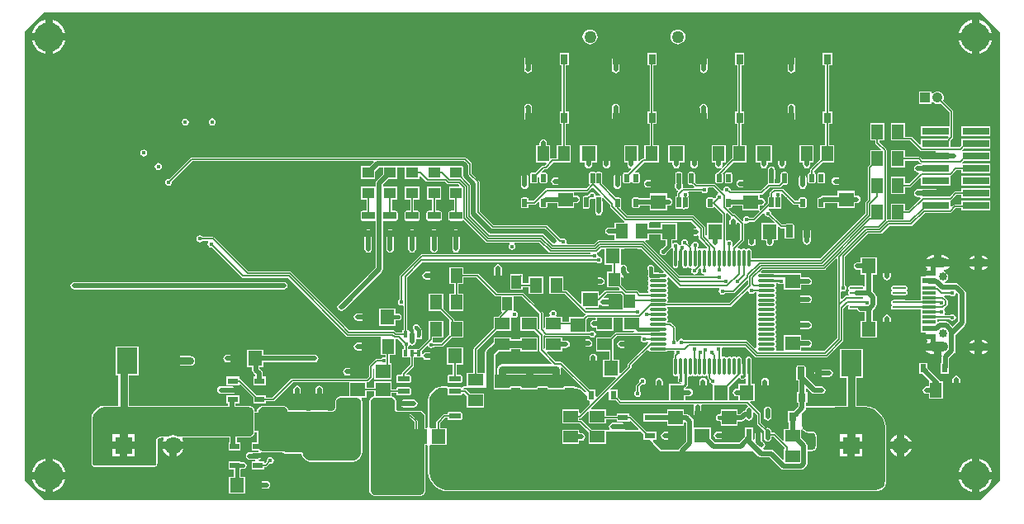
<source format=gbr>
%TF.GenerationSoftware,Altium Limited,Altium Designer,21.1.1 (26)*%
G04 Layer_Physical_Order=1*
G04 Layer_Color=255*
%FSLAX45Y45*%
%MOMM*%
%TF.SameCoordinates,E9E44C67-710E-4D47-B277-6F884E921ACF*%
%TF.FilePolarity,Positive*%
%TF.FileFunction,Copper,L1,Top,Signal*%
%TF.Part,Single*%
G01*
G75*
%TA.AperFunction,SMDPad,CuDef*%
%ADD10R,2.79000X0.74000*%
%ADD11R,1.00000X1.40000*%
%ADD12O,0.30000X1.80000*%
%ADD13O,1.80000X0.30000*%
G04:AMPARAMS|DCode=14|XSize=0.55mm|YSize=0.8mm|CornerRadius=0.0495mm|HoleSize=0mm|Usage=FLASHONLY|Rotation=0.000|XOffset=0mm|YOffset=0mm|HoleType=Round|Shape=RoundedRectangle|*
%AMROUNDEDRECTD14*
21,1,0.55000,0.70100,0,0,0.0*
21,1,0.45100,0.80000,0,0,0.0*
1,1,0.09900,0.22550,-0.35050*
1,1,0.09900,-0.22550,-0.35050*
1,1,0.09900,-0.22550,0.35050*
1,1,0.09900,0.22550,0.35050*
%
%ADD14ROUNDEDRECTD14*%
G04:AMPARAMS|DCode=15|XSize=0.55mm|YSize=1.25mm|CornerRadius=0.0495mm|HoleSize=0mm|Usage=FLASHONLY|Rotation=270.000|XOffset=0mm|YOffset=0mm|HoleType=Round|Shape=RoundedRectangle|*
%AMROUNDEDRECTD15*
21,1,0.55000,1.15100,0,0,270.0*
21,1,0.45100,1.25000,0,0,270.0*
1,1,0.09900,-0.57550,-0.22550*
1,1,0.09900,-0.57550,0.22550*
1,1,0.09900,0.57550,0.22550*
1,1,0.09900,0.57550,-0.22550*
%
%ADD15ROUNDEDRECTD15*%
%ADD16R,0.52981X1.15564*%
G04:AMPARAMS|DCode=17|XSize=1.15564mm|YSize=0.52981mm|CornerRadius=0.2649mm|HoleSize=0mm|Usage=FLASHONLY|Rotation=90.000|XOffset=0mm|YOffset=0mm|HoleType=Round|Shape=RoundedRectangle|*
%AMROUNDEDRECTD17*
21,1,1.15564,0.00000,0,0,90.0*
21,1,0.62584,0.52981,0,0,90.0*
1,1,0.52980,0.00000,0.31292*
1,1,0.52980,0.00000,-0.31292*
1,1,0.52980,0.00000,-0.31292*
1,1,0.52980,0.00000,0.31292*
%
%ADD17ROUNDEDRECTD17*%
%ADD18R,0.40000X0.65000*%
%ADD19R,1.05000X0.60000*%
%ADD20R,1.45000X1.50000*%
%TA.AperFunction,ConnectorPad*%
%ADD21R,1.45000X0.30000*%
%ADD22R,1.45000X0.60000*%
%TA.AperFunction,SMDPad,CuDef*%
G04:AMPARAMS|DCode=23|XSize=1.5mm|YSize=5mm|CornerRadius=0.375mm|HoleSize=0mm|Usage=FLASHONLY|Rotation=180.000|XOffset=0mm|YOffset=0mm|HoleType=Round|Shape=RoundedRectangle|*
%AMROUNDEDRECTD23*
21,1,1.50000,4.25000,0,0,180.0*
21,1,0.75000,5.00000,0,0,180.0*
1,1,0.75000,-0.37500,2.12500*
1,1,0.75000,0.37500,2.12500*
1,1,0.75000,0.37500,-2.12500*
1,1,0.75000,-0.37500,-2.12500*
%
%ADD23ROUNDEDRECTD23*%
%ADD24R,1.35000X1.85000*%
%ADD25R,1.20000X1.50000*%
%ADD26R,0.70000X1.00000*%
%ADD27O,1.40000X0.25000*%
%ADD28R,1.00000X0.60000*%
%ADD29R,1.20000X1.40000*%
G04:AMPARAMS|DCode=30|XSize=0.45mm|YSize=1.05mm|CornerRadius=0.0495mm|HoleSize=0mm|Usage=FLASHONLY|Rotation=0.000|XOffset=0mm|YOffset=0mm|HoleType=Round|Shape=RoundedRectangle|*
%AMROUNDEDRECTD30*
21,1,0.45000,0.95100,0,0,0.0*
21,1,0.35100,1.05000,0,0,0.0*
1,1,0.09900,0.17550,-0.47550*
1,1,0.09900,-0.17550,-0.47550*
1,1,0.09900,-0.17550,0.47550*
1,1,0.09900,0.17550,0.47550*
%
%ADD30ROUNDEDRECTD30*%
%ADD31R,0.80000X0.90000*%
%ADD32R,1.20000X1.10000*%
G04:AMPARAMS|DCode=33|XSize=1.3mm|YSize=0.76mm|CornerRadius=0.095mm|HoleSize=0mm|Usage=FLASHONLY|Rotation=180.000|XOffset=0mm|YOffset=0mm|HoleType=Round|Shape=RoundedRectangle|*
%AMROUNDEDRECTD33*
21,1,1.30000,0.57000,0,0,180.0*
21,1,1.11000,0.76000,0,0,180.0*
1,1,0.19000,-0.55500,0.28500*
1,1,0.19000,0.55500,0.28500*
1,1,0.19000,0.55500,-0.28500*
1,1,0.19000,-0.55500,-0.28500*
%
%ADD33ROUNDEDRECTD33*%
%ADD34R,0.63000X0.83000*%
%ADD35R,1.50000X1.20000*%
G04:AMPARAMS|DCode=36|XSize=1.3mm|YSize=0.76mm|CornerRadius=0.095mm|HoleSize=0mm|Usage=FLASHONLY|Rotation=270.000|XOffset=0mm|YOffset=0mm|HoleType=Round|Shape=RoundedRectangle|*
%AMROUNDEDRECTD36*
21,1,1.30000,0.57000,0,0,270.0*
21,1,1.11000,0.76000,0,0,270.0*
1,1,0.19000,-0.28500,-0.55500*
1,1,0.19000,-0.28500,0.55500*
1,1,0.19000,0.28500,0.55500*
1,1,0.19000,0.28500,-0.55500*
%
%ADD36ROUNDEDRECTD36*%
G04:AMPARAMS|DCode=37|XSize=5.4mm|YSize=2.2mm|CornerRadius=0.55mm|HoleSize=0mm|Usage=FLASHONLY|Rotation=0.000|XOffset=0mm|YOffset=0mm|HoleType=Round|Shape=RoundedRectangle|*
%AMROUNDEDRECTD37*
21,1,5.40000,1.10000,0,0,0.0*
21,1,4.30000,2.20000,0,0,0.0*
1,1,1.10000,2.15000,-0.55000*
1,1,1.10000,-2.15000,-0.55000*
1,1,1.10000,-2.15000,0.55000*
1,1,1.10000,2.15000,0.55000*
%
%ADD37ROUNDEDRECTD37*%
%ADD38R,2.15900X2.74300*%
%ADD39R,1.50000X1.45000*%
%TA.AperFunction,Conductor*%
%ADD40C,0.15240*%
%ADD41C,0.50800*%
%ADD42C,0.12700*%
%ADD43C,0.38100*%
%ADD44C,0.76200*%
%ADD45C,0.25400*%
%ADD46C,0.45000*%
%TA.AperFunction,ComponentPad*%
%ADD47R,1.05000X1.05000*%
%ADD48C,1.05000*%
%ADD49C,0.85000*%
%ADD50O,1.60000X1.00000*%
%ADD51O,2.10000X1.00000*%
%ADD52C,1.80000*%
%ADD53R,1.80000X1.80000*%
%ADD54O,22.00000X0.50000*%
%TA.AperFunction,ViaPad*%
%ADD55C,3.00000*%
%ADD56C,0.45000*%
%ADD57C,1.27000*%
G36*
X10000000Y4800000D02*
Y200000D01*
X9800000Y0D01*
X200000D01*
X0Y200000D01*
Y4800000D01*
X0D01*
X200000Y5000000D01*
X9800000D01*
X10000000Y4800000D01*
D02*
G37*
%LPC*%
G36*
X9788100Y4921735D02*
Y4788100D01*
X9921735D01*
X9912833Y4817447D01*
X9896545Y4847918D01*
X9874627Y4874627D01*
X9847919Y4896545D01*
X9817447Y4912832D01*
X9788100Y4921735D01*
D02*
G37*
G36*
X9711900D02*
X9682553Y4912832D01*
X9652082Y4896545D01*
X9625373Y4874627D01*
X9603455Y4847918D01*
X9587168Y4817447D01*
X9578265Y4788100D01*
X9711900D01*
Y4921735D01*
D02*
G37*
G36*
X288100D02*
Y4788100D01*
X421735D01*
X412833Y4817447D01*
X396545Y4847918D01*
X374627Y4874627D01*
X347919Y4896545D01*
X317447Y4912832D01*
X288100Y4921735D01*
D02*
G37*
G36*
X211900D02*
X182553Y4912832D01*
X152081Y4896545D01*
X125373Y4874627D01*
X103455Y4847918D01*
X87167Y4817447D01*
X78265Y4788100D01*
X211900D01*
Y4921735D01*
D02*
G37*
G36*
X6700000Y4826858D02*
X6680108Y4824239D01*
X6661571Y4816561D01*
X6645653Y4804346D01*
X6633439Y4788429D01*
X6625761Y4769892D01*
X6623142Y4750000D01*
X6625761Y4730108D01*
X6633439Y4711571D01*
X6645653Y4695653D01*
X6661571Y4683439D01*
X6680108Y4675761D01*
X6700000Y4673142D01*
X6719892Y4675761D01*
X6738429Y4683439D01*
X6754347Y4695653D01*
X6766561Y4711571D01*
X6774239Y4730108D01*
X6776858Y4750000D01*
X6774239Y4769892D01*
X6766561Y4788429D01*
X6754347Y4804346D01*
X6738429Y4816561D01*
X6719892Y4824239D01*
X6700000Y4826858D01*
D02*
G37*
G36*
X5800000D02*
X5780108Y4824239D01*
X5761571Y4816561D01*
X5745653Y4804346D01*
X5733439Y4788429D01*
X5725761Y4769892D01*
X5723142Y4750000D01*
X5725761Y4730108D01*
X5733439Y4711571D01*
X5745653Y4695653D01*
X5761571Y4683439D01*
X5780108Y4675761D01*
X5800000Y4673142D01*
X5819892Y4675761D01*
X5838429Y4683439D01*
X5854347Y4695653D01*
X5866561Y4711571D01*
X5874239Y4730108D01*
X5876858Y4750000D01*
X5874239Y4769892D01*
X5866561Y4788429D01*
X5854347Y4804346D01*
X5838429Y4816561D01*
X5819892Y4824239D01*
X5800000Y4826858D01*
D02*
G37*
G36*
X9921735Y4711900D02*
X9788100D01*
Y4578265D01*
X9817447Y4587167D01*
X9847919Y4603455D01*
X9874627Y4625373D01*
X9896545Y4652081D01*
X9912833Y4682552D01*
X9921735Y4711900D01*
D02*
G37*
G36*
X9711900D02*
X9578265D01*
X9587168Y4682552D01*
X9603455Y4652081D01*
X9625373Y4625373D01*
X9652082Y4603455D01*
X9682553Y4587167D01*
X9711900Y4578265D01*
Y4711900D01*
D02*
G37*
G36*
X421735D02*
X288100D01*
Y4578265D01*
X317447Y4587167D01*
X347919Y4603455D01*
X374627Y4625373D01*
X396545Y4652081D01*
X412833Y4682552D01*
X421735Y4711900D01*
D02*
G37*
G36*
X211900D02*
X78265D01*
X87167Y4682552D01*
X103455Y4652081D01*
X125373Y4625373D01*
X152081Y4603455D01*
X182553Y4587167D01*
X211900Y4578265D01*
Y4711900D01*
D02*
G37*
G36*
X7864500Y4558946D02*
X7849635Y4555989D01*
X7837032Y4547568D01*
X7828611Y4534966D01*
X7825654Y4520100D01*
Y4420380D01*
X7824993Y4417060D01*
X7827951Y4402194D01*
X7836371Y4389591D01*
X7848974Y4381171D01*
X7863840Y4378213D01*
X7878706Y4381171D01*
X7891309Y4389591D01*
X7891969Y4390252D01*
X7900390Y4402855D01*
X7903347Y4417720D01*
Y4520100D01*
X7900390Y4534966D01*
X7891969Y4547568D01*
X7879366Y4555989D01*
X7864500Y4558946D01*
D02*
G37*
G36*
X6964500D02*
X6949635Y4555989D01*
X6937032Y4547568D01*
X6928611Y4534966D01*
X6925654Y4520100D01*
Y4417240D01*
X6928611Y4402374D01*
X6937032Y4389771D01*
X6937211Y4389591D01*
X6949814Y4381171D01*
X6964680Y4378213D01*
X6979546Y4381171D01*
X6992149Y4389591D01*
X7000569Y4402194D01*
X7003527Y4417060D01*
X7003347Y4417963D01*
Y4520100D01*
X7000390Y4534966D01*
X6991969Y4547568D01*
X6979366Y4555989D01*
X6964500Y4558946D01*
D02*
G37*
G36*
X6064500D02*
X6049635Y4555989D01*
X6037032Y4547568D01*
X6028611Y4534966D01*
X6025654Y4520100D01*
Y4424704D01*
X6024133Y4417060D01*
X6027091Y4402194D01*
X6035511Y4389591D01*
X6048114Y4381171D01*
X6062980Y4378213D01*
X6077846Y4381171D01*
X6090449Y4389591D01*
X6091969Y4391112D01*
X6100390Y4403714D01*
X6103347Y4418580D01*
Y4520100D01*
X6100390Y4534966D01*
X6091969Y4547568D01*
X6079366Y4555989D01*
X6064500Y4558946D01*
D02*
G37*
G36*
X5164500D02*
X5149635Y4555989D01*
X5137032Y4547568D01*
X5128611Y4534966D01*
X5125654Y4520100D01*
Y4420481D01*
X5124973Y4417060D01*
X5127931Y4402194D01*
X5136351Y4389591D01*
X5148954Y4381171D01*
X5163820Y4378213D01*
X5178686Y4381171D01*
X5191289Y4389591D01*
X5191969Y4390272D01*
X5200390Y4402875D01*
X5203347Y4417740D01*
Y4520100D01*
X5200390Y4534966D01*
X5191969Y4547568D01*
X5179366Y4555989D01*
X5164500Y4558946D01*
D02*
G37*
G36*
X9363500Y4190763D02*
X9346479Y4188522D01*
X9330619Y4181952D01*
X9316999Y4171501D01*
X9314400Y4168115D01*
X9301700Y4172426D01*
Y4190200D01*
X9171300D01*
Y4059800D01*
X9301700D01*
Y4077574D01*
X9314400Y4081885D01*
X9316999Y4078499D01*
X9330619Y4068048D01*
X9346479Y4061478D01*
X9363500Y4059237D01*
X9380520Y4061478D01*
X9393979Y4067053D01*
X9485627Y3975405D01*
Y3830700D01*
X9194300D01*
Y3731300D01*
X9472772D01*
X9478033Y3718600D01*
X9465916Y3706483D01*
X9464056Y3703700D01*
X9194300D01*
Y3646821D01*
X9182567Y3641961D01*
X9104443Y3720084D01*
X9098142Y3724295D01*
X9090709Y3725773D01*
X9027700D01*
Y3862700D01*
X8882300D01*
Y3687300D01*
X9006772D01*
X9008650Y3686927D01*
X9008651Y3686927D01*
X9082664D01*
X9185375Y3584216D01*
X9191676Y3580005D01*
X9199109Y3578526D01*
X9199110Y3578527D01*
X9346452D01*
X9346500Y3565847D01*
X9331634Y3562889D01*
X9319031Y3554469D01*
X9310611Y3541866D01*
X9307653Y3527000D01*
X9310611Y3512134D01*
X9316665Y3503073D01*
X9312103Y3491592D01*
X9311039Y3490373D01*
X9207155D01*
X9183793Y3513734D01*
X9177492Y3517945D01*
X9170059Y3519423D01*
X9027700D01*
Y3587700D01*
X8882300D01*
Y3412300D01*
X9027700D01*
Y3480577D01*
X9162013D01*
X9185375Y3457216D01*
X9191676Y3453005D01*
X9199109Y3451527D01*
X9199061Y3438847D01*
X9160300D01*
X9145434Y3435889D01*
X9132831Y3427469D01*
X9124411Y3414866D01*
X9121453Y3400000D01*
X9124411Y3385134D01*
X9132831Y3372531D01*
X9145434Y3364111D01*
X9160300Y3361154D01*
X9167919D01*
X9173180Y3348454D01*
X9069150Y3244423D01*
X9027700D01*
Y3312700D01*
X8882300D01*
Y3137300D01*
X9027700D01*
Y3205577D01*
X9077195D01*
X9084628Y3207056D01*
X9090929Y3211266D01*
X9182567Y3302903D01*
X9194300Y3298043D01*
Y3223300D01*
X9498700D01*
Y3322700D01*
X9507625Y3330216D01*
X9557986Y3380577D01*
X9601300D01*
Y3350300D01*
X9905700D01*
Y3449700D01*
X9619129D01*
X9613869Y3462400D01*
X9628769Y3477300D01*
X9905700D01*
Y3576700D01*
X9619129D01*
X9613869Y3589400D01*
X9628769Y3604300D01*
X9905700D01*
Y3703700D01*
X9601300D01*
Y3631769D01*
X9586904Y3617373D01*
X9498700D01*
Y3682773D01*
X9499073Y3684650D01*
Y3684703D01*
X9518784Y3704414D01*
X9518784Y3704414D01*
X9522995Y3710716D01*
X9524473Y3718149D01*
Y3983448D01*
X9524473Y3983450D01*
X9522995Y3990883D01*
X9518784Y3997184D01*
X9518784Y3997185D01*
X9421447Y4094521D01*
X9427022Y4107979D01*
X9429263Y4125000D01*
X9427022Y4142020D01*
X9420452Y4157881D01*
X9410001Y4171501D01*
X9396381Y4181952D01*
X9380520Y4188522D01*
X9363500Y4190763D01*
D02*
G37*
G36*
X7863840Y4062207D02*
X7848974Y4059249D01*
X7836371Y4050829D01*
X7827951Y4038226D01*
X7824993Y4023360D01*
X7825654Y4020040D01*
Y3920100D01*
X7828611Y3905234D01*
X7837032Y3892631D01*
X7849635Y3884210D01*
X7864500Y3881253D01*
X7879366Y3884210D01*
X7891969Y3892631D01*
X7900390Y3905234D01*
X7903347Y3920100D01*
Y4022700D01*
X7900390Y4037565D01*
X7891969Y4050168D01*
X7891309Y4050829D01*
X7878706Y4059249D01*
X7863840Y4062207D01*
D02*
G37*
G36*
X6962140Y4064747D02*
X6947274Y4061789D01*
X6934671Y4053369D01*
X6926251Y4040766D01*
X6923293Y4025900D01*
X6925654Y4014034D01*
Y3920100D01*
X6928611Y3905234D01*
X6937032Y3892631D01*
X6949635Y3884210D01*
X6964500Y3881253D01*
X6979366Y3884210D01*
X6991969Y3892631D01*
X7000390Y3905234D01*
X7003347Y3920100D01*
Y4023540D01*
X7000390Y4038405D01*
X6991969Y4051008D01*
X6989609Y4053369D01*
X6977006Y4061789D01*
X6962140Y4064747D01*
D02*
G37*
G36*
X6062980D02*
X6048114Y4061789D01*
X6035511Y4053369D01*
X6027091Y4040766D01*
X6024133Y4025900D01*
X6025654Y4018256D01*
Y3920100D01*
X6028611Y3905234D01*
X6037032Y3892631D01*
X6049635Y3884210D01*
X6064500Y3881253D01*
X6079366Y3884210D01*
X6091969Y3892631D01*
X6100390Y3905234D01*
X6103347Y3920100D01*
Y4024380D01*
X6100390Y4039246D01*
X6091969Y4051848D01*
X6090449Y4053369D01*
X6077846Y4061789D01*
X6062980Y4064747D01*
D02*
G37*
G36*
X5163820D02*
X5148954Y4061789D01*
X5136351Y4053369D01*
X5127931Y4040766D01*
X5124973Y4025900D01*
X5125654Y4022479D01*
Y3920100D01*
X5128611Y3905234D01*
X5137032Y3892631D01*
X5149635Y3884210D01*
X5164500Y3881253D01*
X5179366Y3884210D01*
X5191969Y3892631D01*
X5200390Y3905234D01*
X5203347Y3920100D01*
Y4025220D01*
X5200390Y4040085D01*
X5191969Y4052688D01*
X5191289Y4053369D01*
X5178686Y4061789D01*
X5163820Y4064747D01*
D02*
G37*
G36*
X1925000Y3913389D02*
X1911266Y3910657D01*
X1899622Y3902878D01*
X1891843Y3891234D01*
X1889111Y3877500D01*
X1891843Y3863766D01*
X1899622Y3852122D01*
X1911266Y3844343D01*
X1925000Y3841611D01*
X1938734Y3844343D01*
X1950378Y3852122D01*
X1958157Y3863766D01*
X1960889Y3877500D01*
X1958157Y3891234D01*
X1950378Y3902878D01*
X1938734Y3910657D01*
X1925000Y3913389D01*
D02*
G37*
G36*
X1650000Y3910890D02*
X1636266Y3908158D01*
X1624622Y3900378D01*
X1616843Y3888734D01*
X1614111Y3875000D01*
X1616843Y3861266D01*
X1624622Y3849622D01*
X1636266Y3841843D01*
X1650000Y3839111D01*
X1663734Y3841843D01*
X1675378Y3849622D01*
X1683157Y3861266D01*
X1685889Y3875000D01*
X1683157Y3888734D01*
X1675378Y3900378D01*
X1663734Y3908158D01*
X1650000Y3910890D01*
D02*
G37*
G36*
X9905700Y3830700D02*
X9601300D01*
Y3731300D01*
X9905700D01*
Y3830700D01*
D02*
G37*
G36*
X1225000Y3593390D02*
X1211266Y3590658D01*
X1199622Y3582878D01*
X1191843Y3571234D01*
X1189111Y3557500D01*
X1191843Y3543766D01*
X1199622Y3532122D01*
X1211266Y3524343D01*
X1225000Y3521611D01*
X1238734Y3524343D01*
X1250378Y3532122D01*
X1258158Y3543766D01*
X1260890Y3557500D01*
X1258158Y3571234D01*
X1250378Y3582878D01*
X1238734Y3590658D01*
X1225000Y3593390D01*
D02*
G37*
G36*
X6482200Y4582800D02*
X6386800D01*
Y4457400D01*
X6409282D01*
Y3982800D01*
X6386800D01*
Y3857400D01*
X6409282D01*
Y3637700D01*
X6357300D01*
Y3503338D01*
X6342621D01*
X6342620Y3503338D01*
X6334691Y3501761D01*
X6327970Y3497270D01*
X6327969Y3497269D01*
X6305400Y3474700D01*
X6292700Y3479960D01*
Y3637700D01*
X6147300D01*
Y3462300D01*
X6168794D01*
X6181151Y3459667D01*
Y3439800D01*
X6184108Y3424934D01*
X6192529Y3412332D01*
X6205132Y3403911D01*
X6214739Y3402000D01*
X6219614Y3388914D01*
X6186246Y3355546D01*
X6152450D01*
X6145564Y3354176D01*
X6139725Y3350275D01*
X6135824Y3344437D01*
X6134455Y3337550D01*
Y3267450D01*
X6135824Y3260563D01*
X6139725Y3254725D01*
X6145564Y3250824D01*
X6152450Y3249455D01*
X6197550D01*
X6204437Y3250824D01*
X6210275Y3254725D01*
X6214176Y3260563D01*
X6215546Y3267450D01*
Y3314209D01*
X6216755Y3315017D01*
X6229455Y3308228D01*
Y3267450D01*
X6230824Y3260563D01*
X6234725Y3254725D01*
X6240564Y3250824D01*
X6247450Y3249455D01*
X6292550D01*
X6299437Y3250824D01*
X6305275Y3254725D01*
X6309176Y3260563D01*
X6310546Y3267450D01*
Y3337550D01*
X6309176Y3344437D01*
X6305275Y3350275D01*
X6299437Y3354176D01*
X6292550Y3355546D01*
X6262806D01*
X6257546Y3368246D01*
X6351201Y3461902D01*
X6377619D01*
X6377620Y3461902D01*
X6379623Y3462300D01*
X6502700D01*
Y3637700D01*
X6450718D01*
Y3857400D01*
X6482200D01*
Y3982800D01*
X6450718D01*
Y4457400D01*
X6482200D01*
Y4582800D01*
D02*
G37*
G36*
X5582200D02*
X5486800D01*
Y4457400D01*
X5509282D01*
Y3982800D01*
X5486800D01*
Y3857400D01*
X5509282D01*
Y3637700D01*
X5457300D01*
Y3503338D01*
X5416357D01*
X5408429Y3501761D01*
X5405400Y3499737D01*
X5393624Y3504533D01*
X5392700Y3505363D01*
Y3637700D01*
X5358847D01*
Y3640333D01*
X5358846Y3640335D01*
Y3660201D01*
X5355889Y3675067D01*
X5347468Y3687670D01*
X5334865Y3696090D01*
X5320000Y3699047D01*
X5305134Y3696090D01*
X5292531Y3687670D01*
X5284110Y3675067D01*
X5281153Y3660201D01*
Y3640333D01*
X5268800Y3637700D01*
X5247300D01*
Y3462300D01*
X5350144D01*
X5355004Y3450567D01*
X5333905Y3429468D01*
X5318750D01*
X5310821Y3427891D01*
X5304100Y3423400D01*
X5304099Y3423399D01*
X5236246Y3355546D01*
X5202450D01*
X5195564Y3354176D01*
X5189725Y3350275D01*
X5185825Y3344437D01*
X5184455Y3337550D01*
Y3267450D01*
X5185825Y3260563D01*
X5189725Y3254725D01*
X5195564Y3250824D01*
X5202450Y3249455D01*
X5247550D01*
X5254437Y3250824D01*
X5260275Y3254725D01*
X5264176Y3260563D01*
X5265546Y3267450D01*
Y3314209D01*
X5266755Y3315017D01*
X5279455Y3308229D01*
Y3267450D01*
X5280825Y3260563D01*
X5284726Y3254725D01*
X5290564Y3250824D01*
X5297450Y3249455D01*
X5342550D01*
X5349437Y3250824D01*
X5355275Y3254725D01*
X5359176Y3260563D01*
X5360546Y3267450D01*
Y3337550D01*
X5359176Y3344437D01*
X5355275Y3350275D01*
X5349437Y3354176D01*
X5342550Y3355546D01*
X5312806D01*
X5307546Y3368246D01*
X5327331Y3388032D01*
X5342486D01*
X5342487Y3388032D01*
X5350416Y3389609D01*
X5357137Y3394100D01*
X5424939Y3461902D01*
X5477619D01*
X5477620Y3461902D01*
X5479623Y3462300D01*
X5602700D01*
Y3637700D01*
X5550718D01*
Y3857400D01*
X5582200D01*
Y3982800D01*
X5550718D01*
Y4457400D01*
X5582200D01*
Y4582800D01*
D02*
G37*
G36*
X7382200D02*
X7286800D01*
Y4457400D01*
X7309282D01*
Y3982800D01*
X7286800D01*
Y3857400D01*
X7309282D01*
Y3637700D01*
X7257300D01*
Y3502280D01*
X7254692Y3501761D01*
X7247970Y3497270D01*
X7247970Y3497269D01*
X7162164Y3411464D01*
X7152299Y3419560D01*
X7155890Y3424934D01*
X7158848Y3439800D01*
Y3459667D01*
X7170302Y3462109D01*
X7171203Y3462300D01*
X7192700D01*
Y3637700D01*
X7047300D01*
Y3462300D01*
X7081153D01*
Y3459669D01*
X7081154Y3459664D01*
Y3439800D01*
X7084112Y3424934D01*
X7092532Y3412332D01*
X7105135Y3403911D01*
X7120001Y3400954D01*
X7134867Y3403911D01*
X7140241Y3407502D01*
X7148337Y3397637D01*
X7110350Y3359650D01*
X7107608Y3355546D01*
X7102450D01*
X7095563Y3354176D01*
X7089725Y3350275D01*
X7085824Y3344437D01*
X7084454Y3337550D01*
Y3267450D01*
X7085824Y3260563D01*
X7089725Y3254725D01*
X7095563Y3250824D01*
X7102450Y3249455D01*
X7147550D01*
X7154437Y3250824D01*
X7160275Y3254725D01*
X7164176Y3260563D01*
X7165545Y3267450D01*
Y3322115D01*
X7165598Y3322380D01*
X7165545Y3322646D01*
Y3337550D01*
X7164176Y3344437D01*
X7160275Y3350275D01*
X7160212Y3350912D01*
X7271202Y3461902D01*
X7277619D01*
X7277620Y3461902D01*
X7279623Y3462300D01*
X7402700D01*
Y3637700D01*
X7350718D01*
Y3857400D01*
X7382200D01*
Y3982800D01*
X7350718D01*
Y4457400D01*
X7382200D01*
Y4582800D01*
D02*
G37*
G36*
X8092700Y3637700D02*
X7947300D01*
Y3462300D01*
X7968798D01*
X7981153Y3459667D01*
Y3439800D01*
X7984110Y3424934D01*
X7992531Y3412332D01*
X8005133Y3403911D01*
X8019999Y3400954D01*
X8034865Y3403911D01*
X8047468Y3412332D01*
X8055889Y3424934D01*
X8058846Y3439800D01*
Y3459665D01*
X8058846Y3459668D01*
Y3462300D01*
X8092700D01*
Y3637700D01*
D02*
G37*
G36*
X7767500Y3588847D02*
X7752634Y3585889D01*
X7740031Y3577469D01*
X7731610Y3564866D01*
X7728653Y3550000D01*
Y3459677D01*
X7728651Y3459667D01*
Y3439800D01*
X7731608Y3424934D01*
X7740029Y3412332D01*
X7752632Y3403911D01*
X7767498Y3400954D01*
X7782364Y3403911D01*
X7794966Y3412332D01*
X7803387Y3424934D01*
X7806344Y3439800D01*
Y3459659D01*
X7806346Y3459669D01*
Y3550000D01*
X7803389Y3564866D01*
X7794968Y3577469D01*
X7782366Y3585889D01*
X7767500Y3588847D01*
D02*
G37*
G36*
X7667700Y3637700D02*
X7497300D01*
Y3462300D01*
X7531299D01*
X7543653Y3459668D01*
Y3439800D01*
X7546610Y3424934D01*
X7555031Y3412332D01*
X7567634Y3403911D01*
X7582499Y3400954D01*
X7597365Y3403911D01*
X7609968Y3412332D01*
X7618389Y3424934D01*
X7621346Y3439800D01*
Y3459666D01*
X7621346Y3459668D01*
Y3462300D01*
X7667700D01*
Y3637700D01*
D02*
G37*
G36*
X6867500Y3588847D02*
X6852634Y3585889D01*
X6840031Y3577469D01*
X6831610Y3564866D01*
X6828653Y3550000D01*
Y3459669D01*
X6828653Y3459668D01*
Y3439800D01*
X6831610Y3424934D01*
X6840031Y3412332D01*
X6852634Y3403911D01*
X6867500Y3400954D01*
X6882365Y3403911D01*
X6894968Y3412332D01*
X6903389Y3424934D01*
X6906346Y3439800D01*
Y3459667D01*
X6906346Y3459668D01*
Y3550000D01*
X6903389Y3564866D01*
X6894968Y3577469D01*
X6882366Y3585889D01*
X6867500Y3588847D01*
D02*
G37*
G36*
X6767700Y3637700D02*
X6597300D01*
Y3462300D01*
X6643653D01*
Y3459669D01*
X6643655Y3459662D01*
Y3439800D01*
X6646612Y3424934D01*
X6655033Y3412332D01*
X6667635Y3403911D01*
X6682501Y3400954D01*
X6697367Y3403911D01*
X6709970Y3412332D01*
X6718391Y3424934D01*
X6721348Y3439800D01*
Y3459667D01*
X6733703Y3462300D01*
X6767700D01*
Y3637700D01*
D02*
G37*
G36*
X5967500Y3588847D02*
X5952634Y3585889D01*
X5940031Y3577469D01*
X5931610Y3564866D01*
X5928653Y3550000D01*
Y3459669D01*
X5928655Y3459661D01*
Y3439800D01*
X5931612Y3424934D01*
X5940033Y3412332D01*
X5952636Y3403911D01*
X5967501Y3400954D01*
X5982367Y3403911D01*
X5994970Y3412332D01*
X6003391Y3424934D01*
X6006348Y3439800D01*
Y3459667D01*
X6006346Y3459675D01*
Y3550000D01*
X6003389Y3564866D01*
X5994968Y3577469D01*
X5982366Y3585889D01*
X5967500Y3588847D01*
D02*
G37*
G36*
X5867700Y3637700D02*
X5697300D01*
Y3462300D01*
X5731294D01*
X5743651Y3459667D01*
Y3439800D01*
X5746609Y3424934D01*
X5755029Y3412332D01*
X5767632Y3403911D01*
X5782498Y3400954D01*
X5797364Y3403911D01*
X5809967Y3412332D01*
X5818387Y3424934D01*
X5821344Y3439800D01*
Y3459659D01*
X5821346Y3459669D01*
Y3462300D01*
X5867700D01*
Y3637700D01*
D02*
G37*
G36*
X1372500Y3455889D02*
X1358766Y3453157D01*
X1347122Y3445378D01*
X1339343Y3433734D01*
X1336610Y3420000D01*
X1339343Y3406266D01*
X1347122Y3394622D01*
X1358766Y3386843D01*
X1372500Y3384111D01*
X1386234Y3386843D01*
X1397878Y3394622D01*
X1405657Y3406266D01*
X1408389Y3420000D01*
X1405657Y3433734D01*
X1397878Y3445378D01*
X1386234Y3453157D01*
X1372500Y3455889D01*
D02*
G37*
G36*
X8192550Y3355546D02*
X8147450D01*
X8140563Y3354176D01*
X8134725Y3350275D01*
X8130824Y3344437D01*
X8129454Y3337550D01*
Y3267450D01*
X8130824Y3260563D01*
X8134725Y3254725D01*
X8140563Y3250824D01*
X8147450Y3249455D01*
X8192550D01*
X8199436Y3250824D01*
X8205275Y3254725D01*
X8209176Y3260563D01*
X8210545Y3267450D01*
Y3337550D01*
X8209176Y3344437D01*
X8205275Y3350275D01*
X8199436Y3354176D01*
X8192550Y3355546D01*
D02*
G37*
G36*
X8282200Y4582800D02*
X8186800D01*
Y4457400D01*
X8209282D01*
Y3982800D01*
X8186800D01*
Y3857400D01*
X8209282D01*
Y3637700D01*
X8157300D01*
Y3491600D01*
X8060350Y3394650D01*
X8055859Y3387928D01*
X8054282Y3380000D01*
X8054282Y3379999D01*
Y3355546D01*
X8052450D01*
X8045563Y3354176D01*
X8039725Y3350275D01*
X8035824Y3344437D01*
X8034454Y3337550D01*
Y3267450D01*
X8035824Y3260563D01*
X8039725Y3254725D01*
X8045563Y3250824D01*
X8052450Y3249455D01*
X8097550D01*
X8104436Y3250824D01*
X8110275Y3254725D01*
X8114176Y3260563D01*
X8115545Y3267450D01*
Y3337550D01*
X8114176Y3344437D01*
X8110275Y3350275D01*
X8104436Y3354176D01*
X8097550Y3355546D01*
X8095718D01*
Y3371418D01*
X8186600Y3462300D01*
X8302700D01*
Y3637700D01*
X8250718D01*
Y3857400D01*
X8282200D01*
Y3982800D01*
X8250718D01*
Y4457400D01*
X8282200D01*
Y4582800D01*
D02*
G37*
G36*
X7242550Y3355546D02*
X7197450D01*
X7190563Y3354176D01*
X7184725Y3350275D01*
X7180824Y3344437D01*
X7179455Y3337550D01*
Y3267450D01*
X7180824Y3260563D01*
X7184725Y3254725D01*
X7190563Y3250824D01*
X7197450Y3249455D01*
X7242550D01*
X7249437Y3250824D01*
X7255275Y3254725D01*
X7259176Y3260563D01*
X7260546Y3267450D01*
Y3337550D01*
X7259176Y3344437D01*
X7255275Y3350275D01*
X7249437Y3354176D01*
X7242550Y3355546D01*
D02*
G37*
G36*
X8334667Y3306348D02*
X8314799D01*
X8299934Y3303391D01*
X8287331Y3294970D01*
X8278910Y3282368D01*
X8275953Y3267502D01*
X8278910Y3252636D01*
X8287331Y3240033D01*
X8299934Y3231612D01*
X8314799Y3228655D01*
X8334659D01*
X8334668Y3228653D01*
X8425000D01*
X8439866Y3231611D01*
X8452468Y3240031D01*
X8460889Y3252634D01*
X8463846Y3267500D01*
X8460889Y3282366D01*
X8452468Y3294969D01*
X8439866Y3303389D01*
X8425000Y3306346D01*
X8334675D01*
X8334667Y3306348D01*
D02*
G37*
G36*
X5459667D02*
X5439797D01*
X5424931Y3303391D01*
X5412328Y3294970D01*
X5403907Y3282368D01*
X5400950Y3267502D01*
X5403907Y3252636D01*
X5412328Y3240033D01*
X5424931Y3231612D01*
X5439797Y3228655D01*
X5459659D01*
X5459668Y3228653D01*
X5550000D01*
X5564866Y3231611D01*
X5577469Y3240031D01*
X5585890Y3252634D01*
X5588847Y3267500D01*
X5585890Y3282366D01*
X5577469Y3294969D01*
X5564866Y3303389D01*
X5550000Y3306346D01*
X5459675D01*
X5459667Y3306348D01*
D02*
G37*
G36*
X9905700Y3322700D02*
X9601300D01*
Y3223300D01*
X9905700D01*
Y3322700D01*
D02*
G37*
G36*
X7359668Y3281348D02*
X7339800D01*
X7324935Y3278391D01*
X7312332Y3269970D01*
X7303911Y3257368D01*
X7300954Y3242502D01*
X7303911Y3227636D01*
X7312332Y3215033D01*
X7324935Y3206612D01*
X7339800Y3203655D01*
X7359660D01*
X7359669Y3203653D01*
X7450000D01*
X7464866Y3206611D01*
X7477469Y3215031D01*
X7485890Y3227634D01*
X7488847Y3242500D01*
X7485890Y3257366D01*
X7477469Y3269969D01*
X7464866Y3278389D01*
X7450000Y3281346D01*
X7359676D01*
X7359668Y3281348D01*
D02*
G37*
G36*
X6409666D02*
X6389796D01*
X6374930Y3278391D01*
X6362327Y3269970D01*
X6353907Y3257368D01*
X6350949Y3242502D01*
X6353907Y3227636D01*
X6362327Y3215033D01*
X6374930Y3206612D01*
X6389796Y3203655D01*
X6409659D01*
X6409667Y3203653D01*
X6500000D01*
X6514866Y3206611D01*
X6527469Y3215031D01*
X6535889Y3227634D01*
X6538846Y3242500D01*
X6535889Y3257366D01*
X6527469Y3269969D01*
X6514866Y3278389D01*
X6500000Y3281346D01*
X6409675D01*
X6409666Y3281348D01*
D02*
G37*
G36*
X7980000Y3341347D02*
X7965134Y3338390D01*
X7952531Y3329969D01*
X7944111Y3317366D01*
X7941154Y3302500D01*
Y3247170D01*
X7941153Y3247166D01*
Y3227299D01*
X7944110Y3212433D01*
X7952531Y3199830D01*
X7965133Y3191409D01*
X7979999Y3188452D01*
X7994865Y3191409D01*
X8007468Y3199830D01*
X8015889Y3212433D01*
X8018846Y3227299D01*
Y3247163D01*
X8018847Y3247167D01*
Y3302500D01*
X8015889Y3317366D01*
X8007469Y3329969D01*
X7994866Y3338390D01*
X7980000Y3341347D01*
D02*
G37*
G36*
X6080000D02*
X6065134Y3338390D01*
X6052532Y3329969D01*
X6044111Y3317366D01*
X6041154Y3302500D01*
Y3247177D01*
X6041151Y3247165D01*
Y3227299D01*
X6044109Y3212433D01*
X6052529Y3199830D01*
X6065132Y3191409D01*
X6079998Y3188452D01*
X6094864Y3191409D01*
X6107467Y3199830D01*
X6115887Y3212433D01*
X6118845Y3227299D01*
Y3247156D01*
X6118847Y3247168D01*
Y3302500D01*
X6115890Y3317366D01*
X6107469Y3329969D01*
X6094866Y3338390D01*
X6080000Y3341347D01*
D02*
G37*
G36*
X5130000D02*
X5115135Y3338390D01*
X5102532Y3329969D01*
X5094111Y3317366D01*
X5091154Y3302500D01*
Y3247168D01*
X5091156Y3247158D01*
Y3227299D01*
X5094113Y3212433D01*
X5102534Y3199830D01*
X5115137Y3191409D01*
X5130002Y3188452D01*
X5144868Y3191409D01*
X5157471Y3199830D01*
X5165892Y3212433D01*
X5168849Y3227299D01*
Y3247166D01*
X5168847Y3247176D01*
Y3302500D01*
X5165890Y3317366D01*
X5157469Y3329969D01*
X5144866Y3338390D01*
X5130000Y3341347D01*
D02*
G37*
G36*
X6587700Y3142700D02*
X6412300D01*
Y3096347D01*
X6303671D01*
X6299437Y3099176D01*
X6292550Y3100546D01*
X6247450D01*
X6240564Y3099176D01*
X6234725Y3095275D01*
X6230824Y3089437D01*
X6229455Y3082550D01*
Y3012450D01*
X6230824Y3005563D01*
X6234725Y2999725D01*
X6240564Y2995824D01*
X6247450Y2994455D01*
X6292550D01*
X6299437Y2995824D01*
X6305275Y2999725D01*
X6309176Y3005563D01*
X6310546Y3012450D01*
Y3018654D01*
X6412300D01*
Y2972300D01*
X6587700D01*
Y3018654D01*
X6605880D01*
X6620746Y3021611D01*
X6633349Y3030032D01*
X6641770Y3042634D01*
X6644727Y3057500D01*
X6641770Y3072366D01*
X6633349Y3084969D01*
X6620746Y3093390D01*
X6605880Y3096347D01*
X6587700D01*
Y3142700D01*
D02*
G37*
G36*
X8512700Y3167700D02*
X8337300D01*
Y3121347D01*
X8192500D01*
X8177634Y3118389D01*
X8165031Y3109969D01*
X8155608Y3100546D01*
X8147450D01*
X8140563Y3099176D01*
X8134725Y3095275D01*
X8130824Y3089437D01*
X8129454Y3082550D01*
Y3012450D01*
X8130824Y3005563D01*
X8134725Y2999725D01*
X8140563Y2995824D01*
X8147450Y2994455D01*
X8192550D01*
X8199436Y2995824D01*
X8205275Y2999725D01*
X8209176Y3005563D01*
X8210545Y3012450D01*
Y3043654D01*
X8337300D01*
Y2997300D01*
X8512700D01*
Y3043654D01*
X8532940D01*
X8547806Y3046611D01*
X8560409Y3055031D01*
X8568829Y3067634D01*
X8571787Y3082500D01*
X8568829Y3097366D01*
X8560409Y3109969D01*
X8547806Y3118389D01*
X8532940Y3121347D01*
X8512700D01*
Y3167700D01*
D02*
G37*
G36*
X8817700Y3862700D02*
X8672300D01*
Y3687300D01*
X8725577D01*
Y3661941D01*
X8727055Y3654508D01*
X8731265Y3648207D01*
X8780039Y3599433D01*
X8775179Y3587700D01*
X8672300D01*
Y3439769D01*
X8652215Y3419684D01*
X8648005Y3413383D01*
X8646527Y3405950D01*
Y3076857D01*
X8626815Y3057146D01*
X8622605Y3050845D01*
X8621127Y3043412D01*
Y2937218D01*
X8159512Y2475603D01*
X7453243D01*
Y2555000D01*
X7451093Y2565808D01*
X7444971Y2574971D01*
X7435808Y2581093D01*
X7425000Y2583243D01*
X7414192Y2581093D01*
X7405030Y2574971D01*
X7394971D01*
X7385808Y2581093D01*
X7375000Y2583243D01*
X7364192Y2581093D01*
X7355030Y2574971D01*
X7344971D01*
X7335808Y2581093D01*
X7325000Y2583243D01*
X7319523Y2582153D01*
X7313267Y2593858D01*
X7372784Y2653375D01*
X7376994Y2659676D01*
X7378473Y2667109D01*
Y2832891D01*
X7378230Y2834114D01*
X7389659Y2841752D01*
X7392906Y2839583D01*
X7406640Y2836851D01*
X7420374Y2839583D01*
X7432018Y2847362D01*
X7435996Y2853317D01*
X7480240D01*
X7487673Y2854795D01*
X7493974Y2859006D01*
X7576861Y2941893D01*
X7583111Y2940315D01*
X7589608Y2936680D01*
X7591923Y2925046D01*
X7599702Y2913402D01*
X7611346Y2905623D01*
X7625080Y2902891D01*
X7634673Y2904799D01*
X7690039Y2849433D01*
X7685179Y2837700D01*
X7557300D01*
Y2662300D01*
X7591300D01*
X7603653Y2659667D01*
Y2639797D01*
X7606610Y2624931D01*
X7615031Y2612328D01*
X7627633Y2603907D01*
X7642499Y2600950D01*
X7657365Y2603907D01*
X7669968Y2612328D01*
X7678389Y2624931D01*
X7681346Y2639797D01*
Y2659666D01*
X7681346Y2659667D01*
Y2662300D01*
X7727700D01*
Y2795179D01*
X7739433Y2800039D01*
X7748956Y2790516D01*
X7748956Y2790516D01*
X7755258Y2786305D01*
X7762690Y2784827D01*
X7762692Y2784827D01*
X7792285D01*
Y2699600D01*
X7794008Y2690938D01*
X7798915Y2683595D01*
X7806258Y2678688D01*
X7814920Y2676965D01*
X7871920D01*
X7880582Y2678688D01*
X7887925Y2683595D01*
X7892832Y2690938D01*
X7894555Y2699600D01*
Y2810600D01*
X7892832Y2819262D01*
X7887925Y2826605D01*
X7880582Y2831512D01*
X7871920Y2833235D01*
X7814920D01*
X7806258Y2831512D01*
X7798915Y2826605D01*
X7796956Y2823673D01*
X7770736D01*
X7660083Y2934325D01*
X7660969Y2938780D01*
X7658237Y2952514D01*
X7650458Y2964158D01*
X7638814Y2971937D01*
X7633827Y2972930D01*
X7630958Y2986449D01*
X7634563Y2988993D01*
X7635563Y2988324D01*
X7642450Y2986954D01*
X7677550D01*
X7684436Y2988324D01*
X7690274Y2992225D01*
X7694725D01*
X7700563Y2988324D01*
X7707450Y2986954D01*
X7742550D01*
X7749436Y2988324D01*
X7755275Y2992225D01*
X7759175Y2998063D01*
X7760545Y3004950D01*
Y3100050D01*
X7759175Y3106937D01*
X7755275Y3112775D01*
X7754640Y3113199D01*
X7757297Y3117176D01*
X7760029Y3130910D01*
X7758745Y3137367D01*
X7770450Y3143623D01*
X7880307Y3033766D01*
X7886608Y3029556D01*
X7894041Y3028077D01*
X7939455D01*
Y3012450D01*
X7940824Y3005563D01*
X7944725Y2999725D01*
X7950563Y2995824D01*
X7957450Y2994455D01*
X8002550D01*
X8009437Y2995824D01*
X8015275Y2999725D01*
X8019176Y3005563D01*
X8020546Y3012450D01*
Y3082550D01*
X8019176Y3089437D01*
X8015275Y3095275D01*
X8009437Y3099176D01*
X8002550Y3100546D01*
X7957450D01*
X7950563Y3099176D01*
X7944725Y3095275D01*
X7940824Y3089437D01*
X7939455Y3082550D01*
Y3066923D01*
X7902086D01*
X7782815Y3186194D01*
X7776514Y3190405D01*
X7769081Y3191883D01*
X7688580D01*
X7681147Y3190405D01*
X7674846Y3186194D01*
X7674845Y3186194D01*
X7646906Y3158254D01*
X7642695Y3151953D01*
X7641217Y3144520D01*
Y3117800D01*
X7635563Y3116676D01*
X7629725Y3112775D01*
X7625824Y3106937D01*
X7624454Y3100050D01*
Y3044423D01*
X7550280Y2970249D01*
X7548075Y2970017D01*
X7537700Y2978019D01*
X7537700Y2983621D01*
Y3018654D01*
X7555840D01*
X7570706Y3021611D01*
X7583309Y3030032D01*
X7591730Y3042634D01*
X7594687Y3057500D01*
X7591730Y3072366D01*
X7583309Y3084969D01*
X7570706Y3093390D01*
X7555840Y3096347D01*
X7537700D01*
Y3131527D01*
X7557508D01*
X7564941Y3133005D01*
X7571243Y3137216D01*
X7640554Y3206527D01*
X7743500D01*
X7750933Y3208006D01*
X7757234Y3212216D01*
X7776973Y3231954D01*
X7807550D01*
X7814436Y3233324D01*
X7820274Y3237225D01*
X7824175Y3243063D01*
X7825545Y3249950D01*
Y3345050D01*
X7824175Y3351937D01*
X7820274Y3357775D01*
X7814436Y3361676D01*
X7807550Y3363046D01*
X7772450D01*
X7765563Y3361676D01*
X7759725Y3357775D01*
X7755824Y3351937D01*
X7754454Y3345050D01*
Y3264373D01*
X7735454Y3245373D01*
X7699301D01*
X7695545Y3249950D01*
Y3282120D01*
X7695889Y3282634D01*
X7698846Y3297500D01*
Y3380000D01*
X7695889Y3394866D01*
X7687468Y3407469D01*
X7674866Y3415890D01*
X7660000Y3418846D01*
X7645134Y3415890D01*
X7632531Y3407469D01*
X7624110Y3394866D01*
X7621153Y3380000D01*
Y3297500D01*
X7624110Y3282634D01*
X7624454Y3282120D01*
Y3249950D01*
X7625637Y3244006D01*
X7625075Y3243895D01*
X7618774Y3239684D01*
X7549463Y3170373D01*
X7250251D01*
X7239329Y3180080D01*
X7236597Y3193814D01*
X7228818Y3205458D01*
X7217174Y3213237D01*
X7203440Y3215969D01*
X7189706Y3213237D01*
X7178062Y3205458D01*
X7170283Y3193814D01*
X7167551Y3180080D01*
X7167610Y3179782D01*
X7157491Y3165553D01*
X7154722Y3165168D01*
X7084525Y3235364D01*
X7078224Y3239575D01*
X7070791Y3241053D01*
X6893915D01*
X6875545Y3259423D01*
Y3345050D01*
X6874175Y3351937D01*
X6870275Y3357775D01*
X6864436Y3361676D01*
X6857550Y3363046D01*
X6822450D01*
X6815563Y3361676D01*
X6809725Y3357775D01*
X6805824Y3351937D01*
X6804454Y3345050D01*
Y3249950D01*
X6805824Y3243063D01*
X6809725Y3237225D01*
X6815563Y3233324D01*
X6822450Y3231954D01*
X6848077D01*
X6867828Y3212203D01*
X6862568Y3199503D01*
X6759747D01*
X6748846Y3209798D01*
Y3229666D01*
X6748846Y3229669D01*
X6745889Y3244535D01*
Y3297500D01*
X6745545Y3299229D01*
Y3345050D01*
X6744175Y3351937D01*
X6740275Y3357775D01*
X6734436Y3361676D01*
X6727550Y3363046D01*
X6692450D01*
X6685563Y3361676D01*
X6679725Y3357775D01*
X6675824Y3351937D01*
X6674454Y3345050D01*
Y3299229D01*
X6674110Y3297500D01*
Y3244535D01*
X6674110Y3244534D01*
X6671153Y3229668D01*
Y3209798D01*
X6674110Y3194932D01*
X6682531Y3182329D01*
X6695133Y3173909D01*
X6696840Y3173569D01*
X6701020Y3159789D01*
X6696266Y3155034D01*
X6692055Y3148733D01*
X6690577Y3141300D01*
Y3117673D01*
X6685563Y3116676D01*
X6679725Y3112775D01*
X6675824Y3106937D01*
X6674454Y3100050D01*
Y3004950D01*
X6675824Y2998063D01*
X6679725Y2992225D01*
X6685563Y2988324D01*
X6692450Y2986954D01*
X6727550D01*
X6734436Y2988324D01*
X6745470Y2987133D01*
X6752191Y2982642D01*
X6760120Y2981065D01*
X6768048Y2982642D01*
X6774502Y2986954D01*
X6792550D01*
X6799436Y2988324D01*
X6805275Y2992225D01*
X6809176Y2998063D01*
X6810545Y3004950D01*
Y3100050D01*
X6809176Y3106937D01*
X6805275Y3112775D01*
X6804248Y3113461D01*
X6807337Y3118086D01*
X6810069Y3131820D01*
X6807337Y3145554D01*
X6805732Y3147957D01*
X6812521Y3160657D01*
X6942944D01*
X6946922Y3154702D01*
X6958566Y3146923D01*
X6972300Y3144191D01*
X6986034Y3146923D01*
X6997678Y3154702D01*
X7005457Y3166346D01*
X7008189Y3180080D01*
X7006314Y3189507D01*
X7013961Y3202207D01*
X7062745D01*
X7113427Y3151525D01*
X7109854Y3137137D01*
X7101862Y3131798D01*
X7094083Y3120154D01*
X7091351Y3106420D01*
X7091619Y3105071D01*
X7080284Y3093736D01*
X7065275Y3095275D01*
X7059437Y3099176D01*
X7052550Y3100546D01*
X7007450D01*
X7000564Y3099176D01*
X6994725Y3095275D01*
X6990824Y3089437D01*
X6989455Y3082550D01*
Y3012450D01*
X6990824Y3005563D01*
X6994725Y2999725D01*
X7000564Y2995824D01*
X7007450Y2994455D01*
X7052550D01*
X7059437Y2995824D01*
X7065275Y2999725D01*
X7080367Y3001682D01*
X7155577Y2926471D01*
Y2837700D01*
X6997300D01*
Y2710904D01*
X6984600Y2704694D01*
X6979023Y2709032D01*
Y2793264D01*
X6977545Y2800697D01*
X6973334Y2806999D01*
X6868459Y2911874D01*
X6862157Y2916085D01*
X6854724Y2917563D01*
X6181785D01*
X6114484Y2984865D01*
X6115275Y2999726D01*
X6119176Y3005563D01*
X6120546Y3012450D01*
Y3082550D01*
X6119176Y3089437D01*
X6115275Y3095275D01*
X6109437Y3099176D01*
X6102550Y3100546D01*
X6066924D01*
X5924214Y3243255D01*
X5925546Y3249950D01*
Y3345050D01*
X5924176Y3351937D01*
X5920275Y3357775D01*
X5914437Y3361676D01*
X5907550Y3363046D01*
X5872450D01*
X5865564Y3361676D01*
X5859726Y3357775D01*
X5855275D01*
X5849437Y3361676D01*
X5842550Y3363046D01*
X5807450D01*
X5800563Y3361676D01*
X5794725Y3357775D01*
X5790824Y3351937D01*
X5789455Y3345050D01*
Y3249950D01*
X5790824Y3243063D01*
X5794725Y3237225D01*
X5795400Y3230373D01*
X5760400Y3195373D01*
X5356909D01*
X5349476Y3193895D01*
X5343174Y3189684D01*
X5220413Y3066923D01*
X5170546D01*
Y3082550D01*
X5169176Y3089437D01*
X5165275Y3095275D01*
X5159437Y3099176D01*
X5152550Y3100546D01*
X5107451D01*
X5100564Y3099176D01*
X5094726Y3095275D01*
X5090825Y3089437D01*
X5089455Y3082550D01*
Y3012450D01*
X5090825Y3005563D01*
X5094726Y2999725D01*
X5100564Y2995824D01*
X5107451Y2994455D01*
X5152550D01*
X5159437Y2995824D01*
X5165275Y2999725D01*
X5169176Y3005563D01*
X5170546Y3012450D01*
Y3028077D01*
X5228459D01*
X5235892Y3029556D01*
X5242193Y3033766D01*
X5267721Y3059294D01*
X5279455Y3054434D01*
Y3012450D01*
X5280825Y3005563D01*
X5284726Y2999725D01*
X5290564Y2995824D01*
X5297450Y2994455D01*
X5342550D01*
X5349437Y2995824D01*
X5355275Y2999725D01*
X5359176Y3005563D01*
X5360546Y3012450D01*
Y3043654D01*
X5462300D01*
Y2997300D01*
X5637700D01*
Y3043654D01*
X5657500D01*
X5672366Y3046611D01*
X5684969Y3055031D01*
X5693389Y3067634D01*
X5696346Y3082500D01*
X5693389Y3097366D01*
X5684969Y3109969D01*
X5672366Y3118389D01*
X5657500Y3121347D01*
X5637700D01*
Y3156527D01*
X5768445D01*
X5775878Y3158005D01*
X5782180Y3162216D01*
X5828482Y3208518D01*
X5906254Y3130746D01*
X5900994Y3118046D01*
X5872450D01*
X5867406Y3117042D01*
X5864174Y3117585D01*
X5854013Y3124232D01*
X5852297Y3132854D01*
X5844518Y3144498D01*
X5832874Y3152277D01*
X5819140Y3155009D01*
X5805406Y3152277D01*
X5793762Y3144498D01*
X5786219Y3133208D01*
X5782998Y3132567D01*
X5776276Y3128076D01*
X5766246Y3118046D01*
X5742450D01*
X5735564Y3116676D01*
X5729725Y3112775D01*
X5725824Y3106937D01*
X5724455Y3100050D01*
Y3004950D01*
X5725824Y2998063D01*
X5729725Y2992225D01*
X5735564Y2988324D01*
X5742450Y2986954D01*
X5777550D01*
X5784437Y2988324D01*
X5790275Y2992225D01*
X5794176Y2998063D01*
X5795546Y3004950D01*
Y3077277D01*
X5799037Y3080352D01*
X5808246Y3085398D01*
X5819140Y3083231D01*
X5832874Y3085963D01*
X5841755Y3091896D01*
X5851435Y3088541D01*
X5854455Y3086270D01*
Y3067880D01*
X5854111Y3067366D01*
X5851154Y3052500D01*
Y2957501D01*
X5851153Y2957500D01*
X5854110Y2942634D01*
X5862531Y2930031D01*
X5875134Y2921611D01*
X5890000Y2918654D01*
X5904866Y2921611D01*
X5917468Y2930031D01*
X5925890Y2942634D01*
X5928847Y2957500D01*
Y3052500D01*
X5925890Y3067366D01*
X5925546Y3067880D01*
Y3093494D01*
X5938246Y3098754D01*
X6007997Y3029003D01*
Y3008539D01*
X6009475Y3001106D01*
X6013686Y2994805D01*
X6149485Y2859006D01*
X6148003Y2844889D01*
X6146559Y2842820D01*
X6049580D01*
Y2793966D01*
X5992620D01*
X5977754Y2791009D01*
X5965151Y2782589D01*
X5965032Y2782469D01*
X5956611Y2769866D01*
X5953654Y2755000D01*
X5956611Y2740134D01*
X5965032Y2727532D01*
X5977634Y2719111D01*
X5992500Y2716154D01*
X5993103Y2716273D01*
X6049580D01*
X6049580Y2667420D01*
X6038183Y2664273D01*
X5885529D01*
X5878096Y2662795D01*
X5871795Y2658584D01*
X5837404Y2624193D01*
X5563323D01*
X5555675Y2636893D01*
X5557551Y2646320D01*
X5554819Y2660054D01*
X5547039Y2671698D01*
X5535396Y2679477D01*
X5521661Y2682210D01*
X5507927Y2679477D01*
X5499059Y2673552D01*
X5359706Y2812904D01*
X5353405Y2817115D01*
X5345972Y2818593D01*
X4808878D01*
X4669123Y2958348D01*
Y3261023D01*
X4667645Y3268457D01*
X4663434Y3274758D01*
X4586973Y3351219D01*
Y3444194D01*
X4585495Y3451626D01*
X4581284Y3457928D01*
X4581284Y3457928D01*
X4532928Y3506285D01*
X4526626Y3510495D01*
X4519193Y3511973D01*
X4330807D01*
X4330805Y3511973D01*
X3604690D01*
X3604688Y3511973D01*
X3604436Y3511923D01*
X1711960D01*
X1704527Y3510445D01*
X1698226Y3506234D01*
X1698225Y3506234D01*
X1485304Y3293312D01*
X1478280Y3294709D01*
X1464546Y3291977D01*
X1452902Y3284198D01*
X1445123Y3272554D01*
X1442391Y3258820D01*
X1445123Y3245086D01*
X1452902Y3233442D01*
X1464546Y3225663D01*
X1478280Y3222931D01*
X1492014Y3225663D01*
X1503658Y3233442D01*
X1511437Y3245086D01*
X1514169Y3258820D01*
X1512772Y3265844D01*
X1720005Y3473077D01*
X3576546D01*
X3581407Y3461344D01*
X3542763Y3422700D01*
X3452300D01*
Y3287300D01*
X3597700D01*
Y3367763D01*
X3639191Y3409254D01*
X3677276D01*
Y3342236D01*
X3609811Y3274772D01*
X3601391Y3262169D01*
X3598433Y3247303D01*
Y3225096D01*
X3597700Y3212700D01*
X3452300D01*
Y3077300D01*
X3505577D01*
Y2965135D01*
X3469500D01*
X3460838Y2963412D01*
X3453495Y2958505D01*
X3448588Y2951161D01*
X3446865Y2942500D01*
Y2885500D01*
X3448588Y2876838D01*
X3453495Y2869495D01*
X3460838Y2864588D01*
X3469500Y2862865D01*
X3580500D01*
X3585733Y2863906D01*
X3595595Y2858288D01*
X3598433Y2855509D01*
Y2380831D01*
X3232375Y2014772D01*
X3231254Y2014549D01*
X3218651Y2006129D01*
X3210231Y1993526D01*
X3207273Y1978660D01*
X3210231Y1963794D01*
X3218651Y1951191D01*
X3231254Y1942771D01*
X3246120Y1939813D01*
X3251200D01*
X3266066Y1942771D01*
X3278669Y1951191D01*
X3664749Y2337271D01*
X3673169Y2349874D01*
X3676127Y2364740D01*
Y2855803D01*
X3679437Y2858798D01*
X3688827Y2863994D01*
X3694500Y2862865D01*
X3805500D01*
X3814162Y2864588D01*
X3821505Y2869495D01*
X3826412Y2876838D01*
X3828135Y2885500D01*
Y2942500D01*
X3826412Y2951162D01*
X3821505Y2958505D01*
X3814162Y2963412D01*
X3805500Y2965135D01*
X3769423D01*
Y3077299D01*
X3822676D01*
Y3212699D01*
X3677276D01*
X3676127Y3224923D01*
Y3231213D01*
X3732213Y3287299D01*
X3822676D01*
Y3409254D01*
X3902300D01*
Y3287300D01*
X4047700D01*
Y3319931D01*
X4060400Y3325191D01*
X4118376Y3267216D01*
X4124677Y3263005D01*
X4132110Y3261527D01*
X4132111Y3261527D01*
X4313143D01*
X4332853Y3241816D01*
X4332854Y3241816D01*
X4339155Y3237605D01*
X4346588Y3236127D01*
X4449563D01*
X4461257Y3224433D01*
X4456396Y3212700D01*
X4352300D01*
Y3077300D01*
X4405577D01*
Y2965135D01*
X4369500D01*
X4360838Y2963412D01*
X4353495Y2958505D01*
X4348588Y2951162D01*
X4346865Y2942500D01*
Y2885500D01*
X4348588Y2876838D01*
X4353495Y2869495D01*
X4360838Y2864588D01*
X4369500Y2862865D01*
X4480500D01*
X4489162Y2864588D01*
X4496505Y2869495D01*
X4504670Y2870299D01*
X4729323Y2645646D01*
X4735625Y2641435D01*
X4743057Y2639957D01*
X4973582D01*
X4977435Y2627257D01*
X4974622Y2625378D01*
X4966842Y2613734D01*
X4964110Y2600000D01*
X4966842Y2586266D01*
X4974622Y2574622D01*
X4986266Y2566842D01*
X5000000Y2564110D01*
X5013734Y2566842D01*
X5025378Y2574622D01*
X5033157Y2586266D01*
X5035889Y2600000D01*
X5033157Y2613734D01*
X5025378Y2625378D01*
X5022565Y2627257D01*
X5026417Y2639957D01*
X5280151D01*
X5379872Y2540236D01*
X5379872Y2540236D01*
X5386174Y2536025D01*
X5393606Y2534547D01*
X5393608Y2534547D01*
X5800848D01*
X5807637Y2521847D01*
X5806266Y2519795D01*
X4077351D01*
X4069918Y2518317D01*
X4063617Y2514106D01*
X3851236Y2301725D01*
X3847025Y2295424D01*
X3845547Y2287991D01*
Y2058816D01*
X3839592Y2054838D01*
X3831813Y2043194D01*
X3829080Y2029460D01*
X3831813Y2015726D01*
X3839592Y2004082D01*
X3851236Y1996303D01*
X3864970Y1993571D01*
X3874397Y1995446D01*
X3887097Y1987799D01*
Y1740200D01*
X3877300D01*
Y1714423D01*
X3817589D01*
X3798697Y1733314D01*
X3792396Y1737525D01*
X3784963Y1739003D01*
X3333266D01*
X3252235Y1820035D01*
X3252234Y1820035D01*
X3252234Y1820036D01*
X2736975Y2335294D01*
X2730674Y2339505D01*
X2723241Y2340983D01*
X2294406D01*
X1944495Y2690894D01*
X1938194Y2695105D01*
X1930761Y2696583D01*
X1827676D01*
X1823698Y2702538D01*
X1812054Y2710317D01*
X1798320Y2713049D01*
X1784586Y2710317D01*
X1772942Y2702538D01*
X1765163Y2690894D01*
X1762431Y2677160D01*
X1765163Y2663426D01*
X1772942Y2651782D01*
X1784586Y2644003D01*
X1798320Y2641271D01*
X1812054Y2644003D01*
X1823698Y2651782D01*
X1827676Y2657737D01*
X1880743D01*
X1882324Y2655806D01*
X1886369Y2645037D01*
X1880733Y2636602D01*
X1878001Y2622867D01*
X1880733Y2609133D01*
X1888512Y2597490D01*
X1900156Y2589710D01*
X1913890Y2586978D01*
X1922768Y2588744D01*
X2229086Y2282426D01*
X2235387Y2278215D01*
X2242820Y2276737D01*
X2704675D01*
X3300966Y1680446D01*
X3307267Y1676235D01*
X3314700Y1674757D01*
X3655748D01*
X3657300Y1662699D01*
X3657300D01*
Y1487300D01*
X3705577D01*
Y1466861D01*
X3692877Y1459214D01*
X3683450Y1461090D01*
X3669716Y1458358D01*
X3658072Y1450578D01*
X3654094Y1444623D01*
X3608261D01*
X3608259Y1444623D01*
X3600826Y1443145D01*
X3594525Y1438934D01*
X3594524Y1438934D01*
X3539726Y1384135D01*
X3535515Y1377834D01*
X3534037Y1370401D01*
Y1267885D01*
X3510575Y1244423D01*
X2745000D01*
X2737567Y1242945D01*
X2731266Y1238734D01*
X2731265Y1238734D01*
X2541955Y1049423D01*
X2477701D01*
Y1072701D01*
X2382749D01*
X2382586Y1072946D01*
X2382585Y1072946D01*
X2221796Y1233735D01*
X2215495Y1237945D01*
X2208062Y1239424D01*
X2202701D01*
Y1262701D01*
X2072301D01*
Y1177301D01*
X2202701D01*
Y1181299D01*
X2214435Y1186159D01*
X2347301Y1053293D01*
Y987301D01*
X2477701D01*
Y1010577D01*
X2550000D01*
X2557433Y1012056D01*
X2563734Y1016266D01*
X2753045Y1205577D01*
X3329639D01*
Y1072726D01*
X3320659Y1063746D01*
X3250000Y1063746D01*
X3249998Y1063745D01*
X3240054Y1063745D01*
X3237527Y1062699D01*
X3234793D01*
X3216416Y1055087D01*
X3214483Y1053154D01*
X3211956Y1052107D01*
X3197891Y1038042D01*
X3196845Y1035516D01*
X3194912Y1033583D01*
X3187299Y1015205D01*
Y1012471D01*
X3186253Y1009945D01*
X3186253Y999999D01*
X3186253Y950685D01*
X3185558Y943621D01*
X3179919Y930008D01*
X3169991Y920080D01*
X3156377Y914441D01*
X3149326Y913746D01*
X3112700D01*
Y917700D01*
X2937300D01*
Y913746D01*
X2887700D01*
Y917700D01*
X2712301D01*
X2712300Y917700D01*
Y917701D01*
X2707173Y928548D01*
X2705088Y933583D01*
X2703154Y935516D01*
X2702108Y938043D01*
X2688043Y952108D01*
X2685516Y953154D01*
X2683583Y955087D01*
X2665206Y962700D01*
X2662472D01*
X2659945Y963746D01*
X2650000Y963746D01*
X2450000Y963746D01*
X2449999Y963746D01*
X2440054Y963746D01*
X2437528Y962700D01*
X2434793D01*
X2416417Y955087D01*
X2414483Y953154D01*
X2411957Y952108D01*
X2397892Y938043D01*
X2396845Y935516D01*
X2394912Y933583D01*
X2387300Y915206D01*
Y912472D01*
X2386254Y909945D01*
X2381509Y905201D01*
X2372802D01*
X2361036Y905759D01*
X2360528Y918249D01*
X2359493Y920485D01*
X2359493Y922950D01*
X2355090Y933583D01*
X2353156Y935518D01*
X2352109Y938044D01*
X2338044Y952110D01*
X2335517Y953156D01*
X2333583Y955090D01*
X2316970Y961969D01*
X2314649Y961969D01*
X2312565Y962989D01*
X2300858Y963718D01*
X2300426Y963569D01*
X2300004Y963744D01*
X2300000D01*
X2299998Y963745D01*
X2163848D01*
Y987301D01*
X2202701D01*
Y1072701D01*
X2072301D01*
Y987301D01*
X2086155D01*
Y963745D01*
X1067795Y963744D01*
Y1275150D01*
X1174650D01*
Y1574850D01*
X933350D01*
Y1275150D01*
X964205D01*
Y963744D01*
X825000D01*
X812689Y963746D01*
X811388Y963207D01*
X810006Y963482D01*
X785855Y958681D01*
X784684Y957899D01*
X783276D01*
X760526Y948477D01*
X759530Y947481D01*
X758149Y947206D01*
X737675Y933527D01*
X736893Y932356D01*
X735592Y931817D01*
X718180Y914406D01*
X717641Y913105D01*
X716471Y912322D01*
X702791Y891848D01*
X702517Y890467D01*
X701521Y889471D01*
X692099Y866721D01*
Y865313D01*
X691317Y864142D01*
X686515Y839991D01*
X686790Y838610D01*
X686251Y837309D01*
X686253Y824998D01*
X686253Y824997D01*
X686253Y813036D01*
X686254Y375002D01*
X686253Y370029D01*
X687299Y367502D01*
X687299Y364767D01*
X691104Y355578D01*
X693038Y353644D01*
X694084Y351117D01*
X701117Y344084D01*
X703645Y343037D01*
X705578Y341104D01*
X714767Y337299D01*
X717502Y337299D01*
X720029Y336253D01*
X725002Y336254D01*
X1101227D01*
X1101561Y336392D01*
X1101903Y336270D01*
X1104354Y336391D01*
X1104680Y336545D01*
X1105025Y336440D01*
X1107468Y336681D01*
X1107788Y336851D01*
X1108138Y336764D01*
X1109129Y336911D01*
X1110715Y336254D01*
X1110728D01*
X1110728Y336253D01*
X1110729Y336254D01*
X1329972D01*
X1332499Y337300D01*
X1335233D01*
X1344421Y341106D01*
X1346355Y343039D01*
X1348881Y344086D01*
X1355913Y351118D01*
X1356960Y353644D01*
X1358893Y355578D01*
X1362699Y364766D01*
Y367500D01*
X1363746Y370027D01*
Y374998D01*
X1363746Y375000D01*
Y599324D01*
X1364441Y606378D01*
X1370079Y619991D01*
X1380008Y629919D01*
X1393620Y635558D01*
X1400680Y636252D01*
X1423616D01*
X1429233Y624862D01*
X1423199Y616998D01*
X1414874Y596900D01*
X1524000D01*
Y558800D01*
D01*
Y596900D01*
X1633126D01*
X1624801Y616998D01*
X1618767Y624862D01*
X1624384Y636253D01*
X2099905Y636253D01*
Y587701D01*
X2092302D01*
Y502301D01*
X2217701D01*
Y587701D01*
X2177598D01*
Y636253D01*
X2309945D01*
X2312471Y637300D01*
X2315205D01*
X2333582Y644912D01*
X2335516Y646845D01*
X2338042Y647892D01*
X2352107Y661957D01*
X2353153Y664483D01*
X2355086Y666416D01*
X2359492Y677051D01*
Y679515D01*
X2360527Y681751D01*
X2361036Y694240D01*
X2372802Y694801D01*
X2386254D01*
Y587701D01*
X2332302D01*
Y502301D01*
X2400007D01*
X2401166Y500570D01*
X2397299Y493216D01*
X2393880Y488624D01*
X2391195Y488090D01*
X2389501Y488427D01*
X2310461D01*
X2295596Y485470D01*
X2282993Y477049D01*
X2274572Y464447D01*
X2271615Y449581D01*
X2274572Y434715D01*
X2282993Y422112D01*
X2295596Y413691D01*
X2310461Y410734D01*
X2368220D01*
X2368527Y410401D01*
X2362964Y397701D01*
X2332302D01*
Y312301D01*
X2457701D01*
Y335578D01*
X2473361D01*
X2480794Y337056D01*
X2487095Y341267D01*
X2515196Y369368D01*
X2522220Y367971D01*
X2535954Y370703D01*
X2547598Y378482D01*
X2555377Y390126D01*
X2558109Y403860D01*
X2555377Y417594D01*
X2547598Y429238D01*
X2535954Y437017D01*
X2522220Y439749D01*
X2508486Y437017D01*
X2496842Y429238D01*
X2489063Y417594D01*
X2486331Y403860D01*
X2487728Y396836D01*
X2470401Y379510D01*
X2457701Y384771D01*
Y397701D01*
X2404385D01*
X2403134Y410401D01*
X2406907Y411151D01*
X2419510Y419572D01*
X2422470Y422532D01*
X2430891Y435135D01*
X2433848Y450001D01*
X2430891Y464867D01*
X2425927Y472295D01*
X2422470Y477470D01*
X2417966Y480921D01*
X2419267Y483355D01*
X2429476Y489502D01*
X2434794Y487300D01*
X2437528D01*
X2440054Y486254D01*
X2450000Y486254D01*
X2643834Y486254D01*
X2650858Y480864D01*
X2667327Y474042D01*
X2685000Y471716D01*
X2839651D01*
X2840360Y468149D01*
X2841142Y466978D01*
Y465570D01*
X2848681Y447371D01*
X2849676Y446376D01*
X2849951Y444995D01*
X2860895Y428616D01*
X2862065Y427834D01*
X2862604Y426533D01*
X2876533Y412604D01*
X2877834Y412065D01*
X2878616Y410895D01*
X2894994Y399951D01*
X2896376Y399676D01*
X2897371Y398681D01*
X2915570Y391142D01*
X2916978D01*
X2918149Y390360D01*
X2937469Y386517D01*
X2938850Y386792D01*
X2940151Y386253D01*
X2950000Y386253D01*
X3349999D01*
X3359848Y386253D01*
X3361149Y386792D01*
X3362531Y386517D01*
X3381850Y390360D01*
X3383021Y391143D01*
X3384429D01*
X3402628Y398681D01*
X3403623Y399676D01*
X3405004Y399951D01*
X3421383Y410895D01*
X3422165Y412065D01*
X3423466Y412604D01*
X3437395Y426533D01*
X3437934Y427834D01*
X3439104Y428616D01*
X3450048Y444995D01*
X3450323Y446376D01*
X3451318Y447371D01*
X3458856Y465570D01*
Y466978D01*
X3459639Y468149D01*
X3463482Y487468D01*
X3463207Y488850D01*
X3463746Y490151D01*
X3463746Y500000D01*
Y988162D01*
X3463745Y988162D01*
X3463746Y988163D01*
X3463744Y1000001D01*
X3463555Y1000458D01*
X3463713Y1000927D01*
X3462909Y1012816D01*
X3461894Y1014864D01*
Y1017149D01*
X3455087Y1033582D01*
X3454789Y1033880D01*
X3455868Y1039800D01*
X3460162Y1046580D01*
X3505039D01*
Y1113077D01*
X3587300D01*
Y1073873D01*
X3583181Y1061744D01*
X3582010Y1060961D01*
X3580601D01*
X3566416Y1055085D01*
X3564483Y1053151D01*
X3561957Y1052105D01*
X3547892Y1038041D01*
X3546846Y1035514D01*
X3544913Y1033581D01*
X3537300Y1015205D01*
Y1012470D01*
X3536254Y1009944D01*
X3536254Y999999D01*
Y100022D01*
X3536237Y90072D01*
X3537281Y87539D01*
X3537279Y84799D01*
X3544879Y66407D01*
X3546815Y64467D01*
X3547864Y61936D01*
X3561936Y47864D01*
X3564467Y46816D01*
X3566406Y44880D01*
X3584798Y37279D01*
X3587538Y37281D01*
X3590071Y36237D01*
X3600022Y36253D01*
X4049999Y36253D01*
X4050532Y36474D01*
X4051081Y36296D01*
X4063380Y37267D01*
X4065347Y38270D01*
X4067556Y38270D01*
X4083584Y44906D01*
X4085518Y46840D01*
X4088045Y47887D01*
X4102112Y61953D01*
X4103158Y64480D01*
X4105092Y66414D01*
X4112703Y84794D01*
X4112702Y87529D01*
X4113748Y90057D01*
X4113746Y100003D01*
X4113746Y560513D01*
X4126446Y562143D01*
X4132577Y557402D01*
X4136254Y552623D01*
Y299999D01*
X4136253Y280301D01*
X4136792Y279000D01*
X4136517Y277619D01*
X4144203Y238979D01*
X4144985Y237809D01*
Y236401D01*
X4160061Y200002D01*
X4161056Y199007D01*
X4161331Y197626D01*
X4183218Y164869D01*
X4184389Y164086D01*
X4184928Y162785D01*
X4212786Y134928D01*
X4214087Y134389D01*
X4214869Y133218D01*
X4247626Y111331D01*
X4249007Y111056D01*
X4250003Y110060D01*
X4286401Y94984D01*
X4287809D01*
X4288979Y94202D01*
X4327619Y86517D01*
X4329000Y86792D01*
X4330301Y86253D01*
X4350000Y86254D01*
X8724997D01*
X8734846Y86252D01*
X8736148Y86791D01*
X8737529Y86516D01*
X8756850Y90357D01*
X8758021Y91139D01*
X8759429D01*
X8777629Y98676D01*
X8778625Y99672D01*
X8780006Y99947D01*
X8796386Y110890D01*
X8797168Y112061D01*
X8798469Y112600D01*
X8812399Y126529D01*
X8812938Y127831D01*
X8814108Y128613D01*
X8825052Y144993D01*
X8825327Y146374D01*
X8826322Y147370D01*
X8833860Y165570D01*
Y166978D01*
X8834642Y168149D01*
X8838483Y187470D01*
X8838208Y188851D01*
X8838747Y190152D01*
X8838745Y200002D01*
X8838746Y724997D01*
X8838744Y725001D01*
X8838745Y747159D01*
X8838206Y748459D01*
X8838481Y749840D01*
X8829836Y793311D01*
X8829054Y794481D01*
Y795890D01*
X8812094Y836838D01*
X8811098Y837834D01*
X8810823Y839214D01*
X8786200Y876067D01*
X8785029Y876849D01*
X8784490Y878150D01*
X8753151Y909490D01*
X8751850Y910029D01*
X8751067Y911200D01*
X8714215Y935823D01*
X8712834Y936098D01*
X8711839Y937094D01*
X8670890Y954054D01*
X8669482D01*
X8668312Y954836D01*
X8624842Y963482D01*
X8623461Y963207D01*
X8622160Y963746D01*
X8599999Y963745D01*
X8599941Y963721D01*
X8599882Y963745D01*
X8538314Y963220D01*
X8529295Y972162D01*
Y1250150D01*
X8599650D01*
Y1549850D01*
X8358350D01*
Y1250150D01*
X8425705D01*
Y962259D01*
X8022865Y958824D01*
X8013847Y967766D01*
Y992300D01*
X8027700D01*
Y1107700D01*
X8013847D01*
Y1139623D01*
X8025580Y1144483D01*
X8072531Y1097531D01*
X8085134Y1089111D01*
X8100000Y1086154D01*
X8175000D01*
X8189866Y1089111D01*
X8202468Y1097531D01*
X8210889Y1110134D01*
X8213846Y1125000D01*
X8210889Y1139866D01*
X8202468Y1152469D01*
X8189866Y1160889D01*
X8175000Y1163847D01*
X8116090D01*
X8012135Y1267802D01*
Y1355500D01*
X8010412Y1364162D01*
X8005505Y1371505D01*
X7998162Y1376412D01*
X7989500Y1378135D01*
X7932500D01*
X7923838Y1376412D01*
X7916495Y1371505D01*
X7911588Y1364162D01*
X7909865Y1355500D01*
Y1244500D01*
X7911588Y1235838D01*
X7916495Y1228495D01*
X7923838Y1223588D01*
X7932500Y1221865D01*
X7936154D01*
Y1107700D01*
X7922300D01*
Y992300D01*
X7936154D01*
Y961091D01*
X7882763Y907700D01*
X7827300D01*
Y792300D01*
X7838653D01*
Y727700D01*
X7787300D01*
Y614746D01*
X7775567Y609886D01*
X7703331Y682122D01*
X7696610Y686613D01*
X7688681Y688190D01*
X7688680Y688190D01*
X7659958D01*
Y698764D01*
X7656916Y714055D01*
X7648255Y727018D01*
X7635291Y735680D01*
X7620000Y738722D01*
X7611110Y736953D01*
X7551802Y796261D01*
Y878936D01*
X7550225Y886864D01*
X7545734Y893585D01*
X7545733Y893586D01*
X7464039Y975280D01*
X7464038Y975281D01*
X7438752Y1000567D01*
X7443612Y1012300D01*
X7492700D01*
Y1187700D01*
X7450898D01*
Y1283900D01*
X7451093Y1284192D01*
X7453243Y1295000D01*
Y1445000D01*
X7451093Y1455808D01*
X7444971Y1464971D01*
X7435808Y1471093D01*
X7425000Y1473243D01*
X7414192Y1471093D01*
X7405029Y1464971D01*
X7398907Y1455808D01*
X7396757Y1445000D01*
Y1401285D01*
X7385247Y1394135D01*
X7384057Y1394096D01*
X7375000Y1395898D01*
X7365943Y1394096D01*
X7364754Y1394135D01*
X7353243Y1401285D01*
Y1445000D01*
X7351093Y1455808D01*
X7344971Y1464971D01*
X7335808Y1471093D01*
X7325000Y1473243D01*
X7314192Y1471093D01*
X7308635Y1467380D01*
X7300000Y1465857D01*
X7291365Y1467380D01*
X7285808Y1471093D01*
X7275000Y1473243D01*
X7264192Y1471093D01*
X7258635Y1467380D01*
X7250000Y1465858D01*
X7241365Y1467380D01*
X7235808Y1471093D01*
X7225000Y1473243D01*
X7214192Y1471093D01*
X7205030Y1464971D01*
X7194971D01*
X7185808Y1471093D01*
X7175000Y1473243D01*
X7164192Y1471093D01*
X7158635Y1467380D01*
X7158289Y1467285D01*
X7147252Y1471561D01*
X7145718Y1472861D01*
Y1524796D01*
X7150136Y1531407D01*
X7152868Y1545141D01*
X7150993Y1554568D01*
X7158640Y1567268D01*
X7388883D01*
X7489065Y1467086D01*
X7495366Y1462875D01*
X7502799Y1461397D01*
X8221980D01*
X8229413Y1462875D01*
X8235714Y1467086D01*
X8391184Y1622556D01*
X8395395Y1628857D01*
X8396873Y1636290D01*
X8396873Y1636291D01*
Y1960455D01*
X8438052Y2001634D01*
X8444777Y2000595D01*
X8445339Y2000050D01*
X8450153Y1986913D01*
X8448762Y1984832D01*
X8446807Y1975000D01*
X8448762Y1965167D01*
X8454332Y1956832D01*
X8462668Y1951262D01*
X8472500Y1949306D01*
X8538633D01*
X8538711Y1948914D01*
X8547132Y1936311D01*
X8559734Y1927890D01*
X8574600Y1924933D01*
X8618654D01*
Y1837700D01*
X8572300D01*
Y1662300D01*
X8742700D01*
Y1837700D01*
X8696347D01*
Y1941548D01*
X8726609Y1971810D01*
X8735030Y1984413D01*
X8737987Y1999279D01*
Y2081800D01*
X8735030Y2096666D01*
X8726609Y2109269D01*
X8696347Y2139531D01*
Y2312300D01*
X8742700D01*
Y2487700D01*
X8572300D01*
Y2438847D01*
X8545000D01*
X8530134Y2435889D01*
X8517532Y2427469D01*
X8515031Y2424968D01*
X8506611Y2412366D01*
X8503654Y2397500D01*
X8506611Y2382634D01*
X8515031Y2370031D01*
X8527634Y2361610D01*
X8542500Y2358653D01*
X8555069Y2361154D01*
X8572300D01*
Y2312300D01*
X8618654D01*
Y2196594D01*
X8605954Y2192741D01*
X8605668Y2193168D01*
X8597333Y2198738D01*
X8587500Y2200694D01*
X8472500D01*
X8462668Y2198738D01*
X8454332Y2193168D01*
X8448762Y2184833D01*
X8446807Y2175000D01*
X8448762Y2165167D01*
X8454332Y2156832D01*
Y2143168D01*
X8448762Y2134832D01*
X8446807Y2125000D01*
X8448762Y2115167D01*
X8453588Y2107945D01*
X8454048Y2106643D01*
X8453796Y2105281D01*
X8450043Y2094423D01*
X8427050D01*
X8419617Y2092945D01*
X8413316Y2088734D01*
X8383206Y2058625D01*
X8371473Y2063485D01*
Y2133314D01*
X8384173Y2140445D01*
X8394700Y2138351D01*
X8408434Y2141083D01*
X8420078Y2148862D01*
X8427857Y2160506D01*
X8430589Y2174240D01*
X8427857Y2187974D01*
X8420078Y2199618D01*
X8414123Y2203596D01*
Y2495673D01*
X8647543Y2729092D01*
X8777298D01*
X8784731Y2730571D01*
X8791032Y2734781D01*
X8866388Y2810137D01*
X9090481D01*
X9097914Y2811615D01*
X9104215Y2815826D01*
X9231917Y2943527D01*
X9493891D01*
X9501324Y2945005D01*
X9507625Y2949216D01*
X9548886Y2990477D01*
X9601300D01*
Y2969300D01*
X9905700D01*
Y3068700D01*
X9601300D01*
Y3029323D01*
X9540841D01*
X9533408Y3027845D01*
X9527107Y3023634D01*
X9527106Y3023634D01*
X9510433Y3006961D01*
X9498700Y3011821D01*
Y3068700D01*
X9507625Y3076216D01*
X9557986Y3126577D01*
X9601300D01*
Y3096300D01*
X9905700D01*
Y3195700D01*
X9601300D01*
Y3165423D01*
X9549942D01*
X9549941Y3165423D01*
X9542508Y3163945D01*
X9536207Y3159734D01*
X9536206Y3159734D01*
X9485845Y3109373D01*
X9381961D01*
X9380897Y3110592D01*
X9376335Y3122073D01*
X9382389Y3131134D01*
X9385346Y3146000D01*
X9382389Y3160866D01*
X9373969Y3173469D01*
X9361366Y3181889D01*
X9346500Y3184847D01*
X9158180D01*
X9143314Y3181889D01*
X9130711Y3173469D01*
X9122291Y3160866D01*
X9119334Y3146000D01*
X9122291Y3131134D01*
X9130711Y3118531D01*
X9143314Y3110111D01*
X9158180Y3107154D01*
X9185783D01*
X9191044Y3094454D01*
X9066013Y2969423D01*
X9027700D01*
Y3037700D01*
X8882300D01*
Y2874383D01*
X8847822D01*
X8843473Y2877952D01*
Y3582891D01*
X8841995Y3590324D01*
X8837784Y3596625D01*
X8764423Y3669987D01*
Y3687300D01*
X8817700D01*
Y3862700D01*
D02*
G37*
G36*
X4272700Y3212700D02*
X4127300D01*
Y3077300D01*
X4180577D01*
Y2965135D01*
X4144500D01*
X4135838Y2963412D01*
X4128495Y2958505D01*
X4123588Y2951162D01*
X4121865Y2942500D01*
Y2885500D01*
X4123588Y2876838D01*
X4128495Y2869495D01*
X4135838Y2864588D01*
X4144500Y2862865D01*
X4255500D01*
X4264162Y2864588D01*
X4271505Y2869495D01*
X4276412Y2876838D01*
X4278135Y2885500D01*
Y2942500D01*
X4276412Y2951162D01*
X4271505Y2958505D01*
X4264162Y2963412D01*
X4255500Y2965135D01*
X4219423D01*
Y3077300D01*
X4272700D01*
Y3212700D01*
D02*
G37*
G36*
X4047700D02*
X3902300D01*
Y3077300D01*
X3955577D01*
Y2965135D01*
X3919500D01*
X3910838Y2963412D01*
X3903495Y2958505D01*
X3898588Y2951162D01*
X3896865Y2942500D01*
Y2885500D01*
X3898588Y2876838D01*
X3903495Y2869495D01*
X3910838Y2864588D01*
X3919500Y2862865D01*
X4030500D01*
X4039162Y2864588D01*
X4046505Y2869495D01*
X4051412Y2876838D01*
X4053135Y2885500D01*
Y2942500D01*
X4051412Y2951162D01*
X4046505Y2958505D01*
X4039162Y2963412D01*
X4030500Y2965135D01*
X3994423D01*
Y3077300D01*
X4047700D01*
Y3212700D01*
D02*
G37*
G36*
X8022420Y2793946D02*
X8007554Y2790989D01*
X7994951Y2782568D01*
X7986531Y2769966D01*
X7983574Y2755100D01*
Y2674769D01*
X7983576Y2674757D01*
Y2654899D01*
X7986533Y2640034D01*
X7994954Y2627431D01*
X8007557Y2619010D01*
X8022422Y2616053D01*
X8037288Y2619010D01*
X8049891Y2627431D01*
X8058312Y2640034D01*
X8061269Y2654899D01*
Y2674766D01*
X8061267Y2674778D01*
Y2755100D01*
X8058310Y2769966D01*
X8049889Y2782568D01*
X8037286Y2790989D01*
X8022420Y2793946D01*
D02*
G37*
G36*
X7457500Y2788846D02*
X7442634Y2785889D01*
X7430031Y2777468D01*
X7421610Y2764866D01*
X7418653Y2750000D01*
Y2659668D01*
X7418654Y2659661D01*
Y2639797D01*
X7421612Y2624931D01*
X7430032Y2612328D01*
X7442635Y2603907D01*
X7457501Y2600950D01*
X7472367Y2603907D01*
X7484970Y2612328D01*
X7493390Y2624931D01*
X7496347Y2639797D01*
Y2659667D01*
X7496346Y2659673D01*
Y2750000D01*
X7493389Y2764866D01*
X7484968Y2777468D01*
X7472366Y2785889D01*
X7457500Y2788846D01*
D02*
G37*
G36*
X4425000Y2773846D02*
X4410134Y2770889D01*
X4397531Y2762468D01*
X4389111Y2749866D01*
X4386154Y2735000D01*
Y2577169D01*
X4385833Y2575560D01*
X4388791Y2560694D01*
X4397211Y2548091D01*
X4409814Y2539671D01*
X4424680Y2536713D01*
X4439546Y2539671D01*
X4452149Y2548091D01*
X4452469Y2548411D01*
X4460889Y2561014D01*
X4463847Y2575880D01*
Y2735000D01*
X4460889Y2749866D01*
X4452469Y2762468D01*
X4439866Y2770889D01*
X4425000Y2773846D01*
D02*
G37*
G36*
X4200000D02*
X4185134Y2770889D01*
X4172531Y2762468D01*
X4164111Y2749866D01*
X4161153Y2735000D01*
Y2575000D01*
X4164111Y2560134D01*
X4172531Y2547531D01*
X4185134Y2539110D01*
X4200000Y2536153D01*
X4214866Y2539110D01*
X4227469Y2547531D01*
X4235889Y2560134D01*
X4238846Y2575000D01*
Y2735000D01*
X4235889Y2749866D01*
X4227469Y2762468D01*
X4214866Y2770889D01*
X4200000Y2773846D01*
D02*
G37*
G36*
X3975000D02*
X3960134Y2770889D01*
X3947531Y2762468D01*
X3939110Y2749866D01*
X3936153Y2735000D01*
Y2575000D01*
X3939110Y2560134D01*
X3947531Y2547531D01*
X3960134Y2539110D01*
X3975000Y2536153D01*
X3989866Y2539110D01*
X4002468Y2547531D01*
X4010889Y2560134D01*
X4013846Y2575000D01*
Y2735000D01*
X4010889Y2749866D01*
X4002468Y2762468D01*
X3989866Y2770889D01*
X3975000Y2773846D01*
D02*
G37*
G36*
X3750000D02*
X3735134Y2770889D01*
X3722532Y2762468D01*
X3714111Y2749866D01*
X3711154Y2735000D01*
Y2575000D01*
X3714111Y2560134D01*
X3722532Y2547531D01*
X3735134Y2539110D01*
X3750000Y2536153D01*
X3764866Y2539110D01*
X3777469Y2547531D01*
X3785890Y2560134D01*
X3788847Y2575000D01*
Y2735000D01*
X3785890Y2749866D01*
X3777469Y2762468D01*
X3764866Y2770889D01*
X3750000Y2773846D01*
D02*
G37*
G36*
X3525000Y2773846D02*
X3510134Y2770889D01*
X3497531Y2762468D01*
X3489111Y2749865D01*
X3486154Y2735000D01*
Y2575000D01*
X3489111Y2560134D01*
X3497531Y2547531D01*
X3510134Y2539110D01*
X3525000Y2536153D01*
X3539866Y2539110D01*
X3552469Y2547531D01*
X3560890Y2560134D01*
X3563847Y2575000D01*
Y2735000D01*
X3560890Y2749865D01*
X3552469Y2762468D01*
X3539866Y2770889D01*
X3525000Y2773846D01*
D02*
G37*
G36*
X9419000Y2508051D02*
X9402100D01*
Y2470100D01*
X9484804D01*
X9472776Y2485776D01*
X9457025Y2497862D01*
X9438683Y2505459D01*
X9419000Y2508051D01*
D02*
G37*
G36*
X9325900D02*
X9309000D01*
X9289316Y2505459D01*
X9270974Y2497862D01*
X9255224Y2485776D01*
X9243195Y2470100D01*
X9325900D01*
Y2508051D01*
D02*
G37*
G36*
X9820100Y2506984D02*
Y2470100D01*
X9877804D01*
X9865776Y2485776D01*
X9850025Y2497862D01*
X9831683Y2505459D01*
X9820100Y2506984D01*
D02*
G37*
G36*
X9743900D02*
X9732317Y2505459D01*
X9713975Y2497862D01*
X9698224Y2485776D01*
X9686196Y2470100D01*
X9743900D01*
Y2506984D01*
D02*
G37*
G36*
X9877804Y2393900D02*
X9820100D01*
Y2357016D01*
X9831683Y2358541D01*
X9850025Y2366138D01*
X9865776Y2378224D01*
X9877804Y2393900D01*
D02*
G37*
G36*
X9743900D02*
X9686196D01*
X9698224Y2378224D01*
X9713975Y2366138D01*
X9732317Y2358541D01*
X9743900Y2357016D01*
Y2393900D01*
D02*
G37*
G36*
X8842500Y2438847D02*
X8827634Y2435889D01*
X8815031Y2427469D01*
X8806611Y2414866D01*
X8803653Y2400000D01*
Y2309669D01*
X8803655Y2309659D01*
Y2289800D01*
X8806613Y2274934D01*
X8815033Y2262331D01*
X8827636Y2253910D01*
X8842502Y2250953D01*
X8857368Y2253910D01*
X8869971Y2262331D01*
X8878391Y2274934D01*
X8881349Y2289800D01*
Y2309667D01*
X8881346Y2309677D01*
Y2400000D01*
X8878389Y2414866D01*
X8869969Y2427469D01*
X8857366Y2435889D01*
X8842500Y2438847D01*
D02*
G37*
G36*
X2659500Y2236038D02*
X509500D01*
X494790Y2233112D01*
X482320Y2224780D01*
X473988Y2212310D01*
X471062Y2197600D01*
X473988Y2182890D01*
X482320Y2170420D01*
X494790Y2162087D01*
X509500Y2159161D01*
X2659500D01*
X2674210Y2162087D01*
X2686680Y2170420D01*
X2695012Y2182890D01*
X2697938Y2197600D01*
X2695012Y2212310D01*
X2686680Y2224780D01*
X2674210Y2233112D01*
X2659500Y2236038D01*
D02*
G37*
G36*
X9027500Y2200694D02*
X8912500D01*
X8902667Y2198738D01*
X8894332Y2193168D01*
X8888762Y2184833D01*
X8886806Y2175000D01*
X8888762Y2165167D01*
X8894332Y2156832D01*
Y2143168D01*
X8888762Y2134832D01*
X8886806Y2125000D01*
X8888762Y2115167D01*
X8894332Y2106832D01*
X8902667Y2101262D01*
X8912500Y2099306D01*
X9027500D01*
X9037333Y2101262D01*
X9045668Y2106832D01*
X9051238Y2115167D01*
X9053194Y2125000D01*
X9051238Y2134832D01*
X9045668Y2143168D01*
Y2156832D01*
X9051238Y2165167D01*
X9053194Y2175000D01*
X9051238Y2184833D01*
X9045668Y2193168D01*
X9037333Y2198738D01*
X9027500Y2200694D01*
D02*
G37*
G36*
X9364000Y2432000D02*
D01*
Y2393900D01*
X9243195D01*
X9255224Y2378224D01*
X9260259Y2374361D01*
X9257634Y2360890D01*
X9245031Y2352469D01*
X9236610Y2339866D01*
X9233653Y2325000D01*
X9236610Y2310134D01*
X9243115Y2300400D01*
X9239597Y2290448D01*
X9237489Y2287700D01*
X9187300D01*
Y2202300D01*
Y2147300D01*
Y2045718D01*
X9041852D01*
X9037333Y2048738D01*
X9027500Y2050693D01*
X8912500D01*
X8902667Y2048738D01*
X8894332Y2043168D01*
X8888762Y2034832D01*
X8886806Y2025000D01*
X8888762Y2015167D01*
X8894332Y2006832D01*
Y1993168D01*
X8888762Y1984832D01*
X8886806Y1975000D01*
X8888762Y1965167D01*
X8894332Y1956832D01*
X8902667Y1951262D01*
X8912500Y1949306D01*
X9027500D01*
X9037333Y1951262D01*
X9041852Y1954282D01*
X9187300D01*
Y1897300D01*
Y1797300D01*
Y1712300D01*
X9237489D01*
X9239597Y1709552D01*
X9243115Y1699600D01*
X9236610Y1689866D01*
X9233653Y1675000D01*
X9236610Y1660134D01*
X9245031Y1647531D01*
X9257634Y1639111D01*
X9260259Y1625639D01*
X9255224Y1621776D01*
X9243195Y1606100D01*
X9364000D01*
Y1568000D01*
X9402100D01*
Y1486822D01*
X9406188Y1479249D01*
X9403753Y1467008D01*
Y1404200D01*
X9392300D01*
Y1295800D01*
X9480700D01*
Y1352346D01*
X9481446Y1356100D01*
Y1450917D01*
X9534568Y1504039D01*
X9542989Y1516642D01*
X9545946Y1531508D01*
Y1691009D01*
X9641369Y1786431D01*
X9649789Y1799034D01*
X9652747Y1813900D01*
Y2122100D01*
X9649789Y2136966D01*
X9641369Y2149569D01*
X9581969Y2208969D01*
X9569366Y2217390D01*
X9554500Y2220347D01*
X9438427D01*
X9436045Y2223558D01*
X9437574Y2231804D01*
X9440776Y2238498D01*
X9456797Y2249203D01*
X9468997Y2267462D01*
X9473282Y2289000D01*
X9468997Y2310538D01*
X9456797Y2328797D01*
X9438538Y2340997D01*
X9424276Y2343834D01*
X9424697Y2356699D01*
X9438683Y2358541D01*
X9457025Y2366138D01*
X9472776Y2378224D01*
X9484804Y2393900D01*
X9364000D01*
Y2432000D01*
D02*
G37*
G36*
X3802700Y1962700D02*
X3632300D01*
Y1787300D01*
X3802700D01*
Y1844688D01*
X3815410D01*
X3816586Y1843903D01*
X3830320Y1841171D01*
X3844054Y1843903D01*
X3855698Y1851682D01*
X3863477Y1863326D01*
X3866209Y1877060D01*
X3863477Y1890794D01*
X3855698Y1902438D01*
X3844054Y1910217D01*
X3830320Y1912949D01*
X3816586Y1910217D01*
X3815410Y1909432D01*
X3802700D01*
Y1962700D01*
D02*
G37*
G36*
X3532500Y1913847D02*
X3530087Y1913367D01*
X3416300D01*
X3401434Y1910409D01*
X3388831Y1901989D01*
X3380411Y1889386D01*
X3377453Y1874520D01*
X3380411Y1859654D01*
X3388831Y1847051D01*
X3401434Y1838631D01*
X3416300Y1835673D01*
X3532020D01*
X3546886Y1838631D01*
X3559489Y1847051D01*
X3559969Y1847531D01*
X3568390Y1860134D01*
X3571347Y1875000D01*
X3568390Y1889866D01*
X3559969Y1902469D01*
X3547366Y1910889D01*
X3532500Y1913847D01*
D02*
G37*
G36*
X8842502Y1899051D02*
X8827636Y1896094D01*
X8815033Y1887673D01*
X8806613Y1875070D01*
X8803655Y1860205D01*
Y1840343D01*
X8803653Y1840333D01*
Y1750000D01*
X8806611Y1735134D01*
X8815031Y1722531D01*
X8827634Y1714111D01*
X8842500Y1711154D01*
X8857366Y1714111D01*
X8869969Y1722531D01*
X8878389Y1735134D01*
X8881346Y1750000D01*
Y1840325D01*
X8881349Y1840335D01*
Y1860205D01*
X8878391Y1875070D01*
X8869971Y1887673D01*
X8857368Y1896094D01*
X8842502Y1899051D01*
D02*
G37*
G36*
X9820100Y1642985D02*
Y1606100D01*
X9877804D01*
X9865776Y1621776D01*
X9850025Y1633862D01*
X9831683Y1641460D01*
X9820100Y1642985D01*
D02*
G37*
G36*
X9743900D02*
X9732317Y1641460D01*
X9713975Y1633862D01*
X9698224Y1621776D01*
X9686196Y1606100D01*
X9743900D01*
Y1642985D01*
D02*
G37*
G36*
X3520000Y1613846D02*
X3506627Y1611186D01*
X3416100D01*
X3401234Y1608229D01*
X3388632Y1599808D01*
X3380211Y1587206D01*
X3377254Y1572340D01*
X3380211Y1557474D01*
X3388632Y1544871D01*
X3401234Y1536450D01*
X3416100Y1533493D01*
X3517340D01*
X3532206Y1536450D01*
X3544809Y1544871D01*
X3547469Y1547531D01*
X3555890Y1560134D01*
X3558847Y1575000D01*
X3555890Y1589866D01*
X3547469Y1602468D01*
X3534866Y1610889D01*
X3520000Y1613846D01*
D02*
G37*
G36*
X9877804Y1529900D02*
X9820100D01*
Y1493016D01*
X9831683Y1494541D01*
X9850025Y1502138D01*
X9865776Y1514224D01*
X9877804Y1529900D01*
D02*
G37*
G36*
X9743900D02*
X9686196D01*
X9698224Y1514224D01*
X9713975Y1502138D01*
X9732317Y1494541D01*
X9743900Y1493016D01*
Y1529900D01*
D02*
G37*
G36*
X9325900Y1529900D02*
X9243195D01*
X9255224Y1514224D01*
X9270974Y1502138D01*
X9289316Y1494541D01*
X9309000Y1491950D01*
X9325900D01*
Y1529900D01*
D02*
G37*
G36*
X2182161Y1489187D02*
X2076781D01*
X2061916Y1486230D01*
X2049313Y1477809D01*
X2040892Y1465207D01*
X2037935Y1450341D01*
X2040892Y1435475D01*
X2049313Y1422872D01*
X2061916Y1414451D01*
X2076781Y1411494D01*
X2180792D01*
X2182502Y1411154D01*
X2197367Y1414111D01*
X2209970Y1422532D01*
X2218391Y1435135D01*
X2221348Y1450001D01*
X2218391Y1464867D01*
X2209970Y1477469D01*
X2209630Y1477809D01*
X2197027Y1486230D01*
X2182161Y1489187D01*
D02*
G37*
G36*
X1700000Y1476795D02*
X1496000D01*
X1476179Y1472853D01*
X1459375Y1461625D01*
X1448147Y1444821D01*
X1444205Y1425000D01*
X1448147Y1405179D01*
X1459375Y1388375D01*
X1476179Y1377147D01*
X1496000Y1373205D01*
X1700000D01*
X1719821Y1377147D01*
X1736625Y1388375D01*
X1747852Y1405179D01*
X1751795Y1425000D01*
X1747852Y1444821D01*
X1736625Y1461625D01*
X1719821Y1472853D01*
X1700000Y1476795D01*
D02*
G37*
G36*
X3417339Y1355626D02*
X3408390Y1353846D01*
X3305699D01*
X3290833Y1350889D01*
X3278230Y1342468D01*
X3269810Y1329866D01*
X3266852Y1315000D01*
X3269810Y1300134D01*
X3278230Y1287531D01*
X3290833Y1279110D01*
X3305699Y1276153D01*
X3415559D01*
X3430425Y1279110D01*
X3443028Y1287531D01*
X3444808Y1289311D01*
X3453229Y1301914D01*
X3456186Y1316780D01*
X3453229Y1331646D01*
X3444808Y1344249D01*
X3432205Y1352669D01*
X3417339Y1355626D01*
D02*
G37*
G36*
X8250000Y1338846D02*
X8140000D01*
X8125134Y1335889D01*
X8112531Y1327469D01*
X8104111Y1314866D01*
X8101153Y1300000D01*
X8104111Y1285134D01*
X8112531Y1272531D01*
X8125134Y1264111D01*
X8140000Y1261153D01*
X8250000D01*
X8264866Y1264111D01*
X8277469Y1272531D01*
X8285889Y1285134D01*
X8288847Y1300000D01*
X8285889Y1314866D01*
X8277469Y1327469D01*
X8264866Y1335889D01*
X8250000Y1338846D01*
D02*
G37*
G36*
X2452701Y1537701D02*
X2282302D01*
Y1362301D01*
X2334978D01*
Y1328559D01*
X2337935Y1313693D01*
X2346356Y1301090D01*
X2365692Y1281755D01*
Y1262701D01*
X2347301D01*
Y1177301D01*
X2477701D01*
Y1262701D01*
X2443385D01*
Y1297845D01*
X2440428Y1312711D01*
X2432007Y1325314D01*
X2412671Y1344649D01*
Y1362301D01*
X2452701D01*
Y1411153D01*
X2975000D01*
X2989866Y1414110D01*
X3002468Y1422531D01*
X3010889Y1435134D01*
X3013846Y1450000D01*
X3010889Y1464866D01*
X3002468Y1477468D01*
X2989866Y1485889D01*
X2975000Y1488846D01*
X2452701D01*
Y1537701D01*
D02*
G37*
G36*
X2015821Y1164067D02*
X2000956Y1161110D01*
X1988353Y1152689D01*
X1979932Y1140087D01*
X1976975Y1125221D01*
X1979932Y1110355D01*
X1988353Y1097752D01*
X1988573Y1097532D01*
X2001176Y1089111D01*
X2016041Y1086154D01*
X2127501D01*
X2142367Y1089111D01*
X2154970Y1097532D01*
X2163391Y1110135D01*
X2166348Y1125001D01*
X2163391Y1139867D01*
X2154970Y1152469D01*
X2142367Y1160890D01*
X2127501Y1163847D01*
X2016927D01*
X2015821Y1164067D01*
D02*
G37*
G36*
X9555000Y1274049D02*
X9540134Y1271091D01*
X9527531Y1262671D01*
X9519110Y1250068D01*
X9516153Y1235202D01*
Y1215332D01*
X9516153Y1215330D01*
Y1125000D01*
X9519111Y1110134D01*
X9527531Y1097531D01*
X9540134Y1089111D01*
X9555000Y1086154D01*
X9569866Y1089111D01*
X9582469Y1097531D01*
X9590889Y1110134D01*
X9593846Y1125000D01*
Y1215331D01*
X9593846Y1215333D01*
Y1235202D01*
X9590889Y1250068D01*
X9582468Y1262671D01*
X9569866Y1271091D01*
X9555000Y1274049D01*
D02*
G37*
G36*
X7592502Y1249050D02*
X7577636Y1246093D01*
X7565033Y1237672D01*
X7556613Y1225069D01*
X7553655Y1210203D01*
Y1190341D01*
X7553654Y1190332D01*
Y1100000D01*
X7556611Y1085134D01*
X7565032Y1072532D01*
X7577634Y1064111D01*
X7592500Y1061154D01*
X7607366Y1064111D01*
X7619969Y1072532D01*
X7628390Y1085134D01*
X7631347Y1100000D01*
Y1190325D01*
X7631348Y1190334D01*
Y1210203D01*
X7628391Y1225069D01*
X7619971Y1237672D01*
X7607368Y1246093D01*
X7592502Y1249050D01*
D02*
G37*
G36*
X9257700Y1404200D02*
X9169300D01*
Y1295800D01*
X9202763D01*
X9276272Y1222291D01*
X9272300Y1212700D01*
X9272300D01*
Y1163847D01*
X9250000D01*
X9235134Y1160889D01*
X9222531Y1152469D01*
X9214111Y1139866D01*
X9211154Y1125000D01*
X9214111Y1110134D01*
X9222531Y1097531D01*
X9235134Y1089111D01*
X9250000Y1086154D01*
X9272300D01*
Y1037300D01*
X9417700D01*
Y1212700D01*
X9393126D01*
X9387868Y1220569D01*
X9257700Y1350737D01*
Y1404200D01*
D02*
G37*
G36*
X2796940Y1171286D02*
X2782074Y1168329D01*
X2769471Y1159909D01*
X2761051Y1147306D01*
X2758094Y1132440D01*
Y1077028D01*
X2757049Y1075464D01*
X2754092Y1060598D01*
X2757049Y1045732D01*
X2765469Y1033130D01*
X2778072Y1024709D01*
X2792938Y1021752D01*
X2807804Y1024709D01*
X2820407Y1033130D01*
X2824409Y1037132D01*
X2832829Y1049734D01*
X2835787Y1064600D01*
Y1132440D01*
X2832829Y1147306D01*
X2824409Y1159909D01*
X2811806Y1168329D01*
X2796940Y1171286D01*
D02*
G37*
G36*
X3023000D02*
X3008134Y1168329D01*
X2995531Y1159909D01*
X2987111Y1147306D01*
X2984154Y1132440D01*
Y1019500D01*
X2987111Y1004634D01*
X2995531Y992032D01*
X2997531Y990031D01*
X3010134Y981611D01*
X3025000Y978654D01*
X3039866Y981611D01*
X3052469Y990031D01*
X3060889Y1002634D01*
X3063847Y1017500D01*
X3061847Y1027554D01*
Y1132440D01*
X3058889Y1147306D01*
X3050469Y1159909D01*
X3037866Y1168329D01*
X3023000Y1171286D01*
D02*
G37*
G36*
X7620000Y953778D02*
X7604709Y950736D01*
X7591745Y942075D01*
X7583084Y929111D01*
X7580042Y913820D01*
Y851236D01*
X7583084Y835945D01*
X7591745Y822982D01*
X7604709Y814320D01*
X7620000Y811278D01*
X7635291Y814320D01*
X7648255Y822982D01*
X7656916Y835945D01*
X7659958Y851236D01*
Y913820D01*
X7656916Y929111D01*
X7648255Y942075D01*
X7635291Y950736D01*
X7620000Y953778D01*
D02*
G37*
G36*
X9022100Y667926D02*
Y596900D01*
X9093127D01*
X9084802Y616998D01*
X9066304Y641104D01*
X9042198Y659601D01*
X9022100Y667926D01*
D02*
G37*
G36*
X8945900D02*
X8925803Y659601D01*
X8901696Y641104D01*
X8883199Y616998D01*
X8874874Y596900D01*
X8945900D01*
Y667926D01*
D02*
G37*
G36*
X1633126Y520700D02*
X1562100D01*
Y449674D01*
X1582198Y457999D01*
X1606304Y476496D01*
X1624801Y500602D01*
X1633126Y520700D01*
D02*
G37*
G36*
X9093127D02*
X9022100D01*
Y449674D01*
X9042198Y457999D01*
X9066304Y476496D01*
X9084802Y500602D01*
X9093127Y520700D01*
D02*
G37*
G36*
X8945900D02*
X8874874D01*
X8883199Y500602D01*
X8901696Y476496D01*
X8925803Y457999D01*
X8945900Y449674D01*
Y520700D01*
D02*
G37*
G36*
X1485900D02*
X1414874D01*
X1423199Y500602D01*
X1441696Y476496D01*
X1465802Y457999D01*
X1485900Y449674D01*
Y520700D01*
D02*
G37*
G36*
X2217701Y397701D02*
X2092302D01*
Y312301D01*
X2150130D01*
Y237701D01*
X2097302D01*
Y62301D01*
X2267702D01*
Y237701D01*
X2214874D01*
Y300772D01*
X2217701Y312301D01*
X2227969Y318174D01*
X2230402Y319455D01*
X2241881Y317171D01*
X2255616Y319903D01*
X2267259Y327683D01*
X2275039Y339326D01*
X2277771Y353061D01*
X2275039Y366795D01*
X2267259Y378438D01*
X2255616Y386218D01*
X2241881Y388950D01*
X2230402Y386667D01*
X2217701Y389364D01*
Y397701D01*
D02*
G37*
G36*
X9788100Y421735D02*
Y288100D01*
X9921735D01*
X9912833Y317447D01*
X9896545Y347919D01*
X9874627Y374627D01*
X9847919Y396545D01*
X9817447Y412833D01*
X9788100Y421735D01*
D02*
G37*
G36*
X9711900D02*
X9682553Y412833D01*
X9652082Y396545D01*
X9625373Y374627D01*
X9603455Y347919D01*
X9587168Y317447D01*
X9578265Y288100D01*
X9711900D01*
Y421735D01*
D02*
G37*
G36*
X288100D02*
Y288100D01*
X421735D01*
X412833Y317447D01*
X396545Y347919D01*
X374627Y374627D01*
X347919Y396545D01*
X317447Y412833D01*
X288100Y421735D01*
D02*
G37*
G36*
X211900D02*
X182553Y412833D01*
X152081Y396545D01*
X125373Y374627D01*
X103455Y347919D01*
X87167Y317447D01*
X78265Y288100D01*
X211900D01*
Y421735D01*
D02*
G37*
G36*
X2483181Y191247D02*
X2369902D01*
X2355036Y188290D01*
X2342433Y179869D01*
X2340033Y177469D01*
X2331612Y164867D01*
X2328655Y150001D01*
X2331612Y135135D01*
X2340033Y122532D01*
X2352636Y114111D01*
X2367501Y111154D01*
X2379567Y113554D01*
X2483181D01*
X2498047Y116511D01*
X2510650Y124932D01*
X2519071Y137535D01*
X2522028Y152401D01*
X2519071Y167267D01*
X2510650Y179869D01*
X2498047Y188290D01*
X2483181Y191247D01*
D02*
G37*
G36*
X9921735Y211900D02*
X9788100D01*
Y78265D01*
X9817447Y87167D01*
X9847919Y103455D01*
X9874627Y125373D01*
X9896545Y152081D01*
X9912833Y182553D01*
X9921735Y211900D01*
D02*
G37*
G36*
X9711900D02*
X9578265D01*
X9587168Y182553D01*
X9603455Y152081D01*
X9625373Y125373D01*
X9652082Y103455D01*
X9682553Y87167D01*
X9711900Y78265D01*
Y211900D01*
D02*
G37*
G36*
X421735D02*
X288100D01*
Y78265D01*
X317447Y87167D01*
X347919Y103455D01*
X374627Y125373D01*
X396545Y152081D01*
X412833Y182553D01*
X421735Y211900D01*
D02*
G37*
G36*
X211900D02*
X78265D01*
X87167Y182553D01*
X103455Y152081D01*
X125373Y125373D01*
X152081Y103455D01*
X182553Y87167D01*
X211900Y78265D01*
Y211900D01*
D02*
G37*
%LPD*%
G36*
X7362300Y2972300D02*
X7525498D01*
X7531981Y2972300D01*
X7539983Y2961925D01*
X7539751Y2959720D01*
X7472194Y2892163D01*
X7435996D01*
X7432018Y2898118D01*
X7420374Y2905897D01*
X7406640Y2908629D01*
X7392906Y2905897D01*
X7381262Y2898118D01*
X7373483Y2886474D01*
X7370751Y2872740D01*
X7372270Y2865099D01*
X7360566Y2858843D01*
X7287975Y2931434D01*
X7281674Y2935644D01*
X7274241Y2937123D01*
X7266304D01*
X7220706Y2982721D01*
X7225566Y2994455D01*
X7242550D01*
X7249437Y2995824D01*
X7255275Y2999725D01*
X7259176Y3005563D01*
X7260546Y3012450D01*
Y3018654D01*
X7362300D01*
Y2972300D01*
D02*
G37*
G36*
X6890845Y2798630D02*
X6889021Y2791934D01*
X6885168Y2786346D01*
X6805067D01*
X6792500Y2788846D01*
X6777634Y2785889D01*
X6765031Y2777468D01*
X6756611Y2764866D01*
X6753653Y2750000D01*
X6756611Y2735134D01*
X6765031Y2722531D01*
X6767531Y2720031D01*
X6780134Y2711611D01*
X6795000Y2708653D01*
X6887500D01*
X6902077Y2711553D01*
X6904370Y2711970D01*
X6914777Y2704702D01*
Y2686959D01*
X6916255Y2679526D01*
X6920466Y2673225D01*
X7000719Y2592972D01*
X7000705Y2586754D01*
X6996022Y2582054D01*
X6987075Y2580247D01*
X6985808Y2581093D01*
X6975000Y2583243D01*
X6964192Y2581093D01*
X6958635Y2577380D01*
X6950000Y2575857D01*
X6941365Y2577380D01*
X6935808Y2581093D01*
X6925000Y2583243D01*
X6914192Y2581093D01*
X6901817Y2588098D01*
X6901418Y2589747D01*
X6901648Y2591556D01*
X6908937Y2602466D01*
X6911669Y2616200D01*
X6908937Y2629934D01*
X6901158Y2641578D01*
X6889514Y2649357D01*
X6875780Y2652089D01*
X6862046Y2649357D01*
X6850402Y2641578D01*
X6842623Y2629934D01*
X6839891Y2616200D01*
X6840328Y2614001D01*
X6828624Y2607745D01*
X6803592Y2632776D01*
X6804989Y2639800D01*
X6802257Y2653534D01*
X6794478Y2665177D01*
X6782834Y2672957D01*
X6769100Y2675689D01*
X6755366Y2672957D01*
X6743722Y2665177D01*
X6735943Y2653534D01*
X6733211Y2639800D01*
X6735446Y2628560D01*
X6733844Y2622387D01*
X6729278Y2614384D01*
X6722216Y2609666D01*
X6715185Y2610819D01*
X6708564Y2613203D01*
X6708158Y2615244D01*
X6700378Y2626887D01*
X6688734Y2634667D01*
X6675000Y2637399D01*
X6661266Y2634667D01*
X6652572Y2628858D01*
X6642416Y2632502D01*
X6639872Y2634484D01*
Y2662300D01*
X6692700D01*
Y2837700D01*
X6522300D01*
Y2787492D01*
X6404980D01*
Y2842820D01*
X6410298Y2853317D01*
X6836158D01*
X6890845Y2798630D01*
D02*
G37*
G36*
X7243336Y2905154D02*
X7244286Y2901668D01*
X7243041Y2889683D01*
X7240030Y2887671D01*
X7231609Y2875068D01*
X7228652Y2860203D01*
Y2840332D01*
X7228653Y2840327D01*
Y2750000D01*
X7231610Y2735134D01*
X7240031Y2722531D01*
X7252634Y2714110D01*
X7267500Y2711153D01*
X7282366Y2714110D01*
X7294968Y2722531D01*
X7303389Y2735134D01*
X7306346Y2750000D01*
Y2840165D01*
X7308791Y2842546D01*
X7318079Y2846393D01*
X7339627Y2824846D01*
Y2675154D01*
X7264852Y2600380D01*
X7254987Y2608476D01*
X7259457Y2615166D01*
X7262189Y2628900D01*
X7259457Y2642634D01*
X7251678Y2654278D01*
X7240034Y2662057D01*
X7226300Y2664789D01*
X7212566Y2662057D01*
X7207123Y2658421D01*
X7194423Y2665209D01*
Y2934517D01*
X7194029Y2936501D01*
X7205733Y2942757D01*
X7243336Y2905154D01*
D02*
G37*
G36*
X5947300Y2412300D02*
X6024282D01*
Y2342700D01*
X5972300D01*
Y2177300D01*
X6088400D01*
X6102929Y2162771D01*
X6098069Y2151038D01*
X5964064D01*
X5964062Y2151038D01*
X5956134Y2149461D01*
X5949412Y2144970D01*
X5949412Y2144969D01*
X5899433Y2094991D01*
X5887700Y2099851D01*
Y2142700D01*
X5712300D01*
Y2014821D01*
X5700567Y2009961D01*
X5565444Y2145084D01*
X5559143Y2149294D01*
X5551709Y2150773D01*
X5527700D01*
Y2287700D01*
X5382300D01*
Y2112300D01*
X5506772D01*
X5508650Y2111926D01*
X5508651Y2111927D01*
X5543664D01*
X5738925Y1916666D01*
X5745226Y1912455D01*
X5752306Y1911047D01*
X5752888Y1910120D01*
X5756053Y1898277D01*
X5755316Y1897784D01*
X5735232Y1877700D01*
X5587300D01*
Y1824423D01*
X5512700D01*
Y1877700D01*
X5456333D01*
X5449545Y1890400D01*
X5453517Y1896346D01*
X5456249Y1910080D01*
X5453517Y1923814D01*
X5445738Y1935458D01*
X5434094Y1943237D01*
X5420360Y1945969D01*
X5406626Y1943237D01*
X5394982Y1935458D01*
X5387203Y1923814D01*
X5384471Y1910080D01*
X5387203Y1896346D01*
X5391175Y1890400D01*
X5384387Y1877700D01*
X5337300D01*
Y1766557D01*
X5324600Y1760194D01*
X5320403Y1763332D01*
Y1915160D01*
X5318925Y1922593D01*
X5314714Y1928894D01*
X5125824Y2117784D01*
X5119523Y2121995D01*
X5112090Y2123473D01*
X4847054D01*
X4656793Y2313734D01*
X4650492Y2317945D01*
X4643059Y2319423D01*
X4502700D01*
Y2387700D01*
X4357300D01*
Y2212300D01*
X4410577D01*
Y2112700D01*
X4357300D01*
Y1937300D01*
X4502700D01*
Y2112700D01*
X4449423D01*
Y2212300D01*
X4502700D01*
Y2280577D01*
X4635014D01*
X4825274Y2090317D01*
X4825275Y2090316D01*
X4831576Y2086106D01*
X4839009Y2084627D01*
X4839010Y2084627D01*
X4887300D01*
Y1932300D01*
X4891407D01*
X4896267Y1920567D01*
X4869283Y1893582D01*
X4864792Y1886861D01*
X4863214Y1878933D01*
X4851006Y1877700D01*
X4812300D01*
Y1761600D01*
X4610350Y1559650D01*
X4605859Y1552928D01*
X4604282Y1545000D01*
X4604282Y1544998D01*
Y1302700D01*
X4537300D01*
Y1163746D01*
X4506838D01*
X4505206Y1163071D01*
X4503458Y1163325D01*
X4500512Y1161126D01*
X4497117Y1159720D01*
X4496441Y1158088D01*
X4495026Y1157032D01*
X4493851Y1155058D01*
X4491960Y1153985D01*
X4477448Y1152334D01*
X4476937Y1152676D01*
X4470050Y1154046D01*
X4354950D01*
X4348064Y1152676D01*
X4337476Y1160045D01*
X4335416Y1161424D01*
X4332874Y1161932D01*
X4332671Y1162071D01*
X4332416Y1162023D01*
X4331479Y1162210D01*
X4327770Y1163746D01*
X4285226D01*
X4283925Y1163208D01*
X4282544Y1163482D01*
X4253564Y1157718D01*
X4252394Y1156935D01*
X4250986D01*
X4223688Y1145628D01*
X4222692Y1144632D01*
X4221311Y1144358D01*
X4196743Y1127942D01*
X4195961Y1126772D01*
X4194660Y1126233D01*
X4173767Y1105340D01*
X4173228Y1104039D01*
X4172057Y1103257D01*
X4155642Y1078689D01*
X4155367Y1077308D01*
X4154372Y1076312D01*
X4143064Y1049014D01*
Y1047606D01*
X4142282Y1046435D01*
X4136518Y1017456D01*
X4136792Y1016075D01*
X4136254Y1014774D01*
Y747376D01*
X4127573Y738330D01*
X4126269Y737700D01*
X4113746D01*
Y849987D01*
X4113735Y850013D01*
Y850161D01*
X4113549Y850610D01*
X4113705Y851070D01*
X4112932Y862724D01*
X4111917Y864779D01*
X4111918Y867071D01*
X4105087Y883575D01*
X4103153Y885510D01*
X4102107Y888036D01*
X4088044Y902104D01*
X4085518Y903152D01*
X4083584Y905085D01*
X4065208Y912699D01*
X4062472Y912699D01*
X4059945Y913746D01*
X4050000Y913746D01*
X3825674Y913746D01*
X3823500Y913961D01*
X3818897Y915867D01*
X3815867Y918897D01*
X3813961Y923500D01*
X3813746Y925674D01*
Y1000000D01*
X3813746Y1000001D01*
Y1000005D01*
X3813576Y1000416D01*
X3813721Y1000836D01*
X3813012Y1012544D01*
X3811993Y1014635D01*
X3811995Y1016961D01*
X3805124Y1033594D01*
X3803188Y1035534D01*
X3802139Y1038066D01*
X3788066Y1052139D01*
X3785534Y1053188D01*
X3783595Y1055124D01*
X3769411Y1060983D01*
X3764459Y1068731D01*
X3762700Y1073888D01*
Y1094077D01*
X3811955D01*
Y1090950D01*
X3813324Y1084064D01*
X3817225Y1078225D01*
X3823063Y1074324D01*
X3829950Y1072955D01*
X3945050D01*
X3951937Y1074324D01*
X3957775Y1078225D01*
X3961676Y1084064D01*
X3963046Y1090950D01*
Y1136050D01*
X3961676Y1142937D01*
X3957775Y1148775D01*
X3951937Y1152676D01*
X3945050Y1154046D01*
X3829950D01*
X3823063Y1152676D01*
X3817225Y1148775D01*
X3813324Y1142937D01*
X3811955Y1136050D01*
Y1132923D01*
X3762700D01*
Y1217700D01*
X3587300D01*
Y1151923D01*
X3505039D01*
Y1205577D01*
X3518620D01*
X3526053Y1207055D01*
X3532354Y1211266D01*
X3567194Y1246105D01*
X3567194Y1246106D01*
X3571405Y1252407D01*
X3572883Y1259840D01*
X3572883Y1259841D01*
Y1352404D01*
X3574600Y1353552D01*
X3587300Y1346763D01*
Y1232300D01*
X3762700D01*
Y1402700D01*
X3744423D01*
Y1487300D01*
X3802700D01*
Y1650177D01*
X3834155D01*
X3877108Y1607224D01*
X3875711Y1600200D01*
X3878443Y1586466D01*
X3886222Y1574822D01*
X3892177Y1570844D01*
Y1550200D01*
X3877300D01*
Y1459800D01*
X3955677D01*
Y1387265D01*
X3873766Y1305355D01*
X3869556Y1299053D01*
X3868077Y1291620D01*
Y1281046D01*
X3829950D01*
X3823063Y1279676D01*
X3817225Y1275775D01*
X3813324Y1269937D01*
X3811955Y1263050D01*
Y1217950D01*
X3813324Y1211064D01*
X3817225Y1205225D01*
X3823063Y1201324D01*
X3829950Y1199955D01*
X3945050D01*
X3951937Y1201324D01*
X3957775Y1205225D01*
X3961676Y1211064D01*
X3963046Y1217950D01*
Y1263050D01*
X3961676Y1269937D01*
X3957775Y1275775D01*
X3951937Y1279676D01*
X3945050Y1281046D01*
X3922355D01*
X3917094Y1293746D01*
X3988834Y1365485D01*
X3988834Y1365486D01*
X3993045Y1371787D01*
X3994523Y1379220D01*
Y1459800D01*
X4071096D01*
X4072700Y1459800D01*
X4084931Y1458667D01*
X4092411Y1447471D01*
X4105014Y1439050D01*
X4119880Y1436093D01*
X4232440D01*
X4247306Y1439050D01*
X4259908Y1447471D01*
X4259969Y1447532D01*
X4268389Y1460134D01*
X4271347Y1475000D01*
X4268389Y1489866D01*
X4259969Y1502469D01*
X4247366Y1510890D01*
X4232500Y1513847D01*
X4232198Y1513786D01*
X4119880D01*
X4105014Y1510829D01*
X4092411Y1502408D01*
X4085400Y1491915D01*
X4075770Y1492880D01*
X4072700Y1494028D01*
Y1522732D01*
X4128425Y1578457D01*
X4142813Y1574884D01*
X4148152Y1566892D01*
X4159796Y1559112D01*
X4173530Y1556380D01*
X4187264Y1559112D01*
X4198908Y1566892D01*
X4202886Y1572846D01*
X4282270D01*
X4289703Y1574325D01*
X4296004Y1578535D01*
X4379769Y1662300D01*
X4502700D01*
Y1837700D01*
X4408473D01*
Y1840950D01*
X4406994Y1848383D01*
X4402784Y1854684D01*
X4292700Y1964769D01*
Y2112700D01*
X4147300D01*
Y1937300D01*
X4265231D01*
X4353330Y1849201D01*
X4357300Y1837700D01*
X4357300D01*
X4357300Y1837699D01*
Y1694769D01*
X4274224Y1611693D01*
X4202886D01*
X4198908Y1617647D01*
X4189891Y1623672D01*
X4187264Y1625427D01*
X4184782Y1638870D01*
X4185773Y1643850D01*
Y1662300D01*
X4292700D01*
Y1837700D01*
X4147300D01*
Y1698227D01*
X4146927Y1696350D01*
Y1651895D01*
X4045231Y1550200D01*
X3931023D01*
Y1570844D01*
X3936978Y1574822D01*
X3941631Y1581787D01*
X3955165Y1586362D01*
X3957681Y1586337D01*
X3960234Y1584631D01*
X3975100Y1581673D01*
X3989966Y1584631D01*
X4002569Y1593051D01*
X4010989Y1605654D01*
X4013947Y1620520D01*
Y1649800D01*
X4072700D01*
Y1740200D01*
X4071422D01*
Y1745203D01*
X4068958Y1757591D01*
X4061941Y1768093D01*
X4052177Y1777857D01*
X4051437Y1781574D01*
X4043658Y1793218D01*
X4032014Y1800997D01*
X4018280Y1803729D01*
X4004546Y1800997D01*
X3992902Y1793218D01*
X3985123Y1781574D01*
X3982391Y1767840D01*
X3985123Y1754106D01*
X3992307Y1743353D01*
X3991284Y1739798D01*
X3986302Y1731598D01*
X3975000Y1733846D01*
X3960134Y1730889D01*
X3955400Y1727726D01*
X3942700Y1734515D01*
Y1740200D01*
X3925943D01*
Y2285575D01*
X4079665Y2439297D01*
X5860904D01*
X5864882Y2433342D01*
X5876526Y2425563D01*
X5890260Y2422831D01*
X5903994Y2425563D01*
X5915638Y2433342D01*
X5923417Y2444986D01*
X5926149Y2458720D01*
X5923417Y2472454D01*
X5915638Y2484098D01*
X5903994Y2491877D01*
X5894620Y2493742D01*
X5882969Y2500270D01*
X5880237Y2514004D01*
X5874146Y2523121D01*
X5874082Y2526856D01*
X5875305Y2533637D01*
X5876855Y2537984D01*
X5880225Y2540236D01*
X5914617Y2574627D01*
X5947300D01*
Y2412300D01*
D02*
G37*
G36*
X6553035Y2339976D02*
X6548175Y2328243D01*
X6509881D01*
X6507389Y2329908D01*
X6495000Y2332372D01*
X6457352D01*
Y2363854D01*
X6459549Y2374900D01*
X6456817Y2388634D01*
X6449038Y2400278D01*
X6437394Y2408057D01*
X6423660Y2410789D01*
X6409926Y2408057D01*
X6398282Y2400278D01*
X6390503Y2388634D01*
X6387771Y2374900D01*
X6390503Y2361166D01*
X6392608Y2358015D01*
Y2304275D01*
X6391758Y2300000D01*
X6393907Y2289192D01*
X6397620Y2283635D01*
X6399143Y2275000D01*
X6397620Y2266365D01*
X6393907Y2260808D01*
X6391758Y2250000D01*
X6393907Y2239192D01*
X6397620Y2233635D01*
X6399143Y2225000D01*
X6397620Y2216365D01*
X6393907Y2210808D01*
X6391758Y2200000D01*
X6393907Y2189192D01*
X6397620Y2183635D01*
X6399143Y2175000D01*
X6397620Y2166365D01*
X6393907Y2160808D01*
X6391758Y2150000D01*
X6393907Y2139192D01*
X6397620Y2133635D01*
X6397715Y2133289D01*
X6393440Y2122252D01*
X6392140Y2120718D01*
X6312673D01*
X6288421Y2144970D01*
X6281700Y2149461D01*
X6273771Y2151038D01*
X6273770Y2151038D01*
X6173262D01*
X6117700Y2206600D01*
Y2285770D01*
X6129433Y2290630D01*
X6167666Y2252397D01*
X6169111Y2245134D01*
X6177532Y2232531D01*
X6190134Y2224111D01*
X6205000Y2221154D01*
X6219866Y2224111D01*
X6232469Y2232531D01*
X6240890Y2245134D01*
X6243847Y2260000D01*
Y2270000D01*
X6240890Y2284866D01*
X6232469Y2297469D01*
X6181398Y2348539D01*
X6178990Y2360648D01*
X6178846Y2360862D01*
Y2372500D01*
X6175889Y2387366D01*
X6167468Y2399969D01*
X6154866Y2408389D01*
X6140000Y2411346D01*
X6129108Y2409180D01*
X6119477Y2416232D01*
X6117700Y2418696D01*
Y2574627D01*
X6318384D01*
X6553035Y2339976D01*
D02*
G37*
G36*
X6522300Y2662300D02*
X6575128D01*
Y2615329D01*
X6538312Y2578513D01*
X6536926Y2578237D01*
X6525282Y2570458D01*
X6517503Y2558814D01*
X6514771Y2545080D01*
X6517503Y2531346D01*
X6525282Y2519702D01*
X6536926Y2511923D01*
X6550660Y2509191D01*
X6564394Y2511923D01*
X6576038Y2519702D01*
X6583817Y2531346D01*
X6584093Y2532732D01*
X6630391Y2579030D01*
X6631401Y2580542D01*
X6646676D01*
X6649103Y2576910D01*
Y2566100D01*
X6648907Y2565808D01*
X6646757Y2555000D01*
Y2405000D01*
X6648907Y2394192D01*
X6655029Y2385030D01*
X6664192Y2378907D01*
X6675000Y2376758D01*
X6685808Y2378907D01*
X6694971Y2385030D01*
X6701093Y2394192D01*
X6703243Y2405000D01*
Y2448715D01*
X6714754Y2455865D01*
X6715943Y2455904D01*
X6725000Y2454103D01*
X6734057Y2455904D01*
X6735247Y2455865D01*
X6746757Y2448715D01*
Y2405000D01*
X6748907Y2394192D01*
X6755029Y2385030D01*
X6764192Y2378907D01*
X6775000Y2376758D01*
X6785808Y2378907D01*
X6791365Y2382620D01*
X6800000Y2384143D01*
X6808635Y2382620D01*
X6814192Y2378907D01*
X6825000Y2376758D01*
X6835808Y2378907D01*
X6836822Y2379585D01*
X6845979Y2370429D01*
X6840083Y2361604D01*
X6837351Y2347870D01*
X6840083Y2334136D01*
X6847862Y2322492D01*
X6859506Y2314713D01*
X6873240Y2311981D01*
X6886974Y2314713D01*
X6898618Y2322492D01*
X6906397Y2334136D01*
X6909129Y2347870D01*
X6907287Y2357133D01*
X6925226Y2375073D01*
X6933800Y2375558D01*
X6941091Y2363610D01*
X6939143Y2360694D01*
X6936411Y2346960D01*
X6939143Y2333226D01*
X6946922Y2321582D01*
X6958566Y2313803D01*
X6969722Y2311583D01*
X6968471Y2298883D01*
X6720907D01*
X6365070Y2654720D01*
X6370331Y2667420D01*
X6404980D01*
Y2722748D01*
X6522300D01*
Y2662300D01*
D02*
G37*
G36*
X8332627Y2469425D02*
Y2000000D01*
Y1654856D01*
X8203414Y1525643D01*
X7962700D01*
Y1563653D01*
X8037500D01*
X8052366Y1566611D01*
X8064969Y1575031D01*
X8073389Y1587634D01*
X8076347Y1602500D01*
X8073389Y1617366D01*
X8064969Y1629969D01*
X8052366Y1638389D01*
X8037500Y1641346D01*
X7962700D01*
Y1692700D01*
X7787300D01*
Y1525643D01*
X7712314D01*
X7705526Y1538343D01*
X7706093Y1539192D01*
X7708243Y1550000D01*
X7706093Y1560808D01*
X7702380Y1566365D01*
X7700858Y1575000D01*
X7702380Y1583635D01*
X7706093Y1589192D01*
X7708243Y1600000D01*
X7706093Y1610808D01*
X7702380Y1616365D01*
X7700858Y1625000D01*
X7702380Y1633635D01*
X7706093Y1639192D01*
X7708243Y1650000D01*
X7706093Y1660808D01*
X7702380Y1666365D01*
X7700858Y1675000D01*
X7702380Y1683635D01*
X7706093Y1689192D01*
X7708243Y1700000D01*
X7706093Y1710808D01*
X7702380Y1716365D01*
X7700858Y1725000D01*
X7702380Y1733635D01*
X7706093Y1739192D01*
X7708243Y1750000D01*
X7706093Y1760808D01*
X7702380Y1766365D01*
X7700858Y1775000D01*
X7702380Y1783635D01*
X7706093Y1789192D01*
X7708243Y1800000D01*
X7706093Y1810808D01*
X7702380Y1816365D01*
X7700858Y1825000D01*
X7702380Y1833635D01*
X7706093Y1839192D01*
X7708243Y1850000D01*
X7706093Y1860808D01*
X7702380Y1866365D01*
X7700858Y1875000D01*
X7702380Y1883635D01*
X7706093Y1889192D01*
X7708243Y1900000D01*
X7706093Y1910808D01*
X7702380Y1916365D01*
X7700858Y1925000D01*
X7702380Y1933635D01*
X7706093Y1939192D01*
X7708243Y1950000D01*
X7706093Y1960808D01*
X7702380Y1966365D01*
X7700858Y1975000D01*
X7702380Y1983635D01*
X7706093Y1989192D01*
X7708243Y2000000D01*
X7706093Y2010808D01*
X7702380Y2016365D01*
X7700858Y2025000D01*
X7702380Y2033635D01*
X7706093Y2039192D01*
X7708243Y2050000D01*
X7706093Y2060808D01*
X7702380Y2066365D01*
X7700858Y2075000D01*
X7702380Y2083635D01*
X7706093Y2089192D01*
X7708243Y2100000D01*
X7706093Y2110808D01*
X7702380Y2116365D01*
X7700858Y2125000D01*
X7702380Y2133635D01*
X7706093Y2139192D01*
X7708243Y2150000D01*
X7706093Y2160808D01*
X7702380Y2166365D01*
X7700858Y2175000D01*
X7702380Y2183635D01*
X7706093Y2189192D01*
X7708243Y2200000D01*
X7706093Y2210808D01*
X7705696Y2211402D01*
X7712484Y2224102D01*
X7728969D01*
X7733884Y2219188D01*
X7742286Y2213574D01*
X7752196Y2211602D01*
X7757500D01*
X7767411Y2213574D01*
X7774600Y2218377D01*
X7780280Y2216983D01*
X7787300Y2213521D01*
Y2157300D01*
X7962700D01*
Y2203653D01*
X8037500D01*
X8052366Y2206611D01*
X8064969Y2215031D01*
X8073389Y2227634D01*
X8076347Y2242500D01*
X8073389Y2257366D01*
X8064969Y2269969D01*
X8052366Y2278389D01*
X8037500Y2281346D01*
X7962700D01*
Y2327700D01*
X7787300D01*
Y2325898D01*
X7691100D01*
X7690808Y2326093D01*
X7680000Y2328243D01*
X7554151D01*
X7549291Y2339976D01*
X7569871Y2360557D01*
X8199120D01*
X8206553Y2362035D01*
X8212854Y2366246D01*
X8320894Y2474285D01*
X8332627Y2469425D01*
D02*
G37*
G36*
X6712185Y2180826D02*
X6712186Y2180826D01*
X6718487Y2176615D01*
X6725920Y2175137D01*
X7121396D01*
X7121516Y2175016D01*
X7127022Y2162437D01*
X7122023Y2154954D01*
X7119291Y2141220D01*
X7122023Y2127486D01*
X7129802Y2115842D01*
X7141446Y2108063D01*
X7155180Y2105331D01*
X7168914Y2108063D01*
X7180558Y2115842D01*
X7184536Y2121797D01*
X7269820D01*
X7277253Y2123275D01*
X7283554Y2127485D01*
X7338524Y2182455D01*
X7338525Y2182456D01*
X7408504Y2252434D01*
X7420237Y2247574D01*
Y2210225D01*
X7229435Y2019423D01*
X6596957D01*
X6593735Y2024314D01*
X6591840Y2030572D01*
X6592380Y2033635D01*
X6596093Y2039192D01*
X6598243Y2050000D01*
X6596093Y2060808D01*
X6592380Y2066365D01*
X6590858Y2075000D01*
X6592380Y2083635D01*
X6596093Y2089192D01*
X6598243Y2100000D01*
X6596093Y2110808D01*
X6592380Y2116365D01*
X6590858Y2125000D01*
X6592380Y2133635D01*
X6596093Y2139192D01*
X6598243Y2150000D01*
X6596093Y2160808D01*
X6592380Y2166365D01*
X6590858Y2175000D01*
X6592380Y2183635D01*
X6596093Y2189192D01*
X6598243Y2200000D01*
X6596093Y2210808D01*
X6592380Y2216365D01*
X6590858Y2225000D01*
X6592380Y2233635D01*
X6596093Y2239192D01*
X6598243Y2250000D01*
X6596093Y2260808D01*
X6592380Y2266365D01*
X6591519Y2271246D01*
X6596784Y2280514D01*
X6610503Y2282509D01*
X6712185Y2180826D01*
D02*
G37*
G36*
X6132300Y2093400D02*
Y1957300D01*
X6122697Y1949823D01*
X5760705D01*
X5749961Y1960567D01*
X5754821Y1972300D01*
X5887700D01*
Y1997227D01*
X5898134Y2000954D01*
X5900400Y2001385D01*
X5912634Y1993211D01*
X5927500Y1990254D01*
X6034100D01*
X6048966Y1993211D01*
X6061569Y2001632D01*
X6072469Y2012531D01*
X6080890Y2025134D01*
X6083847Y2040000D01*
X6080890Y2054866D01*
X6072469Y2067469D01*
X6059866Y2075889D01*
X6045000Y2078846D01*
X6030134Y2075889D01*
X6018247Y2067947D01*
X5947582D01*
X5942722Y2079680D01*
X5972644Y2109602D01*
X6116098D01*
X6132300Y2093400D01*
D02*
G37*
G36*
X5281557Y1907115D02*
Y1756500D01*
X5269950Y1750103D01*
X5268821Y1750807D01*
X5262700Y1756893D01*
Y1877700D01*
X5087300D01*
Y1732300D01*
X5229102D01*
X5280577Y1680825D01*
Y1538318D01*
X5282055Y1530885D01*
X5286266Y1524584D01*
X5408741Y1402108D01*
X5403881Y1390375D01*
X4899660D01*
X4879839Y1386433D01*
X4863035Y1375205D01*
X4851807Y1358401D01*
X4847865Y1338580D01*
Y1217840D01*
X4851807Y1198019D01*
X4863035Y1181215D01*
X4863375Y1180875D01*
X4880179Y1169647D01*
X4900000Y1165705D01*
X4919822Y1169647D01*
X4936625Y1180875D01*
X4947853Y1197679D01*
X4951796Y1217500D01*
X4951455Y1219211D01*
Y1286785D01*
X5122185D01*
Y1218520D01*
X5126127Y1198699D01*
X5137355Y1181895D01*
X5138375Y1180875D01*
X5155179Y1169647D01*
X5175000Y1165705D01*
X5194821Y1169647D01*
X5211625Y1180875D01*
X5222853Y1197679D01*
X5226795Y1217500D01*
X5225775Y1222628D01*
Y1286785D01*
X5396505D01*
Y1219200D01*
X5400447Y1199379D01*
X5411675Y1182575D01*
X5413375Y1180875D01*
X5430179Y1169647D01*
X5450000Y1165705D01*
X5469821Y1169647D01*
X5486625Y1180875D01*
X5497853Y1197679D01*
X5501795Y1217500D01*
X5500095Y1226047D01*
Y1338580D01*
X5498903Y1344574D01*
X5509138Y1358215D01*
X5512521Y1358510D01*
X5760134Y1110898D01*
X5760003Y1110245D01*
X5746223Y1106065D01*
X5737215Y1115073D01*
X5735914Y1115612D01*
X5735132Y1116783D01*
X5702374Y1138670D01*
X5700993Y1138945D01*
X5699997Y1139941D01*
X5663598Y1155016D01*
X5662190D01*
X5661019Y1155798D01*
X5622379Y1163482D01*
X5620998Y1163207D01*
X5619697Y1163746D01*
X5599998Y1163744D01*
X5537700D01*
X5527980Y1159718D01*
X5523953Y1149998D01*
Y1146046D01*
X5376047D01*
Y1149998D01*
X5372020Y1159719D01*
X5362300Y1163745D01*
X5262700Y1163745D01*
X5252980Y1159719D01*
X5248953Y1149998D01*
Y1146046D01*
X5101047D01*
Y1149999D01*
X5097021Y1159719D01*
X5087300Y1163745D01*
X4987700Y1163745D01*
X4977980Y1159719D01*
X4973953Y1149999D01*
Y1146046D01*
X4826047D01*
Y1149999D01*
X4825995Y1150124D01*
Y1487745D01*
X4860550Y1522300D01*
X4987700D01*
Y1543205D01*
X5087300D01*
Y1522300D01*
X5262700D01*
Y1667700D01*
X5087300D01*
Y1646795D01*
X4987700D01*
Y1667700D01*
X4812300D01*
Y1620549D01*
X4737575Y1545824D01*
X4726347Y1529021D01*
X4722405Y1509200D01*
Y1309931D01*
X4712699Y1302700D01*
X4645718D01*
Y1536418D01*
X4841600Y1732300D01*
X4987700D01*
Y1869606D01*
X4996243Y1873200D01*
X5000400Y1874103D01*
X5011266Y1866843D01*
X5025000Y1864111D01*
X5038734Y1866843D01*
X5050378Y1874622D01*
X5058158Y1886266D01*
X5060890Y1900000D01*
X5058158Y1913734D01*
X5050378Y1925378D01*
X5038734Y1933157D01*
X5025000Y1935889D01*
X5022517Y1935396D01*
X5012700Y1943452D01*
Y2084627D01*
X5104044D01*
X5281557Y1907115D01*
D02*
G37*
G36*
X6137300Y1732300D02*
X6253422D01*
X6253540Y1732123D01*
X6246752Y1719423D01*
X6070002D01*
X6070000Y1719424D01*
X6062568Y1717945D01*
X6056266Y1713734D01*
X6056266Y1713734D01*
X6010232Y1667700D01*
X5862300D01*
Y1522300D01*
X5998077D01*
Y1437700D01*
X5932300D01*
Y1262300D01*
X6060179D01*
X6065039Y1250567D01*
X5869433Y1054961D01*
X5857700Y1059821D01*
Y1129200D01*
X5796769D01*
X5516504Y1409464D01*
X5510203Y1413675D01*
X5502770Y1415153D01*
X5450633D01*
X5355220Y1510567D01*
X5360080Y1522300D01*
X5512700D01*
Y1556153D01*
X5552320D01*
X5567186Y1559110D01*
X5579788Y1567531D01*
X5580454Y1568197D01*
X5588875Y1580799D01*
X5591832Y1595665D01*
X5588875Y1610531D01*
X5580454Y1623134D01*
X5567851Y1631555D01*
X5552985Y1634512D01*
X5549641Y1633846D01*
X5512700D01*
Y1667700D01*
X5337300D01*
Y1552948D01*
X5324600Y1546691D01*
X5319423Y1550670D01*
Y1685148D01*
X5328895Y1690327D01*
X5331764Y1690768D01*
X5335316Y1687216D01*
X5341617Y1683005D01*
X5349050Y1681527D01*
X5795432D01*
X5798842Y1676422D01*
X5810486Y1668643D01*
X5824220Y1665911D01*
X5837954Y1668643D01*
X5849598Y1676422D01*
X5857377Y1688066D01*
X5860109Y1701800D01*
X5857377Y1715534D01*
X5849598Y1727178D01*
X5837954Y1734957D01*
X5824220Y1737689D01*
X5810486Y1734957D01*
X5798842Y1727178D01*
X5794296Y1720373D01*
X5762700D01*
Y1850231D01*
X5777096Y1864627D01*
X5853855D01*
X5858649Y1856547D01*
X5852604Y1843847D01*
X5839800D01*
X5824935Y1840890D01*
X5812332Y1832469D01*
X5803911Y1819866D01*
X5800954Y1805000D01*
X5803911Y1790134D01*
X5812332Y1777532D01*
X5824935Y1769111D01*
X5839800Y1766154D01*
X5859667D01*
X5859668Y1766153D01*
X5862300D01*
Y1732300D01*
X6037700D01*
Y1864627D01*
X6137300D01*
Y1732300D01*
D02*
G37*
G36*
X7421726Y2138817D02*
X7422240Y2136229D01*
X7430020Y2124586D01*
X7441664Y2116806D01*
X7455398Y2114074D01*
X7469132Y2116806D01*
X7480775Y2124586D01*
X7484767Y2130559D01*
X7503016D01*
X7506233Y2125702D01*
X7508153Y2119387D01*
X7507620Y2116365D01*
X7503908Y2110808D01*
X7501758Y2100000D01*
X7503908Y2089192D01*
X7507620Y2083635D01*
X7509143Y2075000D01*
X7507620Y2066365D01*
X7503908Y2060808D01*
X7501758Y2050000D01*
X7503908Y2039192D01*
X7507620Y2033635D01*
X7509143Y2025000D01*
X7507620Y2016365D01*
X7503908Y2010808D01*
X7501758Y2000000D01*
X7503908Y1989192D01*
X7507620Y1983635D01*
X7509143Y1975000D01*
X7507620Y1966365D01*
X7503908Y1960808D01*
X7501758Y1950000D01*
X7503908Y1939192D01*
X7507620Y1933635D01*
X7509143Y1925000D01*
X7507620Y1916365D01*
X7503908Y1910808D01*
X7501758Y1900000D01*
X7503908Y1889192D01*
X7507620Y1883635D01*
X7509143Y1875000D01*
X7507620Y1866365D01*
X7503908Y1860808D01*
X7501758Y1850000D01*
X7503908Y1839192D01*
X7507620Y1833635D01*
X7509143Y1825000D01*
X7507620Y1816365D01*
X7503908Y1810808D01*
X7501758Y1800000D01*
X7503908Y1789192D01*
X7507620Y1783635D01*
X7509143Y1775000D01*
X7507620Y1766365D01*
X7503908Y1760808D01*
X7501758Y1750000D01*
X7503908Y1739192D01*
X7507620Y1733635D01*
X7509143Y1725000D01*
X7507620Y1716365D01*
X7503908Y1710808D01*
X7501758Y1700000D01*
X7503908Y1689192D01*
X7507620Y1683635D01*
X7509143Y1675000D01*
X7507620Y1666365D01*
X7503908Y1660808D01*
X7501758Y1650000D01*
X7503908Y1639192D01*
X7507620Y1633635D01*
X7509143Y1625000D01*
X7507620Y1616365D01*
X7503908Y1610808D01*
X7501758Y1600000D01*
X7503908Y1589192D01*
X7507620Y1583635D01*
X7509143Y1575000D01*
X7507620Y1566365D01*
X7503908Y1560808D01*
X7490169Y1556840D01*
X7416109Y1630899D01*
X7409808Y1635110D01*
X7402375Y1636588D01*
X6764621D01*
X6760643Y1642543D01*
X6748999Y1650323D01*
X6735265Y1653055D01*
X6721531Y1650323D01*
X6709888Y1642543D01*
X6702108Y1630899D01*
X6701056Y1625614D01*
X6688108D01*
X6687957Y1626369D01*
X6680178Y1638012D01*
X6674223Y1641991D01*
Y1765299D01*
X6674223Y1765300D01*
X6672745Y1772733D01*
X6668534Y1779034D01*
X6633834Y1813734D01*
X6627533Y1817945D01*
X6620100Y1819423D01*
X6596957D01*
X6593736Y1824314D01*
X6591840Y1830572D01*
X6592380Y1833635D01*
X6596093Y1839192D01*
X6598243Y1850000D01*
X6596093Y1860808D01*
X6592380Y1866365D01*
X6590858Y1875000D01*
X6592380Y1883635D01*
X6596093Y1889192D01*
X6598243Y1900000D01*
X6596093Y1910808D01*
X6592380Y1916365D01*
X6590858Y1925000D01*
X6592380Y1933635D01*
X6596093Y1939192D01*
X6598243Y1950000D01*
X6596093Y1960808D01*
X6592380Y1966365D01*
X6591840Y1969428D01*
X6593736Y1975686D01*
X6596957Y1980577D01*
X7237480D01*
X7244913Y1982055D01*
X7251214Y1986266D01*
X7407945Y2142997D01*
X7421726Y2138817D01*
D02*
G37*
G36*
X6325720Y1667877D02*
X6321923Y1662194D01*
X6319191Y1648460D01*
X6321923Y1634726D01*
X6329702Y1623082D01*
X6341346Y1615303D01*
X6355080Y1612571D01*
X6368814Y1615303D01*
X6380458Y1623082D01*
X6381661Y1624884D01*
X6386908Y1625761D01*
X6389672Y1625165D01*
X6394510Y1611710D01*
X6393907Y1610808D01*
X6391758Y1600000D01*
X6391886Y1599355D01*
X6191486Y1398954D01*
X6187275Y1392653D01*
X6185797Y1385220D01*
Y1371325D01*
X6114433Y1299961D01*
X6102700Y1304821D01*
Y1437700D01*
X6036923D01*
Y1522300D01*
X6037700D01*
Y1640231D01*
X6078046Y1680577D01*
X6318931D01*
X6325720Y1667877D01*
D02*
G37*
G36*
X6964192Y1268907D02*
X6975000Y1266757D01*
X6985808Y1268907D01*
X6991582Y1272765D01*
X7002748Y1268439D01*
X7004282Y1267139D01*
Y1253988D01*
X7004282Y1253987D01*
X7005859Y1246058D01*
X7010350Y1239337D01*
X7023864Y1225823D01*
X7022771Y1220327D01*
X7025503Y1206593D01*
X7033282Y1194949D01*
X7044926Y1187170D01*
X7057300Y1184708D01*
Y1020658D01*
X6777700D01*
Y1061154D01*
X6815000D01*
X6829866Y1064111D01*
X6842469Y1072532D01*
X6850890Y1085134D01*
X6853847Y1100000D01*
X6850890Y1114866D01*
X6842469Y1127469D01*
X6829866Y1135890D01*
X6815000Y1138847D01*
X6778838D01*
X6778171Y1151547D01*
X6793313Y1166688D01*
X6798926Y1175090D01*
X6800898Y1185000D01*
Y1262516D01*
X6813598Y1269305D01*
X6814192Y1268907D01*
X6825000Y1266757D01*
X6835808Y1268907D01*
X6844971Y1275029D01*
X6855030D01*
X6864192Y1268907D01*
X6875000Y1266757D01*
X6885808Y1268907D01*
X6894971Y1275029D01*
X6905030D01*
X6914192Y1268907D01*
X6925000Y1266757D01*
X6935808Y1268907D01*
X6944971Y1275029D01*
X6955030D01*
X6964192Y1268907D01*
D02*
G37*
G36*
X3329639Y1049999D02*
Y1046580D01*
X3418199D01*
X3428322Y1042387D01*
X3442387Y1028322D01*
X3449194Y1011889D01*
X3449998Y1000000D01*
D01*
X3449999Y988162D01*
Y500000D01*
X3449999Y490150D01*
X3446156Y470831D01*
X3438618Y452632D01*
X3427675Y436253D01*
X3413746Y422325D01*
X3397367Y411381D01*
X3379169Y403843D01*
X3359849Y400000D01*
X3350000Y400000D01*
X2950000D01*
X2940150Y400000D01*
X2920831Y403842D01*
X2902632Y411381D01*
X2886253Y422325D01*
X2872324Y436253D01*
X2861381Y452632D01*
X2853842Y470831D01*
X2850000Y490150D01*
X2850000Y500000D01*
X2837300Y500000D01*
X2450000Y500000D01*
X2440054Y500000D01*
X2421677Y507612D01*
X2407612Y521677D01*
X2400000Y540054D01*
X2400000Y549999D01*
X2400000Y900000D01*
X2400000Y909945D01*
X2407612Y928322D01*
X2421677Y942387D01*
X2440054Y950000D01*
X2450000Y949999D01*
X2450000Y950000D01*
X2650000Y949999D01*
X2659945Y950000D01*
X2678322Y942387D01*
X2692388Y928322D01*
X2699999Y909946D01*
X2699999Y899999D01*
X2712699Y900000D01*
X3150000D01*
X3159754Y900961D01*
X3177778Y908426D01*
X3191573Y922221D01*
X3199038Y940245D01*
X3199999Y949999D01*
X3200000Y950000D01*
X3200000Y1000000D01*
X3200000Y1009945D01*
X3207612Y1028322D01*
X3221677Y1042387D01*
X3240054Y1049999D01*
X3249999Y1049999D01*
X3250000Y1050000D01*
X3329639Y1049999D01*
D02*
G37*
G36*
X3778346Y1042419D02*
X3792419Y1028346D01*
X3799290Y1011713D01*
X3800000Y1000005D01*
Y1000000D01*
X3799999D01*
X3800000Y1000000D01*
Y925000D01*
X3800480Y920123D01*
X3804213Y911110D01*
X3811110Y904213D01*
X3820123Y900480D01*
X3825000Y900000D01*
X4050000Y899999D01*
X4059946Y900000D01*
X4078322Y892386D01*
X4092385Y878318D01*
X4099216Y861814D01*
X4099989Y850161D01*
Y849993D01*
X4099989Y849993D01*
X4100000Y849987D01*
X4099999Y100000D01*
X4100002Y90053D01*
X4092391Y71673D01*
X4078325Y57607D01*
X4062297Y50971D01*
X4049999Y49999D01*
X3599999Y50000D01*
X3590048Y49983D01*
X3571656Y57584D01*
X3557584Y71656D01*
X3549984Y90049D01*
X3550000Y100000D01*
Y999999D01*
X3550000Y1009944D01*
X3557613Y1028320D01*
X3571677Y1042385D01*
X3585862Y1048261D01*
X3587300Y1047300D01*
Y1047300D01*
X3762700D01*
Y1047300D01*
X3764162Y1048278D01*
X3778346Y1042419D01*
D02*
G37*
G36*
X7335670Y1248409D02*
X7336042Y1246535D01*
X7341656Y1238134D01*
X7342224Y1237566D01*
X7350626Y1231952D01*
X7360536Y1229981D01*
X7370447Y1231952D01*
X7378849Y1237566D01*
X7386403Y1245120D01*
X7399103Y1239860D01*
Y1187700D01*
X7322300D01*
Y1138847D01*
X7302500D01*
X7287634Y1135890D01*
X7275031Y1127469D01*
X7266611Y1114866D01*
X7263653Y1100000D01*
X7266611Y1085134D01*
X7275031Y1072532D01*
X7287634Y1064111D01*
X7302500Y1061154D01*
X7322300D01*
Y1020658D01*
X7227700D01*
Y1158400D01*
X7321889Y1252590D01*
X7335670Y1248409D01*
D02*
G37*
G36*
X6398199Y1532770D02*
X6400030Y1530029D01*
X6409192Y1523907D01*
X6420000Y1521757D01*
X6570000D01*
X6580808Y1523907D01*
X6589971Y1530029D01*
X6590337Y1530577D01*
X6656319D01*
X6663966Y1517877D01*
X6662091Y1508450D01*
X6664553Y1496071D01*
X6661266Y1492784D01*
X6657056Y1486483D01*
X6655577Y1479050D01*
Y1465337D01*
X6655029Y1464971D01*
X6648907Y1455808D01*
X6646757Y1445000D01*
Y1295000D01*
X6648907Y1284192D01*
X6655029Y1275029D01*
X6664192Y1268907D01*
X6675000Y1266757D01*
X6685808Y1268907D01*
X6687283Y1269892D01*
X6699983Y1263104D01*
Y1228720D01*
X6701954Y1218809D01*
X6707568Y1210408D01*
X6708788Y1209188D01*
X6717190Y1203574D01*
X6727100Y1201602D01*
X6734991Y1195817D01*
X6728414Y1187700D01*
X6607300D01*
Y1020658D01*
X6120141D01*
X6085030Y1055770D01*
X6080700Y1058663D01*
Y1129200D01*
X6015203D01*
X6010343Y1140933D01*
X6218954Y1349545D01*
X6223165Y1355846D01*
X6224643Y1363279D01*
Y1377175D01*
X6382727Y1535258D01*
X6398199Y1532770D01*
D02*
G37*
G36*
X5992300Y1106297D02*
Y1020800D01*
X6058378D01*
X6060380Y1020402D01*
X6060381Y1020402D01*
X6061798D01*
X6096909Y985291D01*
X6096910Y985290D01*
X6103631Y980799D01*
X6111560Y979222D01*
X6858132D01*
X6864961Y966522D01*
X6862514Y954220D01*
Y889600D01*
X6865471Y874734D01*
X6873892Y862131D01*
X6920991Y815031D01*
X6933594Y806611D01*
X6948460Y803653D01*
X6963326Y806611D01*
X6975929Y815031D01*
X6984350Y827634D01*
X6987307Y842500D01*
X6984350Y857366D01*
X6975929Y869969D01*
X6940207Y905691D01*
Y954220D01*
X6937760Y966522D01*
X6944588Y979222D01*
X7401497D01*
X7418214Y962506D01*
X7413098Y949660D01*
X7401745Y942075D01*
X7393084Y929111D01*
X7390042Y913820D01*
Y912607D01*
X7386320D01*
X7371454Y909649D01*
X7358851Y901229D01*
X7338969Y881346D01*
X7312700D01*
Y927700D01*
X7137300D01*
Y883934D01*
X7127483Y875877D01*
X7123700Y876629D01*
X7109966Y873897D01*
X7098323Y866118D01*
X7090543Y854474D01*
X7087811Y840740D01*
X7090543Y827006D01*
X7098323Y815362D01*
X7109966Y807583D01*
X7123700Y804851D01*
X7127483Y805603D01*
X7137300Y797546D01*
Y757300D01*
X7312700D01*
Y803653D01*
X7355060D01*
X7369926Y806611D01*
X7382529Y815031D01*
X7391489Y823992D01*
X7401745Y822981D01*
X7414709Y814320D01*
X7430000Y811278D01*
X7445291Y814320D01*
X7458255Y822982D01*
X7466916Y835945D01*
X7469958Y851236D01*
Y894168D01*
X7481691Y899028D01*
X7510366Y870354D01*
Y787681D01*
X7510366Y787679D01*
X7511943Y779751D01*
X7516434Y773029D01*
X7581810Y707653D01*
X7580042Y698764D01*
Y636180D01*
X7583084Y620889D01*
X7591745Y607925D01*
X7604709Y599264D01*
X7620000Y596222D01*
X7635291Y599264D01*
X7648255Y607925D01*
X7656916Y620889D01*
X7659958Y636180D01*
Y646754D01*
X7680099D01*
X7794415Y532438D01*
Y517700D01*
X7787300D01*
Y415349D01*
X7775567Y410488D01*
X7683587Y502469D01*
X7670984Y510890D01*
X7656118Y513847D01*
X7579864D01*
X7576012Y526547D01*
X7584969Y532531D01*
X7593389Y545134D01*
X7596347Y560000D01*
X7593389Y574866D01*
X7584969Y587468D01*
X7563846Y608591D01*
Y667472D01*
X7560890Y682338D01*
X7552469Y694940D01*
X7539866Y703361D01*
X7525000Y706318D01*
X7510134Y703361D01*
X7497531Y694940D01*
X7489110Y682338D01*
X7486153Y667472D01*
Y623914D01*
X7473453Y617388D01*
X7469937Y619907D01*
Y666381D01*
X7469190Y670136D01*
Y737954D01*
X7390810D01*
Y651927D01*
X7324629Y585747D01*
X7079191D01*
X7037700Y627238D01*
Y742700D01*
X6862300D01*
X6861346Y755005D01*
Y805201D01*
X6858389Y820067D01*
X6849969Y832670D01*
X6812672Y869966D01*
X6800069Y878387D01*
X6785204Y881344D01*
X6765343D01*
X6765332Y881346D01*
X6762700D01*
Y927700D01*
X6587300D01*
Y882597D01*
X6477700D01*
Y887700D01*
X6347300D01*
Y802300D01*
X6477700D01*
Y804904D01*
X6587300D01*
Y757300D01*
X6762700D01*
Y791294D01*
X6762889Y792182D01*
X6774159Y796850D01*
X6783653Y789024D01*
Y598590D01*
X6715032Y529968D01*
X6706611Y517366D01*
X6705891Y513746D01*
X6530694D01*
X6459720Y584720D01*
X6459695Y584731D01*
X6459685Y584755D01*
X6443767Y600558D01*
X6448605Y612300D01*
X6477700D01*
Y697700D01*
X6381318D01*
X6220284Y858734D01*
X6213983Y862945D01*
X6206550Y864423D01*
X6202700D01*
Y887700D01*
X6072300D01*
Y864423D01*
X5962700D01*
Y927700D01*
X5813703D01*
X5808843Y939433D01*
X5980567Y1111158D01*
X5992300Y1106297D01*
D02*
G37*
G36*
X4327770Y1150000D02*
X4329830Y1148621D01*
X4337203Y1137300D01*
X4336954Y1136050D01*
Y1090950D01*
X4338324Y1084064D01*
X4342225Y1078225D01*
X4348063Y1074324D01*
X4354950Y1072955D01*
X4470050D01*
X4476937Y1074324D01*
X4482775Y1078225D01*
X4486676Y1084064D01*
X4488046Y1090950D01*
Y1092782D01*
X4507918D01*
X4537300Y1063400D01*
Y947300D01*
X4712700D01*
Y1092700D01*
X4566600D01*
X4531150Y1128150D01*
X4524428Y1132641D01*
X4516500Y1134218D01*
X4516498Y1134218D01*
X4500947D01*
X4499276Y1137299D01*
X4506838Y1150000D01*
X4812300Y1149999D01*
Y1132300D01*
X4987700D01*
Y1149999D01*
X5087300Y1149999D01*
Y1132300D01*
X5262700D01*
Y1149998D01*
X5362300Y1149998D01*
Y1132300D01*
X5537700D01*
Y1149998D01*
X5599999D01*
X5619698Y1149999D01*
X5658338Y1142316D01*
X5694737Y1127240D01*
X5727495Y1105353D01*
X5755353Y1077495D01*
X5769300Y1056620D01*
Y1020800D01*
X5787155D01*
X5792316Y1008338D01*
X5797374Y982902D01*
X5700400Y885928D01*
X5687700Y891188D01*
Y927700D01*
X5512300D01*
Y782300D01*
X5651772D01*
X5653650Y781927D01*
X5653651Y781927D01*
X5695604D01*
X5787300Y690232D01*
Y572300D01*
X5962700D01*
Y700107D01*
X6323533Y700548D01*
X6347300Y676782D01*
Y612300D01*
X6412427D01*
X6450000Y575000D01*
X6525000Y500000D01*
X7472563D01*
X7525032Y447531D01*
X7537634Y439111D01*
X7552500Y436154D01*
X7640027D01*
X7756750Y319431D01*
X7769353Y311010D01*
X7784218Y308053D01*
X7965782D01*
X7980647Y311010D01*
X7993250Y319431D01*
X8015569Y341750D01*
X8023990Y354352D01*
X8026947Y369218D01*
Y500000D01*
X8074999D01*
X8084753Y500960D01*
X8102777Y508426D01*
X8116571Y522220D01*
X8124037Y540244D01*
X8124997Y549998D01*
X8125000Y550001D01*
X8124999Y649999D01*
X8124040Y659754D01*
X8116575Y677779D01*
X8102779Y691574D01*
X8087482Y697908D01*
X8086605Y698272D01*
X8086604Y698272D01*
X8084753Y699039D01*
X8075047Y699992D01*
X8074999Y700000D01*
X8074999Y700000D01*
X8062737D01*
X8045000Y700000D01*
X8038105D01*
X8024582Y702690D01*
X8011842Y707967D01*
X8000377Y715627D01*
X7990627Y725378D01*
X7982967Y736843D01*
X7977690Y749582D01*
X7975000Y763105D01*
Y890063D01*
X8002469Y917531D01*
X8010889Y930134D01*
X8013847Y944999D01*
X8013847D01*
X8013847Y945000D01*
X8599999Y949999D01*
X8622160Y950000D01*
X8665630Y941354D01*
X8706578Y924393D01*
X8743430Y899770D01*
X8774770Y868430D01*
X8799393Y831577D01*
X8816353Y790629D01*
X8824999Y747159D01*
X8824998Y724999D01*
X8824997Y724998D01*
X8824999Y724997D01*
X8824999Y200000D01*
X8825000Y190150D01*
X8821159Y170829D01*
X8813622Y152629D01*
X8802678Y136250D01*
X8788749Y122320D01*
X8772370Y111377D01*
X8754169Y103840D01*
X8734848Y99999D01*
X8724999Y100000D01*
X4349999D01*
X4330301Y99999D01*
X4291661Y107685D01*
X4255263Y122760D01*
X4222506Y144648D01*
X4194648Y172506D01*
X4172761Y205263D01*
X4157685Y241661D01*
X4150000Y280301D01*
X4150000Y299999D01*
Y552623D01*
X4162700Y562300D01*
X4327700D01*
Y737700D01*
X4261923D01*
Y785135D01*
X4316865Y840077D01*
X4336954D01*
Y836950D01*
X4338324Y830064D01*
X4342225Y824225D01*
X4348063Y820324D01*
X4354950Y818955D01*
X4470050D01*
X4476937Y820324D01*
X4482775Y824225D01*
X4486676Y830064D01*
X4488046Y836950D01*
Y882050D01*
X4486676Y888937D01*
X4482775Y894775D01*
X4476937Y898676D01*
X4470050Y900046D01*
X4354950D01*
X4348063Y898676D01*
X4342225Y894775D01*
X4338324Y888937D01*
X4336954Y882050D01*
Y878923D01*
X4308820D01*
X4301387Y877445D01*
X4295086Y873234D01*
X4295085Y873234D01*
X4228766Y806914D01*
X4224555Y800613D01*
X4223077Y793180D01*
Y737700D01*
X4162700D01*
X4157300Y737700D01*
X4150000Y747376D01*
Y1014774D01*
X4155764Y1043754D01*
X4167072Y1071052D01*
X4183487Y1095619D01*
X4204380Y1116513D01*
X4228948Y1132928D01*
X4256246Y1144235D01*
X4285226Y1150000D01*
X4300000D01*
X4327770D01*
D02*
G37*
G36*
X5787300Y901297D02*
Y782300D01*
X5962700D01*
Y825577D01*
X6072300D01*
Y802300D01*
X6202700D01*
Y804788D01*
X6214433Y809648D01*
X6298088Y725994D01*
X6293235Y714257D01*
X6163468Y714099D01*
X6157815Y726792D01*
X6163389Y735134D01*
X6166346Y750000D01*
X6163389Y764866D01*
X6154968Y777469D01*
X6142366Y785889D01*
X6127500Y788847D01*
X6052172D01*
X6052167Y788848D01*
X6032297D01*
X6017431Y785890D01*
X6004828Y777470D01*
X5996407Y764867D01*
X5993450Y750001D01*
X5996407Y735135D01*
X6002109Y726602D01*
X5996754Y714170D01*
X5996488Y713895D01*
X5966546Y713859D01*
X5962700Y717700D01*
Y717700D01*
X5814768D01*
X5717384Y815084D01*
X5711083Y819295D01*
X5703650Y820773D01*
X5687700D01*
Y835577D01*
X5696941D01*
X5704374Y837055D01*
X5710675Y841266D01*
X5775567Y906157D01*
X5787300Y901297D01*
D02*
G37*
G36*
X824998Y949998D02*
X2299998Y949998D01*
X2299999Y949998D01*
X2299999Y949998D01*
X2300004D01*
X2311710Y949269D01*
X2328324Y942389D01*
X2342389Y928324D01*
X2346793Y917690D01*
X2347301Y905200D01*
X2347301D01*
Y694801D01*
X2347301D01*
X2346792Y682312D01*
X2342386Y671677D01*
X2328321Y657612D01*
X2309945Y650000D01*
X2299999D01*
X1572194Y649999D01*
X1550810Y658856D01*
X1524000Y662386D01*
X1497190Y658856D01*
X1475806Y649999D01*
X1399999D01*
X1399998Y649998D01*
X1390244Y649038D01*
X1372221Y641573D01*
X1358426Y627778D01*
X1350960Y609754D01*
X1350000Y600000D01*
Y375000D01*
X1349999Y375000D01*
Y370027D01*
X1346193Y360838D01*
X1339161Y353806D01*
X1329972Y350000D01*
X1110715D01*
X1109753Y350961D01*
X1108549Y350721D01*
X1106121Y350361D01*
X1103679Y350121D01*
X1101227Y350000D01*
X725000D01*
X720027Y349999D01*
X710838Y353805D01*
X703805Y360838D01*
X699999Y370027D01*
X700000Y375000D01*
X700000Y813036D01*
X700000Y824999D01*
X700000Y825000D01*
X700000Y825000D01*
X699998Y837311D01*
X704799Y861462D01*
X714221Y884211D01*
X727901Y904686D01*
X745312Y922097D01*
X765786Y935776D01*
X788536Y945198D01*
X812687Y950000D01*
X824998Y949998D01*
D02*
G37*
G36*
X7979198Y717741D02*
X7980368Y716958D01*
X7980907Y715657D01*
X7990657Y705907D01*
X7991958Y705368D01*
X7992740Y704198D01*
X8004205Y696537D01*
X8005586Y696263D01*
X8006582Y695267D01*
X8019321Y689990D01*
X8020729D01*
X8021900Y689208D01*
X8035424Y686518D01*
X8036804Y686792D01*
X8038105Y686254D01*
X8044999D01*
X8062737Y686253D01*
X8074296D01*
X8081379Y685557D01*
X8082218Y685209D01*
X8082221D01*
X8082223Y685207D01*
X8094993Y679920D01*
X8104921Y669993D01*
X8110559Y656379D01*
X8111253Y649325D01*
X8111254Y550703D01*
X8110556Y543620D01*
X8104918Y530007D01*
X8094990Y520079D01*
X8081377Y514441D01*
X8074323Y513746D01*
X8026947D01*
Y556900D01*
X8023990Y571766D01*
X8015569Y584368D01*
X7962700Y637237D01*
Y719572D01*
X7975400Y723424D01*
X7979198Y717741D01*
D02*
G37*
%LPC*%
G36*
X4220000Y2338846D02*
X4218894Y2338627D01*
X4117340D01*
X4102474Y2335669D01*
X4089871Y2327249D01*
X4081451Y2314646D01*
X4078493Y2299780D01*
X4081451Y2284914D01*
X4089871Y2272311D01*
X4102474Y2263891D01*
X4117340Y2260934D01*
X4219780D01*
X4234646Y2263891D01*
X4247249Y2272311D01*
X4247469Y2272531D01*
X4255889Y2285134D01*
X4258846Y2300000D01*
X4255889Y2314866D01*
X4247469Y2327469D01*
X4234866Y2335889D01*
X4220000Y2338846D01*
D02*
G37*
G36*
X5910204Y2281346D02*
X5800000D01*
X5785134Y2278389D01*
X5772532Y2269969D01*
X5764111Y2257366D01*
X5761154Y2242500D01*
X5764111Y2227634D01*
X5772532Y2215031D01*
X5785134Y2206611D01*
X5800000Y2203653D01*
X5910204D01*
X5925070Y2206611D01*
X5937673Y2215031D01*
X5946094Y2227634D01*
X5949051Y2242500D01*
X5946094Y2257366D01*
X5937673Y2269969D01*
X5925070Y2278389D01*
X5910204Y2281346D01*
D02*
G37*
G36*
X4853940Y2415487D02*
X4839074Y2412530D01*
X4826471Y2404109D01*
X4818051Y2391506D01*
X4815093Y2376640D01*
X4816153Y2371311D01*
Y2235000D01*
X4819111Y2220134D01*
X4827531Y2207532D01*
X4840134Y2199111D01*
X4855000Y2196154D01*
X4869866Y2199111D01*
X4882469Y2207532D01*
X4890889Y2220134D01*
X4893846Y2235000D01*
Y2375580D01*
X4890889Y2390446D01*
X4882469Y2403049D01*
X4881409Y2404109D01*
X4868806Y2412530D01*
X4853940Y2415487D01*
D02*
G37*
G36*
X5088650Y2318073D02*
X5086773Y2317700D01*
X4982300D01*
Y2152300D01*
X5107700D01*
Y2180577D01*
X5172300D01*
Y2112300D01*
X5317700D01*
Y2287700D01*
X5172300D01*
Y2219423D01*
X5107700D01*
Y2296773D01*
X5108073Y2298650D01*
X5107700Y2300527D01*
Y2317700D01*
X5090527D01*
X5088650Y2318073D01*
D02*
G37*
G36*
X4502700Y1562700D02*
X4332300D01*
Y1387300D01*
X4393077D01*
Y1281046D01*
X4354950D01*
X4348063Y1279676D01*
X4342225Y1275775D01*
X4338324Y1269937D01*
X4336954Y1263050D01*
Y1217950D01*
X4338324Y1211064D01*
X4342225Y1205225D01*
X4348063Y1201324D01*
X4354950Y1199955D01*
X4470050D01*
X4476937Y1201324D01*
X4482775Y1205225D01*
X4486676Y1211064D01*
X4488046Y1217950D01*
Y1263050D01*
X4486676Y1269937D01*
X4482775Y1275775D01*
X4476937Y1279676D01*
X4470050Y1281046D01*
X4431923D01*
Y1387300D01*
X4502700D01*
Y1562700D01*
D02*
G37*
G36*
X3992880Y1026907D02*
X3889060D01*
X3874194Y1023949D01*
X3861591Y1015529D01*
X3860032Y1013969D01*
X3851611Y1001366D01*
X3848654Y986500D01*
X3851611Y971634D01*
X3860032Y959032D01*
X3872634Y950611D01*
X3887500Y947654D01*
X3895342Y949213D01*
X3992880D01*
X4007746Y952171D01*
X4020349Y960591D01*
X4028769Y973194D01*
X4031727Y988060D01*
X4028769Y1002926D01*
X4020349Y1015529D01*
X4007746Y1023949D01*
X3992880Y1026907D01*
D02*
G37*
G36*
X8037500Y2096347D02*
X7875000D01*
X7860134Y2093390D01*
X7847531Y2084969D01*
X7839111Y2072366D01*
X7836153Y2057500D01*
X7839111Y2042634D01*
X7847531Y2030031D01*
X7860134Y2021611D01*
X7875000Y2018654D01*
X8037500D01*
X8052366Y2021611D01*
X8064969Y2030031D01*
X8073389Y2042634D01*
X8076347Y2057500D01*
X8073389Y2072366D01*
X8064969Y2084969D01*
X8052366Y2093390D01*
X8037500Y2096347D01*
D02*
G37*
G36*
Y1831346D02*
X7875000D01*
X7860134Y1828389D01*
X7847531Y1819968D01*
X7839111Y1807366D01*
X7836153Y1792500D01*
X7839111Y1777634D01*
X7847531Y1765031D01*
X7860134Y1756610D01*
X7875000Y1753653D01*
X8037500D01*
X8052366Y1756610D01*
X8064968Y1765031D01*
X8073389Y1777634D01*
X8076346Y1792500D01*
X8073389Y1807366D01*
X8064969Y1819969D01*
X8052366Y1828390D01*
X8037500Y1831346D01*
D02*
G37*
G36*
X5785201Y1646346D02*
X5675000D01*
X5660134Y1643389D01*
X5647532Y1634969D01*
X5639111Y1622366D01*
X5636154Y1607500D01*
X5639111Y1592634D01*
X5647532Y1580031D01*
X5660134Y1571611D01*
X5675000Y1568653D01*
X5785201D01*
X5800066Y1571611D01*
X5812669Y1580031D01*
X5821090Y1592634D01*
X5824047Y1607500D01*
X5821090Y1622366D01*
X5812669Y1634969D01*
X5800066Y1643389D01*
X5785201Y1646346D01*
D02*
G37*
G36*
X5832500Y1499047D02*
X5817635Y1496090D01*
X5805032Y1487669D01*
X5796611Y1475066D01*
X5793654Y1460200D01*
Y1440333D01*
X5793654Y1440332D01*
Y1350000D01*
X5796611Y1335134D01*
X5805032Y1322532D01*
X5817634Y1314111D01*
X5832500Y1311154D01*
X5847366Y1314111D01*
X5859969Y1322532D01*
X5868390Y1335134D01*
X5871347Y1350000D01*
Y1440331D01*
X5871347Y1440332D01*
Y1460200D01*
X5868390Y1475066D01*
X5859969Y1487669D01*
X5847366Y1496090D01*
X5832500Y1499047D01*
D02*
G37*
G36*
X6225000Y1633846D02*
X6134667D01*
X6134659Y1633845D01*
X6114796D01*
X6099930Y1630888D01*
X6087327Y1622467D01*
X6078907Y1609864D01*
X6075949Y1594998D01*
X6078907Y1580132D01*
X6087327Y1567530D01*
X6099930Y1559109D01*
X6114796Y1556152D01*
X6134666D01*
X6134675Y1556153D01*
X6225000D01*
X6239866Y1559110D01*
X6252469Y1567531D01*
X6260889Y1580134D01*
X6263847Y1595000D01*
X6260889Y1609866D01*
X6252469Y1622468D01*
X6239866Y1630889D01*
X6225000Y1633846D01*
D02*
G37*
G36*
X6957502Y1249050D02*
X6942636Y1246093D01*
X6930033Y1237672D01*
X6921613Y1225069D01*
X6918655Y1210203D01*
Y1190341D01*
X6918654Y1190332D01*
Y1100000D01*
X6921611Y1085134D01*
X6930032Y1072532D01*
X6942634Y1064111D01*
X6957500Y1061154D01*
X6972366Y1064111D01*
X6984969Y1072532D01*
X6993390Y1085134D01*
X6996347Y1100000D01*
Y1190325D01*
X6996348Y1190334D01*
Y1210203D01*
X6993391Y1225069D01*
X6984971Y1237672D01*
X6972368Y1246093D01*
X6957502Y1249050D01*
D02*
G37*
G36*
X3887500Y878923D02*
X3880067Y877445D01*
X3873766Y873234D01*
X3869556Y866933D01*
X3868077Y859500D01*
X3869556Y852067D01*
X3873766Y845766D01*
X3873955Y845576D01*
X3880257Y841366D01*
X3887690Y839888D01*
X3953565D01*
X3996016Y797436D01*
Y717061D01*
X3997495Y709628D01*
X4001705Y703327D01*
X4043766Y661266D01*
X4050067Y657056D01*
X4057500Y655577D01*
X4064933Y657056D01*
X4071234Y661266D01*
X4075445Y667567D01*
X4076923Y675000D01*
X4075445Y682433D01*
X4071234Y688734D01*
X4034863Y725106D01*
Y805482D01*
X4033384Y812915D01*
X4029174Y819216D01*
X3975345Y873045D01*
X3969044Y877255D01*
X3961611Y878734D01*
X3888453D01*
X3887500Y878923D01*
D02*
G37*
G36*
X6337300Y1252549D02*
X6323566Y1249817D01*
X6311922Y1242038D01*
X6304143Y1230394D01*
X6301411Y1216660D01*
X6302808Y1209636D01*
X6274365Y1181193D01*
X6270155Y1174892D01*
X6268676Y1167459D01*
Y1120615D01*
X6262722Y1116637D01*
X6254942Y1104993D01*
X6252210Y1091259D01*
X6254942Y1077525D01*
X6262722Y1065882D01*
X6274365Y1058102D01*
X6288099Y1055370D01*
X6301833Y1058102D01*
X6313477Y1065882D01*
X6321257Y1077525D01*
X6323989Y1091259D01*
X6321257Y1104993D01*
X6313477Y1116637D01*
X6307522Y1120615D01*
Y1159414D01*
X6330276Y1182168D01*
X6337300Y1180771D01*
X6351034Y1183503D01*
X6362678Y1191282D01*
X6370457Y1202926D01*
X6373189Y1216660D01*
X6370457Y1230394D01*
X6362678Y1242038D01*
X6351034Y1249817D01*
X6337300Y1252549D01*
D02*
G37*
G36*
X6507500Y1249050D02*
X6492634Y1246093D01*
X6480032Y1237672D01*
X6471611Y1225069D01*
X6468654Y1210203D01*
Y1100000D01*
X6471611Y1085134D01*
X6480032Y1072532D01*
X6492634Y1064111D01*
X6507500Y1061154D01*
X6522366Y1064111D01*
X6534969Y1072532D01*
X6543390Y1085134D01*
X6546347Y1100000D01*
Y1210203D01*
X6543390Y1225069D01*
X6534969Y1237672D01*
X6522366Y1246093D01*
X6507500Y1249050D01*
D02*
G37*
G36*
X7222100Y699247D02*
X7106920D01*
X7092054Y696289D01*
X7079451Y687869D01*
X7071031Y675266D01*
X7068073Y660400D01*
X7071031Y645534D01*
X7079451Y632931D01*
X7092054Y624511D01*
X7106920Y621553D01*
X7210421D01*
X7225000Y618654D01*
X7239866Y621611D01*
X7252469Y630032D01*
X7260889Y642634D01*
X7263847Y657500D01*
X7260889Y672366D01*
X7252469Y684969D01*
X7249569Y687869D01*
X7236966Y696289D01*
X7222100Y699247D01*
D02*
G37*
G36*
X6675000Y696347D02*
X6584669D01*
X6584665Y696346D01*
X6564798D01*
X6549932Y693389D01*
X6537329Y684968D01*
X6528908Y672365D01*
X6525951Y657499D01*
X6528908Y642633D01*
X6537329Y630031D01*
X6549932Y621610D01*
X6564798Y618653D01*
X6584668D01*
X6584672Y618654D01*
X6675000D01*
X6689866Y621611D01*
X6702469Y630032D01*
X6710890Y642634D01*
X6713847Y657500D01*
X6710890Y672366D01*
X6702469Y684969D01*
X6689866Y693390D01*
X6675000Y696347D01*
D02*
G37*
G36*
X8591400Y674200D02*
X8514100D01*
Y596900D01*
X8591400D01*
Y674200D01*
D02*
G37*
G36*
X8437900D02*
X8360600D01*
Y596900D01*
X8437900D01*
Y674200D01*
D02*
G37*
G36*
X5687700Y717700D02*
X5512300D01*
Y572300D01*
X5687700D01*
Y606153D01*
X5690333D01*
X5690345Y606156D01*
X5710204D01*
X5725070Y609113D01*
X5737673Y617534D01*
X5746094Y630137D01*
X5749051Y645003D01*
X5746094Y659868D01*
X5737673Y672471D01*
X5725070Y680892D01*
X5710204Y683849D01*
X5690335D01*
X5687700Y696206D01*
Y717700D01*
D02*
G37*
G36*
X8591400Y520700D02*
X8514100D01*
Y443400D01*
X8591400D01*
Y520700D01*
D02*
G37*
G36*
X8437900D02*
X8360600D01*
Y443400D01*
X8437900D01*
Y520700D01*
D02*
G37*
G36*
X1131400Y674200D02*
X1054100D01*
Y596900D01*
X1131400D01*
Y674200D01*
D02*
G37*
G36*
X977900D02*
X900600D01*
Y596900D01*
X977900D01*
Y674200D01*
D02*
G37*
G36*
X1131400Y520700D02*
X1054100D01*
Y443400D01*
X1131400D01*
Y520700D01*
D02*
G37*
G36*
X977900D02*
X900600D01*
Y443400D01*
X977900D01*
Y520700D01*
D02*
G37*
%LPD*%
G36*
X9575053Y2106010D02*
Y1829990D01*
X9520993Y1775930D01*
X9477854Y1819069D01*
X9465251Y1827490D01*
X9450385Y1830447D01*
X9383614D01*
X9370400Y1827818D01*
X9364296Y1829870D01*
X9357700Y1833395D01*
Y1854067D01*
X9484475D01*
X9489462Y1846602D01*
X9501106Y1838823D01*
X9514840Y1836091D01*
X9528574Y1838823D01*
X9540218Y1846602D01*
X9547997Y1858246D01*
X9550729Y1871980D01*
X9547997Y1885714D01*
X9540218Y1897358D01*
X9528574Y1905137D01*
X9514840Y1907869D01*
X9501106Y1905137D01*
X9489462Y1897358D01*
X9486493Y1892913D01*
X9441575D01*
X9434787Y1905613D01*
X9438777Y1911586D01*
X9441509Y1925320D01*
X9438777Y1939054D01*
X9433060Y1947611D01*
X9431413Y1953142D01*
X9433330Y1964414D01*
X9460909Y1991993D01*
X9460910Y1991993D01*
X9465401Y1998715D01*
X9466978Y2006643D01*
X9466978Y2006645D01*
Y2042117D01*
X9465401Y2050045D01*
X9460910Y2056767D01*
X9460909Y2056767D01*
X9430194Y2087482D01*
X9432229Y2095906D01*
X9435101Y2100182D01*
X9486349D01*
X9489462Y2095522D01*
X9501106Y2087743D01*
X9514840Y2085011D01*
X9528574Y2087743D01*
X9540218Y2095522D01*
X9547997Y2107166D01*
X9549315Y2113788D01*
X9563095Y2117968D01*
X9575053Y2106010D01*
D02*
G37*
D10*
X9753500Y3019000D02*
D03*
X9346500D02*
D03*
X9753500Y3273000D02*
D03*
X9346500D02*
D03*
X9753500Y3146000D02*
D03*
X9346500D02*
D03*
X9753500Y3527000D02*
D03*
X9346500D02*
D03*
X9753500Y3400000D02*
D03*
X9346500D02*
D03*
X9753500Y3781000D02*
D03*
X9346500D02*
D03*
X9753500Y3654000D02*
D03*
X9346500D02*
D03*
D11*
X5045000Y2235000D02*
D03*
X4950000Y2015000D02*
D03*
X4855000Y2235000D02*
D03*
D12*
X6675000Y2480000D02*
D03*
X6725000D02*
D03*
X6825000D02*
D03*
X6875000D02*
D03*
X6925000D02*
D03*
X6975000D02*
D03*
X7025000D02*
D03*
X7075000D02*
D03*
X7125000D02*
D03*
X7175000D02*
D03*
X7225000D02*
D03*
X7275000D02*
D03*
X7325000D02*
D03*
X7375000D02*
D03*
X7425000D02*
D03*
Y1370000D02*
D03*
X7375000D02*
D03*
X7325000D02*
D03*
X6775000D02*
D03*
X6725000D02*
D03*
X6675000D02*
D03*
X7075000D02*
D03*
X7025000D02*
D03*
X7275000D02*
D03*
X6775000Y2480000D02*
D03*
X7225000Y1370000D02*
D03*
X7175000D02*
D03*
X7125000D02*
D03*
X6975000D02*
D03*
X6925000D02*
D03*
X6875000D02*
D03*
X6825000D02*
D03*
D13*
X7605000Y2300000D02*
D03*
Y2250000D02*
D03*
Y2200000D02*
D03*
X6495000Y1550000D02*
D03*
Y1600000D02*
D03*
Y1650000D02*
D03*
Y1700000D02*
D03*
Y1750000D02*
D03*
Y1800000D02*
D03*
Y1900000D02*
D03*
Y2000000D02*
D03*
Y2050000D02*
D03*
Y2100000D02*
D03*
Y2300000D02*
D03*
Y2150000D02*
D03*
Y2200000D02*
D03*
Y2250000D02*
D03*
X7605000Y1900000D02*
D03*
Y1850000D02*
D03*
Y1800000D02*
D03*
Y1750000D02*
D03*
X6495000Y1850000D02*
D03*
Y1950000D02*
D03*
X7605000Y1700000D02*
D03*
Y1650000D02*
D03*
Y1600000D02*
D03*
Y1550000D02*
D03*
Y2150000D02*
D03*
Y2100000D02*
D03*
Y2050000D02*
D03*
Y2000000D02*
D03*
Y1950000D02*
D03*
D14*
X5320000Y3047500D02*
D03*
X5130000Y3302500D02*
D03*
X5225000D02*
D03*
X5320000D02*
D03*
X5130000Y3047500D02*
D03*
X8170000D02*
D03*
X7980000D02*
D03*
Y3302500D02*
D03*
X8075000D02*
D03*
X8170000D02*
D03*
X7220000Y3047500D02*
D03*
X7030000D02*
D03*
Y3302500D02*
D03*
X7125000D02*
D03*
X7220000D02*
D03*
X6270000Y3047500D02*
D03*
X6080000D02*
D03*
Y3302500D02*
D03*
X6175000D02*
D03*
X6270000D02*
D03*
D15*
X4412500Y859500D02*
D03*
Y986500D02*
D03*
Y1113500D02*
D03*
Y1240500D02*
D03*
X3887500Y859500D02*
D03*
Y986500D02*
D03*
Y1113500D02*
D03*
Y1240500D02*
D03*
D16*
X7430000Y667472D02*
D03*
D17*
X7525000D02*
D03*
X7620000D02*
D03*
Y882528D02*
D03*
X7430000D02*
D03*
D18*
X4040000Y1695000D02*
D03*
X3975000D02*
D03*
X3910000D02*
D03*
Y1505000D02*
D03*
X3975000D02*
D03*
X4040000D02*
D03*
D19*
X2137501Y1220001D02*
D03*
Y1125001D02*
D03*
Y1030001D02*
D03*
X2412501D02*
D03*
Y1220001D02*
D03*
X6412500Y845000D02*
D03*
Y655000D02*
D03*
X6137500D02*
D03*
Y750000D02*
D03*
Y845000D02*
D03*
D20*
X2367501Y1450001D02*
D03*
X2182502D02*
D03*
X7582500Y3550000D02*
D03*
X7767500D02*
D03*
X6682500D02*
D03*
X6867500D02*
D03*
X5782500D02*
D03*
X5967500D02*
D03*
X7457500Y2750000D02*
D03*
X7642500D02*
D03*
X7267500D02*
D03*
X7082500D02*
D03*
X6792500D02*
D03*
X6607500D02*
D03*
X6217500Y2500000D02*
D03*
X6032500D02*
D03*
X5832500Y1350000D02*
D03*
X6017500D02*
D03*
X8657500Y2400000D02*
D03*
X8842500D02*
D03*
Y1750000D02*
D03*
X8657500D02*
D03*
X7592500Y1100000D02*
D03*
X7407500D02*
D03*
X7142500D02*
D03*
X6957500D02*
D03*
X6507500D02*
D03*
X6692500D02*
D03*
X4232500Y1475000D02*
D03*
X4417500D02*
D03*
X4242500Y650000D02*
D03*
X4057500D02*
D03*
X3532500Y1875000D02*
D03*
X3717500D02*
D03*
X2367501Y150001D02*
D03*
X2182502D02*
D03*
D21*
X9272500Y1975000D02*
D03*
Y2025000D02*
D03*
Y2175000D02*
D03*
Y2125000D02*
D03*
Y2075000D02*
D03*
Y1825000D02*
D03*
Y1875000D02*
D03*
Y1925000D02*
D03*
D22*
Y2325000D02*
D03*
Y2245000D02*
D03*
Y1675000D02*
D03*
Y1755000D02*
D03*
D23*
X3325000Y725000D02*
D03*
X3675001D02*
D03*
D24*
X2122501Y800001D02*
D03*
X2427501D02*
D03*
D25*
X5455000Y2200000D02*
D03*
X5245000D02*
D03*
X5320000Y3550000D02*
D03*
X5530000D02*
D03*
X9555000Y1125000D02*
D03*
X9345000D02*
D03*
X8230000Y3550000D02*
D03*
X8020000D02*
D03*
X7330000D02*
D03*
X7120000D02*
D03*
X6430000D02*
D03*
X6220000D02*
D03*
X6122280Y2755120D02*
D03*
X6332280D02*
D03*
X8745000Y2950000D02*
D03*
X8955000D02*
D03*
X8745000Y3225000D02*
D03*
X8955000D02*
D03*
X8745000Y3500000D02*
D03*
X8955000D02*
D03*
X8745000Y3775000D02*
D03*
X8955000D02*
D03*
X4430000Y2300000D02*
D03*
X4220000D02*
D03*
X4430000Y2025000D02*
D03*
X4220000D02*
D03*
Y1750000D02*
D03*
X4430000D02*
D03*
X3520000Y1575000D02*
D03*
X3730000D02*
D03*
D26*
X5534500Y4520100D02*
D03*
Y3920100D02*
D03*
X5164500Y4520100D02*
D03*
Y3920100D02*
D03*
X6434500Y4520100D02*
D03*
Y3920100D02*
D03*
X6064500Y4520100D02*
D03*
Y3920100D02*
D03*
X7334500Y4520100D02*
D03*
Y3920100D02*
D03*
X6964500Y4520100D02*
D03*
Y3920100D02*
D03*
X8234500Y4520100D02*
D03*
Y3920100D02*
D03*
X7864500Y4520100D02*
D03*
Y3920100D02*
D03*
D27*
X8530000Y2175000D02*
D03*
Y2125000D02*
D03*
Y2075000D02*
D03*
Y2025000D02*
D03*
Y1975000D02*
D03*
X8970000Y2175000D02*
D03*
Y2125000D02*
D03*
Y2075000D02*
D03*
Y2025000D02*
D03*
Y1975000D02*
D03*
D28*
X2155002Y355001D02*
D03*
Y545001D02*
D03*
X2395002D02*
D03*
Y450001D02*
D03*
Y355001D02*
D03*
D29*
X6045000Y2260000D02*
D03*
Y2040000D02*
D03*
X6205000Y2260000D02*
D03*
Y2040000D02*
D03*
D30*
X5890000Y3297500D02*
D03*
X5825000D02*
D03*
X5760000D02*
D03*
Y3052500D02*
D03*
X5890000D02*
D03*
X7660000Y3297500D02*
D03*
X7790000D02*
D03*
Y3052500D02*
D03*
X7725000D02*
D03*
X7660000D02*
D03*
X6710000Y3297500D02*
D03*
X6840000D02*
D03*
Y3052500D02*
D03*
X6775000D02*
D03*
X6710000D02*
D03*
D31*
X7975000Y1050000D02*
D03*
X8070000Y850000D02*
D03*
X7880000D02*
D03*
D32*
X4425000Y3145000D02*
D03*
Y3355000D02*
D03*
X4200000Y3355000D02*
D03*
Y3145000D02*
D03*
X3975000Y3355000D02*
D03*
Y3145000D02*
D03*
X3749976Y3354999D02*
D03*
Y3144999D02*
D03*
X3525000Y3355000D02*
D03*
Y3145000D02*
D03*
D33*
X4425000Y2914000D02*
D03*
Y2735000D02*
D03*
X3975000D02*
D03*
Y2914000D02*
D03*
X4200000Y2735000D02*
D03*
Y2914000D02*
D03*
X3750000Y2735000D02*
D03*
Y2914000D02*
D03*
X3525000Y2735000D02*
D03*
Y2914000D02*
D03*
D34*
X6036500Y1075000D02*
D03*
X5813500D02*
D03*
X9213500Y1350000D02*
D03*
X9436500D02*
D03*
D35*
X5175000Y1805000D02*
D03*
Y1595000D02*
D03*
X5425000Y1805000D02*
D03*
Y1595000D02*
D03*
X4625000Y1230000D02*
D03*
Y1020000D02*
D03*
X5950000Y1595000D02*
D03*
Y1805000D02*
D03*
X6225000Y1595000D02*
D03*
Y1805000D02*
D03*
X7875000Y445000D02*
D03*
Y655000D02*
D03*
X5875000Y855000D02*
D03*
Y645000D02*
D03*
X5600000D02*
D03*
Y855000D02*
D03*
X4900000Y1805000D02*
D03*
Y1595000D02*
D03*
D36*
X7961000Y1300000D02*
D03*
X8140000D02*
D03*
X7843420Y2755100D02*
D03*
X8022420D02*
D03*
D37*
X2900000Y155000D02*
D03*
Y595000D02*
D03*
D38*
X8479000Y1400000D02*
D03*
X8921000D02*
D03*
X3821000Y225000D02*
D03*
X3379000D02*
D03*
X1054000Y1425000D02*
D03*
X1496000D02*
D03*
D39*
X6500000Y3057500D02*
D03*
Y3242500D02*
D03*
X7450000Y3057500D02*
D03*
Y3242500D02*
D03*
X8425000Y3082500D02*
D03*
Y3267500D02*
D03*
X3417339Y1131780D02*
D03*
Y1316780D02*
D03*
X5550000Y3267500D02*
D03*
Y3082500D02*
D03*
X7875000Y1792500D02*
D03*
Y1607500D02*
D03*
Y2057500D02*
D03*
Y2242500D02*
D03*
X5800000D02*
D03*
Y2057500D02*
D03*
X5675000Y1792500D02*
D03*
Y1607500D02*
D03*
X6950000Y842500D02*
D03*
Y657500D02*
D03*
X7225000D02*
D03*
Y842500D02*
D03*
X6675000D02*
D03*
Y657500D02*
D03*
X5450000Y1217500D02*
D03*
Y1032500D02*
D03*
X5175000Y1217500D02*
D03*
Y1032500D02*
D03*
X4900000Y1217500D02*
D03*
Y1032500D02*
D03*
X3675000Y1317500D02*
D03*
Y1132500D02*
D03*
X3025000Y1017500D02*
D03*
Y832500D02*
D03*
X2800000Y1017500D02*
D03*
Y832500D02*
D03*
D40*
X7116978Y1537088D02*
Y1545141D01*
Y1537088D02*
X7125000Y1529066D01*
Y1370000D02*
Y1529066D01*
X7051040Y1506820D02*
X7075000Y1482860D01*
X7051040Y1506820D02*
Y1508760D01*
X7075000Y1370000D02*
Y1482860D01*
X7025000Y1253987D02*
Y1370000D01*
Y1253987D02*
X7058660Y1220327D01*
X6873428Y1545141D02*
X6874214Y1544355D01*
Y1370786D02*
X6875000Y1370000D01*
X6874214Y1370786D02*
Y1544355D01*
X6925267Y1370266D02*
Y1508133D01*
X6975000Y1370000D02*
X6975756Y1370755D01*
Y1534672D01*
X6976511Y1535428D01*
X6925267Y1508133D02*
X6925533Y1508400D01*
X6925000Y1370000D02*
X6925267Y1370266D01*
X5891242Y2057500D02*
X5964062Y2130320D01*
X5800000Y2057500D02*
X5891242D01*
X5964062Y2130320D02*
X6124680D01*
X6210000Y2045000D02*
X6215001Y2050000D01*
X6205000Y2040000D02*
X6210000Y2045000D01*
X8230000Y3550000D02*
Y4515600D01*
X8234500Y4520100D01*
X7330000Y3550000D02*
Y4515600D01*
X6430000Y3535000D02*
Y3550000D01*
Y4515600D01*
X5530000Y3550000D02*
Y4515600D01*
X4883933Y1813932D02*
Y1878932D01*
X4875000Y1805000D02*
X4883933Y1813932D01*
Y1878932D02*
X4950000Y1945000D01*
X7815133Y497380D02*
Y541020D01*
X7867513Y445000D02*
X7875000D01*
X7815133Y497380D02*
X7867513Y445000D01*
X7688681Y667472D02*
X7815133Y541020D01*
X7620000Y667472D02*
X7688681D01*
X5760000Y3052500D02*
Y3082500D01*
X5790926Y3113426D02*
X5813446D01*
X5760000Y3082500D02*
X5790926Y3113426D01*
X5813446D02*
X5819140Y3119120D01*
X6774590Y3052910D02*
X6775000Y3052500D01*
X6774590Y3052910D02*
Y3131410D01*
X6774180Y3131820D02*
X6774590Y3131410D01*
X6760120Y3037620D02*
X6775000Y3052500D01*
X6760120Y3001783D02*
Y3037620D01*
X8075000Y3380000D02*
X8230000Y3535000D01*
X8075000Y3302500D02*
Y3380000D01*
X8230000Y3535000D02*
Y3550000D01*
X7330000Y3535000D02*
Y3550000D01*
X7125000Y3302500D02*
Y3345000D01*
X7262620Y3482620D01*
X7277620D01*
X7330000Y3535000D01*
X6342620Y3482620D02*
X6377620D01*
X6175000Y3315000D02*
X6342620Y3482620D01*
X6377620D02*
X6430000Y3535000D01*
X6175000Y3302500D02*
Y3315000D01*
X5225000D02*
X5318750Y3408750D01*
X5225000Y3302500D02*
Y3315000D01*
X5530000Y3535000D02*
Y3550000D01*
X5477620Y3482620D02*
X5530000Y3535000D01*
X5416357Y3482620D02*
X5477620D01*
X5342487Y3408750D02*
X5416357Y3482620D01*
X5318750Y3408750D02*
X5342487D01*
X7125000Y3302500D02*
X7144880Y3322380D01*
X9403080Y2120900D02*
X9514840D01*
X9272500Y2175000D02*
X9278934Y2168566D01*
X9355414D02*
X9403080Y2120900D01*
X9278934Y2168566D02*
X9355414D01*
X7142500Y1102500D02*
X7322176Y1282177D01*
Y1367176D01*
X7142500Y1100000D02*
Y1102500D01*
X7322176Y1367176D02*
X7325000Y1370000D01*
X7410079Y999940D02*
X7449389Y960630D01*
X7449389D01*
X6111560Y999940D02*
X7410079D01*
X6036500Y1065000D02*
X6060380Y1041120D01*
X6070380D01*
X6111560Y999940D01*
X6036500Y1065000D02*
Y1075000D01*
X6273771Y2130320D02*
X6304091Y2100000D01*
X6495000D01*
X6045000Y2250000D02*
Y2260000D01*
Y2250000D02*
X6164680Y2130320D01*
X6273771D01*
X6045000Y2260000D02*
Y2487500D01*
X6032500Y2500000D02*
X6045000Y2487500D01*
X6215001Y2050000D02*
X6495000D01*
X6124680Y2130320D02*
X6205000Y2050000D01*
Y2040000D02*
Y2050000D01*
X4860000Y1780000D02*
Y1805000D01*
X4625000Y1230000D02*
Y1545000D01*
X4860000Y1780000D01*
X4950000Y1945000D02*
Y1965000D01*
X4860000Y1805000D02*
X4875000D01*
X7449389Y960630D02*
X7531084Y878936D01*
Y787679D02*
Y878936D01*
X7620000Y667472D02*
Y698763D01*
X7531084Y787679D02*
X7620000Y698763D01*
X4412500Y1113500D02*
X4516500D01*
X4610000Y1020000D01*
X4625000D01*
X8970000Y1975000D02*
X9272500D01*
X8970000Y2025000D02*
X9272500D01*
Y1925000D02*
X9272660Y1925160D01*
X9405460D01*
X9405620Y1925320D01*
X9272500Y1975000D02*
X9414617D01*
X9413376Y2075000D02*
X9446260Y2042117D01*
Y2006643D02*
Y2042117D01*
X9272500Y2075000D02*
X9413376D01*
X9414617Y1975000D02*
X9446260Y2006643D01*
X9272810Y2024690D02*
X9403130D01*
X9403440Y2024380D01*
X9272500Y2025000D02*
X9272810Y2024690D01*
D41*
X6143100Y2331900D02*
X6205000Y2270000D01*
X6140000Y2348882D02*
Y2372500D01*
X6143100Y2331900D02*
Y2345782D01*
X6140000Y2348882D02*
X6143100Y2345782D01*
X5927500Y2029100D02*
X6034100D01*
X6045000Y2040000D01*
X5800000Y2242500D02*
X5910204D01*
X4853940Y2376640D02*
X4855000Y2375580D01*
Y2235000D02*
Y2375580D01*
X7063100Y546900D02*
X7340720D01*
X7106920Y660400D02*
X7222100D01*
X7880000Y1602500D02*
X8037500D01*
X7875000Y1607500D02*
X7880000Y1602500D01*
X7973600Y1251400D02*
X8100000Y1125000D01*
X7961000Y1264000D02*
Y1300000D01*
Y1264000D02*
X7970000D01*
X7863840Y4023360D02*
X7864500Y4022700D01*
Y3920100D02*
Y4022700D01*
Y4417720D02*
Y4520100D01*
X7863840Y4417060D02*
X7864500Y4417720D01*
X6964500Y4417240D02*
Y4520100D01*
Y4417240D02*
X6964680Y4417060D01*
X6962140Y4025900D02*
X6964500Y4023540D01*
Y3920100D02*
Y4023540D01*
X6064500Y3920100D02*
Y4024380D01*
X6062980Y4025900D02*
X6064500Y4024380D01*
Y4418580D02*
Y4520100D01*
X6062980Y4417060D02*
X6064500Y4418580D01*
X5164500Y4417740D02*
Y4520100D01*
X5163820Y4417060D02*
X5164500Y4417740D01*
Y3920100D02*
Y4025220D01*
X5163820Y4025900D02*
X5164500Y4025220D01*
X7988100Y369218D02*
Y556900D01*
X7961000Y1266541D02*
X7967459D01*
X7890000Y655000D02*
X7988100Y556900D01*
X8100000Y1125000D02*
X8175000D01*
X7973600Y1251400D02*
Y1260400D01*
X7961000Y1266541D02*
Y1300000D01*
Y1273000D02*
X7975000Y1259000D01*
Y1050000D02*
Y1259000D01*
X9345000Y1125000D02*
X9362440D01*
X9250000D02*
X9345000D01*
X8657500Y2123440D02*
X8699140Y2081800D01*
X8657500Y1750000D02*
Y1963780D01*
X8663641D02*
X8699140Y1999279D01*
Y2081800D01*
X8574600Y1963780D02*
X8663641D01*
X8545000Y2400000D02*
X8657500D01*
X8542500Y2397500D02*
X8545000Y2400000D01*
X8657500Y2123440D02*
Y2400000D01*
X8530000Y2125000D02*
X8655940D01*
X8657500Y2123440D01*
X5552320Y1595000D02*
X5552985Y1595665D01*
X5425000Y1595000D02*
X5552320D01*
X2925000Y1450000D02*
X2975000D01*
X2875000D02*
X2925000D01*
X2825000D02*
X2875000D01*
X2775000D02*
X2825000D01*
X2356075D02*
X2775000D01*
X2792938Y1060598D02*
X2796940Y1064600D01*
X3023000Y1019500D02*
Y1132440D01*
X2796940Y1064600D02*
Y1132440D01*
X9158180Y3146000D02*
X9346500D01*
X9160300Y3400000D02*
X9346500D01*
Y3527000D02*
X9531140D01*
X8425000Y3082500D02*
X8532940D01*
X8192500D02*
X8400000D01*
X8170000Y3047500D02*
Y3060000D01*
X8192500Y3082500D01*
X7450000Y3057500D02*
X7555840D01*
X7222100D02*
X7450000D01*
X7220000Y3055400D02*
X7222100Y3057500D01*
X7220000Y3047500D02*
Y3055400D01*
X6500000Y3057500D02*
X6605880D01*
X6272100D02*
X6500000D01*
X6270000Y3055400D02*
X6272100Y3057500D01*
X6270000Y3047500D02*
Y3055400D01*
X5550000Y3082500D02*
X5657500D01*
X5342500D02*
X5525000D01*
X5320000Y3047500D02*
Y3060000D01*
X5342500Y3082500D01*
X8140000Y1300000D02*
X8250000D01*
X2122501Y800001D02*
X2227502D01*
X2125002Y802501D02*
Y1027501D01*
X2138752Y549601D02*
Y783751D01*
X2022501Y800001D02*
X2122501D01*
X7660000Y3297500D02*
Y3380000D01*
X7660000Y3380000D01*
X5890000Y2957500D02*
X5890000Y2957500D01*
Y3052500D01*
X5992500Y2755000D02*
X5992620Y2755120D01*
X6122280D01*
X6822500Y582500D02*
Y805201D01*
X6742500Y502500D02*
X6822500Y582500D01*
X6785204Y842498D02*
X6822500Y805201D01*
X6950000Y657500D02*
X6952500D01*
X7063100Y546900D01*
X7431090Y596410D02*
X7552500Y475000D01*
X7656118D01*
X7784218Y346900D01*
X7431090Y596410D02*
Y637271D01*
X7340720Y546900D02*
X7431090Y637271D01*
X7525000Y592500D02*
X7557500Y560000D01*
X7525000Y592500D02*
Y667472D01*
X6673750Y843750D02*
X6675000Y842500D01*
X6423750Y843750D02*
X6673750D01*
X6422500Y845000D02*
X6423750Y843750D01*
X6795000Y2747500D02*
X6887500D01*
X6792500Y2750000D02*
X6795000Y2747500D01*
X6205000Y2260000D02*
Y2270000D01*
X5540332Y1032500D02*
X5560202D01*
X5540332Y1032500D02*
X5540332Y1032500D01*
X5450000Y1032500D02*
X5540332D01*
X6957502Y1190334D02*
Y1210203D01*
X6957500Y1190332D02*
X6957502Y1190334D01*
X6957500Y1100000D02*
Y1190332D01*
X8070000Y789669D02*
Y850000D01*
X9555000Y1215332D02*
Y1235202D01*
Y1215332D02*
X9555000Y1215331D01*
Y1125000D02*
Y1215331D01*
X8842502Y1840335D02*
Y1860205D01*
X8842500Y1840333D02*
X8842502Y1840335D01*
X8842500Y1750000D02*
Y1840333D01*
X8842502Y2289800D02*
Y2309667D01*
X8842500Y2309669D02*
X8842502Y2309667D01*
X8842500Y2309669D02*
Y2400000D01*
X8019999Y3439800D02*
Y3459668D01*
X8020000Y3459668D01*
Y3550000D01*
X7767498Y3439800D02*
Y3459667D01*
X7767500Y3459669D01*
Y3550000D01*
X7582499Y3439800D02*
Y3459668D01*
X7582500Y3459668D01*
Y3550000D01*
X7120001Y3439800D02*
Y3459668D01*
X7120000Y3459669D02*
X7120001Y3459668D01*
X7120000Y3459669D02*
Y3550000D01*
X6867500Y3439800D02*
Y3459668D01*
X6867500Y3459668D01*
Y3550000D01*
X6682501Y3439800D02*
Y3459667D01*
X6682500Y3459669D02*
X6682501Y3459667D01*
X6682500Y3459669D02*
Y3550000D01*
X6219998Y3439800D02*
Y3459667D01*
X6220000Y3459669D01*
Y3550000D01*
X5967501Y3439800D02*
Y3459667D01*
X5967500Y3459669D02*
X5967501Y3459667D01*
X5967500Y3459669D02*
Y3550000D01*
X5782498Y3439800D02*
Y3459667D01*
X5782500Y3459669D01*
Y3550000D01*
X5320000Y3640333D02*
Y3660201D01*
Y3640333D02*
X5320000Y3640333D01*
Y3550000D02*
Y3640333D01*
X5130002Y3227299D02*
Y3247166D01*
X5130000Y3247168D02*
X5130002Y3247166D01*
X5130000Y3247168D02*
Y3302500D01*
X5439797Y3267502D02*
X5459667D01*
X5459668Y3267500D01*
X5550000D01*
X6079998Y3227299D02*
Y3247165D01*
X6080000Y3247168D01*
Y3302500D01*
X6389796Y3242502D02*
X6409666D01*
X6409667Y3242500D01*
X6500000D01*
X6709999Y3209798D02*
Y3229668D01*
X6710000Y3229669D01*
X7339800Y3242502D02*
X7359668D01*
X7359669Y3242500D01*
X7450000D01*
X7979999Y3227299D02*
Y3247166D01*
X7980000Y3247167D01*
Y3302500D01*
X8314799Y3267502D02*
X8334667D01*
X8334668Y3267500D01*
X8425000D01*
X8022422Y2654899D02*
Y2674766D01*
X8022420Y2674769D02*
X8022422Y2674766D01*
X8022420Y2674769D02*
Y2755100D01*
X6692500Y1100000D02*
X6815000D01*
X7302500D02*
X7407500D01*
X6032297Y750001D02*
X6052167D01*
X6052168Y750000D01*
X6127500D01*
X5675000Y1607500D02*
X5785201D01*
X7592502Y1190334D02*
Y1210203D01*
X7592500Y1190332D02*
X7592502Y1190334D01*
X7592500Y1100000D02*
Y1190332D01*
X6507500Y1100000D02*
Y1210203D01*
X7267499Y2840332D02*
Y2860203D01*
Y2840332D02*
X7267500Y2840331D01*
Y2750000D02*
Y2840331D01*
X7082500Y2639797D02*
Y2659667D01*
X7082500Y2659668D02*
X7082500Y2659667D01*
X7082500Y2659668D02*
Y2750000D01*
X7642499Y2639797D02*
Y2659667D01*
X7642500Y2659667D01*
Y2750000D01*
X7457501Y2639797D02*
Y2659667D01*
X7457500Y2659668D02*
X7457501Y2659667D01*
X7457500Y2659668D02*
Y2750000D01*
X5832500Y1440332D02*
Y1460200D01*
X5832500Y1440332D02*
X5832500Y1440332D01*
X5832500Y1350000D02*
Y1440332D01*
X6765334Y842498D02*
X6785204D01*
X6765332Y842500D02*
X6765334Y842498D01*
X6675000Y842500D02*
X6765332D01*
X6564798Y657499D02*
X6584668D01*
X6584669Y657500D01*
X6675000D01*
X5839800Y1805000D02*
X5859668D01*
X5859668Y1805000D01*
X5950000D01*
X6114796Y1594998D02*
X6134666D01*
X6134667Y1595000D01*
X6225000D01*
X5690335Y645003D02*
X5710204D01*
X5690333Y645000D02*
X5690335Y645003D01*
X5600000Y645000D02*
X5690333D01*
X8037500Y1792500D02*
X8037500Y1792500D01*
X7875000Y1792500D02*
X8037500D01*
X7875000Y2057500D02*
X8037500D01*
X7875000Y2242500D02*
X8037500D01*
X7525000Y667472D02*
X7525000Y667472D01*
X7877500Y852500D02*
X7894600Y869600D01*
X7877500Y657500D02*
Y852500D01*
X7875000Y655000D02*
X7877500Y657500D01*
X7431090Y637271D02*
Y666381D01*
X9277100Y2240400D02*
X9351614D01*
X9410514Y2181500D02*
X9554500D01*
X9351614Y2240400D02*
X9410514Y2181500D01*
X9613900Y1813900D02*
Y2122100D01*
X9554500Y2181500D02*
X9613900Y2122100D01*
X9507100Y1707100D02*
X9520993Y1720993D01*
X9613900Y1813900D01*
X9507100Y1707100D02*
Y1734886D01*
Y1531508D02*
Y1707100D01*
X9450385Y1791600D02*
X9507100Y1734886D01*
X9272500Y2245000D02*
X9277100Y2240400D01*
X9442600Y1356100D02*
Y1467008D01*
X9436500Y1350000D02*
X9442600Y1356100D01*
Y1467008D02*
X9507100Y1531508D01*
X9383614Y1791600D02*
X9450385D01*
X9272500Y1755000D02*
X9277100Y1759600D01*
X9351614D01*
X9383614Y1791600D01*
X9360400Y1127040D02*
Y1193100D01*
X9213500Y1340000D02*
Y1350000D01*
Y1340000D02*
X9360400Y1193100D01*
Y1127040D02*
X9362440Y1125000D01*
X7975000Y945000D02*
Y1050000D01*
X7222100Y660400D02*
X7225000Y657500D01*
Y842500D02*
X7355060D01*
X7386320Y873760D01*
X3305699Y1315000D02*
X3415559D01*
X3417339Y1316780D01*
X7784218Y346900D02*
X7965782D01*
X7988100Y369218D01*
X7875000Y655000D02*
X7890000D01*
X4605250Y2931891D02*
X4782421Y2754720D01*
X4523100Y3324762D02*
X4605250Y3242612D01*
Y2931891D02*
Y3242612D01*
X4523100Y3324762D02*
Y3425782D01*
X4349218Y3448100D02*
X4500782D01*
X4523100Y3425782D01*
X4349218Y3448100D02*
X4349218Y3448100D01*
X3623100Y3448100D02*
X4349218D01*
X4425000Y2575880D02*
Y2735000D01*
X4424680Y2575560D02*
X4425000Y2575880D01*
X5327560Y2754720D02*
X5427980Y2654300D01*
X4782421Y2754720D02*
X5327560D01*
X3530000Y3355000D02*
X3623100Y3448100D01*
X3525000Y3355000D02*
X3530000D01*
X3251200Y1978660D02*
X3637280Y2364740D01*
X3246120Y1978660D02*
X3251200D01*
X2373825Y1328559D02*
X2404538Y1297845D01*
Y1227101D02*
X2411638Y1220001D01*
X2404538Y1227101D02*
Y1297845D01*
X2373825Y1328559D02*
Y1443677D01*
X2367501Y1450001D02*
X2373825Y1443677D01*
X3637280Y3247303D02*
X3744976Y3354999D01*
X3637280Y2364740D02*
Y3247303D01*
X3744976Y3354999D02*
X3749976D01*
X3975000Y2575000D02*
Y2735000D01*
X4200000Y2575000D02*
Y2735000D01*
X3750000Y2575000D02*
Y2735000D01*
X3525000Y2575000D02*
Y2735000D01*
X7430000Y667472D02*
X7431090Y666381D01*
X7894600Y869600D02*
X7899600D01*
X7975000Y945000D01*
X2310461Y449581D02*
X2389501D01*
X2392041Y447041D01*
X9272500Y2325000D02*
X9313650D01*
X9318250Y2329600D01*
Y2409273D01*
X9340977Y2432000D01*
X9364000D01*
X9272500Y1675000D02*
X9313650D01*
X9318250Y1670400D01*
Y1590728D02*
Y1670400D01*
Y1590728D02*
X9340977Y1568000D01*
X9364000D01*
X2182161Y1450341D02*
X2182502Y1450001D01*
X2076781Y1450341D02*
X2182161D01*
X2392041Y447041D02*
X2395002Y450001D01*
X2367501Y150001D02*
X2369902Y152401D01*
X2483181D01*
X2122501Y800001D02*
X2138752Y783751D01*
Y549601D02*
X2143352Y545001D01*
X2155002D01*
X2125002Y1027501D02*
X2127501Y1030001D01*
X2122501Y800001D02*
X2125002Y802501D01*
X6901360Y889600D02*
X6948460Y842500D01*
X6901360Y889600D02*
Y954220D01*
X7430000Y874767D02*
Y882528D01*
X7428993Y873760D02*
X7430000Y874767D01*
X7386320Y873760D02*
X7428993D01*
X4219780Y2299780D02*
X4220000Y2300000D01*
X4117340Y2299780D02*
X4219780D01*
X4232440Y1474940D02*
X4232500Y1475000D01*
X4119880Y1474940D02*
X4232440D01*
X3889060Y988060D02*
X3992880D01*
X3887500Y986500D02*
X3889060Y988060D01*
X3975000Y1695000D02*
X3975100Y1694900D01*
Y1620520D02*
Y1694900D01*
X3532020Y1874520D02*
X3532500Y1875000D01*
X3416300Y1874520D02*
X3532020D01*
X3517340Y1572340D02*
X3520000Y1575000D01*
X3416100Y1572340D02*
X3517340D01*
X3023000Y1019500D02*
X3025000Y1017500D01*
X2016041Y1125001D02*
X2127501D01*
X2015821Y1125221D02*
X2016041Y1125001D01*
D42*
X6735265Y1617165D02*
X7402375D01*
X7396928Y1586691D02*
X7502799Y1480820D01*
X6807404Y1586691D02*
X7396928D01*
X6770713Y1550000D02*
X6807404Y1586691D01*
X6495000Y1550000D02*
X6770713D01*
X5752659Y1930400D02*
X6279160D01*
X6283960Y1925600D01*
X7402375Y1617165D02*
X7513320Y1506220D01*
X6378536Y1899775D02*
X6494775D01*
X6378310Y1899550D02*
X6378536Y1899775D01*
X6494775D02*
X6495000Y1900000D01*
X6654800Y1612635D02*
Y1765300D01*
X5551709Y2131350D02*
X5752659Y1930400D01*
X6620100Y1800000D02*
X6654800Y1765300D01*
X7502799Y1480820D02*
X8221980D01*
X8377450Y1636290D01*
X8211459Y1506220D02*
X8352050Y1646811D01*
X7513320Y1506220D02*
X8211459D01*
X8394700Y2174240D02*
Y2503718D01*
X8639497Y2748515D01*
X8847822Y2854960D02*
X9079960D01*
X8352050Y2000000D02*
Y2496989D01*
X8628976Y2773915D01*
X8530000Y2025000D02*
X8530310Y2024690D01*
X8638230D01*
X8638540Y2024380D01*
X8427050Y2075000D02*
X8530000D01*
X8352050Y2000000D02*
X8427050Y2075000D01*
X8377450Y1636290D02*
Y1968500D01*
X8352050Y1646811D02*
Y2000000D01*
X8433950Y2025000D02*
X8530000D01*
X8377450Y1968500D02*
X8433950Y2025000D01*
X6675000Y1370000D02*
Y1479050D01*
X6697980Y1502030D01*
Y1508450D01*
X5300000Y1538318D02*
Y1688870D01*
Y1538318D02*
X5442588Y1395730D01*
X5502770D01*
X5813500Y1085000D01*
X5662500Y1805000D02*
X5675000Y1792500D01*
X5425000Y1805000D02*
X5662500D01*
X4839009Y2104050D02*
X5112090D01*
X5300980Y1749020D02*
Y1915160D01*
X5112090Y2104050D02*
X5300980Y1915160D01*
Y1749020D02*
X5349050Y1700950D01*
X5823370D01*
X5183871Y1805000D02*
X5300000Y1688870D01*
X5175000Y1805000D02*
X5183871D01*
X5813500Y1075000D02*
Y1085000D01*
X2473361Y355001D02*
X2522220Y403860D01*
X2395002Y355001D02*
X2473361D01*
X2745000Y1225000D02*
X3518620D01*
X2550000Y1030000D02*
X2745000Y1225000D01*
X2395001Y1030001D02*
X2412501D01*
X2412502Y1030000D02*
X2550000D01*
X2412501Y1030001D02*
X2412502Y1030000D01*
X6347472Y2644850D02*
X6712862Y2279460D01*
X5885529Y2644850D02*
X6347472D01*
X5845449Y2604770D02*
X5885529Y2644850D01*
X5823370Y1700950D02*
X5824220Y1701800D01*
X3774442Y1694180D02*
X3799022Y1669600D01*
X3842200D02*
X3911600Y1600200D01*
X3799022Y1669600D02*
X3842200D01*
X7324790Y2196190D02*
X7324791D01*
X7269820Y2141220D02*
X7324790Y2196190D01*
X7155180Y2141220D02*
X7269820D01*
X7324791Y2196190D02*
X7414260Y2285659D01*
Y2304256D01*
X7540784Y2430780D01*
X7155180Y2141220D02*
X7155180Y2141220D01*
X9199109Y3597950D02*
X9594950D01*
X9651000Y3654000D01*
X9090709Y3706350D02*
X9199109Y3597950D01*
X9170059Y3500000D02*
X9199109Y3470950D01*
X9594950D01*
X9651000Y3527000D01*
X8955000Y3500000D02*
X9170059D01*
X9651000Y3527000D02*
X9753500D01*
X9196145Y3343950D02*
X9493891D01*
X9549941Y3400000D01*
X9077195Y3225000D02*
X9196145Y3343950D01*
X9549941Y3400000D02*
X9753500D01*
X9214009Y3089950D02*
X9493891D01*
X9074059Y2950000D02*
X9214009Y3089950D01*
X9493891D02*
X9549941Y3146000D01*
X9753500D01*
X9505050Y3718149D02*
Y3983450D01*
X9363500Y4125000D02*
X9505050Y3983450D01*
X9479650Y3692749D02*
X9505050Y3718149D01*
X9479650Y3684650D02*
Y3692749D01*
X9346500Y3654000D02*
X9449000D01*
X9479650Y3684650D01*
X9651000Y3654000D02*
X9753500D01*
X8955000Y3760000D02*
Y3775000D01*
Y3760000D02*
X9008650Y3706350D01*
X9090709D01*
X8639497Y2748515D02*
X8777298D01*
X9540841Y3009900D02*
X9721640D01*
X9730740Y3019000D01*
X9223871Y2962950D02*
X9493891D01*
X8777298Y2748515D02*
X8858343Y2829560D01*
X9493891Y2962950D02*
X9540841Y3009900D01*
X8858343Y2829560D02*
X9090481D01*
X9223871Y2962950D01*
X8766777Y2773915D02*
X8847822Y2854960D01*
X9079960D02*
X9213350Y2988350D01*
Y2988350D01*
X9244000Y3019000D01*
X9346500D01*
X8628976Y2773915D02*
X8766777D01*
X8955000Y3225000D02*
X9077195D01*
X8955000Y2950000D02*
X9074059D01*
X8640550Y3043412D02*
X8665950Y3068812D01*
Y3405950D01*
X8745000Y3485000D01*
X8167557Y2456180D02*
X8640550Y2929172D01*
Y3043412D01*
X8745000Y3485000D02*
Y3500000D01*
X8618455Y2799315D02*
X8756256D01*
X8824050Y2867109D01*
Y3582891D01*
X8745000Y3661941D02*
X8824050Y3582891D01*
X8745000Y3661941D02*
Y3775000D01*
X8691350Y2881350D02*
X8745000Y2935000D01*
X8188599Y2405380D02*
X8664569Y2881350D01*
X8745000Y2935000D02*
Y2950000D01*
X8664569Y2881350D02*
X8691350D01*
X8745000Y3111941D02*
Y3225000D01*
X8665950Y3032891D02*
X8745000Y3111941D01*
X8665950Y2918652D02*
Y3032891D01*
X8178078Y2430780D02*
X8665950Y2918652D01*
X7203440Y3180080D02*
X7232570Y3150950D01*
X7557508D02*
X7632508Y3225950D01*
X7232570Y3150950D02*
X7557508D01*
X6885870Y3221630D02*
X7070791D01*
X7173450Y3118971D01*
Y3002509D02*
Y3118971D01*
Y3002509D02*
X7258259Y2917700D01*
X7274241D01*
X7359050Y2832891D01*
Y2667109D02*
Y2832891D01*
X7275000Y2583059D02*
X7359050Y2667109D01*
X7275000Y2480000D02*
Y2583059D01*
X3910000Y1505000D02*
X3911600Y1506600D01*
Y1600200D01*
X4077351Y2500372D02*
X5846978D01*
X3864970Y2029460D02*
Y2287991D01*
X4077351Y2500372D01*
X1478280Y3258820D02*
X1711960Y3492500D01*
X3604638D01*
X5846978Y2500372D02*
X5847080Y2500270D01*
X6873240Y2350555D02*
X6925000Y2402315D01*
X6873240Y2347870D02*
Y2350555D01*
X6925000Y2402315D02*
Y2480000D01*
X3906520Y2293620D02*
X4071620Y2458720D01*
X5890260D01*
X6973650Y2348310D02*
Y2478650D01*
X6975000Y2480000D01*
X6972300Y2346960D02*
X6973650Y2348310D01*
X5896050Y2619450D02*
X6336950D01*
X6583860Y2372541D01*
X5855970Y2579370D02*
X5896050Y2619450D01*
X6326430Y2594050D02*
X6725920Y2194560D01*
X5906571Y2594050D02*
X6326430D01*
X5866491Y2553970D02*
X5906571Y2594050D01*
X6288099Y1091259D02*
Y1167459D01*
X6337300Y1216660D01*
X6495000Y1800000D02*
X6620100D01*
X6027420Y3008539D02*
X6163219Y2872740D01*
X6027420Y3008539D02*
Y3037049D01*
X5825000Y3239469D02*
X6027420Y3037049D01*
X5821680Y3229185D02*
Y3243510D01*
X5825000Y3239469D02*
Y3267500D01*
Y3297500D01*
X5901351Y3238650D02*
X6058850Y3081151D01*
X5901351Y3238650D02*
Y3286149D01*
X6058850Y3081150D02*
Y3081151D01*
X5890000Y3297500D02*
X5901351Y3286149D01*
X6173740Y2898140D02*
X6854724D01*
X6080000Y2991880D02*
X6173740Y2898140D01*
X6080000Y2991880D02*
Y3060000D01*
X6959600Y2697480D02*
Y2793264D01*
X6854724Y2898140D02*
X6959600Y2793264D01*
X7025000Y2480000D02*
Y2596159D01*
X6934200Y2686959D02*
Y2782743D01*
Y2686959D02*
X7025000Y2596159D01*
X7075000Y2480000D02*
Y2582080D01*
X6959600Y2697480D02*
X7075000Y2582080D01*
X6844203Y2872740D02*
X6934200Y2782743D01*
X6163219Y2872740D02*
X6844203D01*
X5493561Y2651580D02*
X5516401D01*
X5345972Y2799170D02*
X5493561Y2651580D01*
X5516401D02*
X5521661Y2646320D01*
X4800833Y2799170D02*
X5345972D01*
X6769100Y2639800D02*
X6825000Y2583899D01*
Y2480000D02*
Y2583899D01*
X7062017Y3047500D02*
X7065168Y3044348D01*
X7062017Y3048000D02*
X7120437Y3106420D01*
X7065168Y3044348D02*
X7175000Y2934517D01*
X7120437Y3106420D02*
X7127240D01*
X7724570Y3052930D02*
Y3130480D01*
Y3052930D02*
X7725000Y3052500D01*
X7724140Y3130910D02*
X7724570Y3130480D01*
X7688580Y3172460D02*
X7769081D01*
X7660640Y3144520D02*
X7688580Y3172460D01*
X7660640Y3053140D02*
Y3144520D01*
X7769081Y3172460D02*
X7894041Y3047500D01*
X7175000Y2430000D02*
Y2480000D01*
X6875000D02*
X6875390Y2480390D01*
Y2615810D01*
X6875780Y2616200D01*
X7628160Y2938780D02*
X7762690Y2804250D01*
X7625080Y2938780D02*
X7628160D01*
X7843420Y2755100D02*
Y2772840D01*
X7812010Y2804250D02*
X7843420Y2772840D01*
X7762690Y2804250D02*
X7812010D01*
X7225650Y2480650D02*
Y2628250D01*
X7226300Y2628900D01*
X7225000Y2480000D02*
X7225650Y2480650D01*
X7406640Y2872740D02*
X7480240D01*
X7660000Y3052500D01*
X6840000Y3267500D02*
X6885870Y3221630D01*
X6840000Y3267500D02*
Y3297500D01*
X7432991Y2456180D02*
X8167557D01*
X7425000Y2464171D02*
Y2480000D01*
Y2464171D02*
X7432991Y2456180D01*
X7540784Y2430780D02*
X8178078D01*
X7551305Y2405380D02*
X8188599D01*
X8199120Y2379980D02*
X8618455Y2799315D01*
X7561826Y2379980D02*
X8199120D01*
X7439660Y2202180D02*
Y2293735D01*
X6420000Y2000000D02*
X7237480D01*
X7439660Y2202180D01*
Y2293735D02*
X7551305Y2405380D01*
X7465060Y2212340D02*
X7477400Y2200000D01*
X7605000D01*
X7465060Y2212340D02*
Y2283214D01*
X7561826Y2379980D01*
X7124850Y2362350D02*
Y2479850D01*
X7124700Y2362200D02*
X7124850Y2362350D01*
Y2479850D02*
X7125000Y2480000D01*
X6712862Y2279460D02*
X7122160D01*
X7604982Y2149982D02*
X7605000Y2150000D01*
X7455416Y2149982D02*
X7604982D01*
X7455398Y2149963D02*
X7455416Y2149982D01*
X5309238Y2710180D02*
X5414648Y2604770D01*
X5845449D01*
X5404127Y2579370D02*
X5855970D01*
X6718491Y2237910D02*
X7188030D01*
X6583860Y2372541D02*
X6718491Y2237910D01*
X7375000Y2305160D02*
Y2480000D01*
X7307580Y2237740D02*
X7375000Y2305160D01*
X7203440Y2194560D02*
X7325000Y2316120D01*
X6725920Y2194560D02*
X7203440D01*
X6583860Y2372541D02*
X6583860D01*
X7325000Y2316120D02*
Y2480000D01*
X5393606Y2553970D02*
X5866491D01*
X5080000Y2200000D02*
X5245000D01*
X5045000Y2235000D02*
X5080000Y2200000D01*
X5455000Y2185000D02*
X5508650Y2131350D01*
X5455000Y2185000D02*
Y2200000D01*
X5508650Y2131350D02*
X5551709D01*
X6748780Y3180080D02*
X6972300D01*
X6710000Y3052500D02*
Y3141300D01*
X6748780Y3180080D01*
X6710000Y3052500D02*
X6710000Y3052500D01*
X7743500Y3225950D02*
X7790000Y3272450D01*
X7632508Y3225950D02*
X7743500D01*
X7790000Y3272450D02*
Y3297500D01*
X7660000Y3052500D02*
X7660640Y3053140D01*
X7894041Y3047500D02*
X7980000D01*
X7175000Y2480000D02*
Y2934517D01*
X7030000Y3047500D02*
X7062017D01*
X6058850Y3081150D02*
X6080000Y3060000D01*
X5768445Y3175950D02*
X5821680Y3229185D01*
X5356909Y3175950D02*
X5768445D01*
X5228459Y3047500D02*
X5356909Y3175950D01*
X5130000Y3047500D02*
X5228459D01*
X6355080Y1648460D02*
X6355850Y1649230D01*
X6494230D02*
X6495000Y1650000D01*
X6355850Y1649230D02*
X6494230D01*
X4643059Y2300000D02*
X4839009Y2104050D01*
X4430000Y2300000D02*
X4643059D01*
X5769050Y1884050D02*
X6304050D01*
X6420000Y2000000D01*
X5675000Y1792500D02*
X5677500D01*
X5769050Y1884050D01*
X5963850Y1595000D02*
X5965000D01*
X5950000D02*
X5963850D01*
X5965000D02*
X6070000Y1700000D01*
X6495000D01*
X6017500Y1350000D02*
Y1541350D01*
X5963850Y1595000D02*
X6017500Y1541350D01*
X6205220Y1363279D02*
Y1385220D01*
X5696941Y855000D02*
X6205220Y1363279D01*
Y1385220D02*
X6420000Y1600000D01*
X5600000Y855000D02*
X5696941D01*
X5600000D02*
X5653650Y801350D01*
X6420000Y1600000D02*
X6495000D01*
X6368850Y681150D02*
Y682700D01*
X6395000Y655000D02*
X6422500D01*
X6127500Y845000D02*
X6206550D01*
X6368850Y682700D01*
Y681150D02*
X6395000Y655000D01*
X5885000Y845000D02*
X6127500D01*
X5875000Y855000D02*
X5885000Y845000D01*
X5653650Y801350D02*
X5703650D01*
X5860000Y645000D01*
X5875000D01*
X4430000Y2025000D02*
Y2300000D01*
Y1735000D02*
Y1750000D01*
X4389050Y1790950D02*
Y1840950D01*
X4220000Y2010000D02*
X4389050Y1840950D01*
Y1790950D02*
X4430000Y1750000D01*
X4220000Y2010000D02*
Y2025000D01*
X4173530Y1592270D02*
X4282270D01*
X4376350Y1681350D02*
X4430000Y1735000D01*
X4371350Y1681350D02*
X4376350D01*
X4282270Y1592270D02*
X4371350Y1681350D01*
X3518620Y1225000D02*
X3553460Y1259840D01*
Y1370401D01*
X3608259Y1425200D01*
X4166350Y1696350D02*
X4220000Y1750000D01*
X4040000Y1505000D02*
Y1517500D01*
X4166350Y1643850D01*
Y1696350D01*
X3975100Y1504900D02*
X3975200Y1505000D01*
X4040000D01*
X3325221Y1719580D02*
X3784963D01*
X3809543Y1695000D01*
X3910000D01*
X3314700Y1694180D02*
X3774442D01*
X3608259Y1425200D02*
X3683450D01*
X3975000Y3355000D02*
X4058060D01*
X4132110Y3280950D02*
X4321188D01*
X4058060Y3355000D02*
X4132110Y3280950D01*
X4649700Y2950302D02*
X4800833Y2799170D01*
X4649700Y2950302D02*
Y3261023D01*
X4567550Y3343173D02*
X4649700Y3261023D01*
X4560800Y2913479D02*
X4764009Y2710270D01*
X4560800Y2913479D02*
Y3224200D01*
X4430000Y3355000D02*
X4560800Y3224200D01*
X4535400Y2902958D02*
Y3213679D01*
X4468129Y3280950D02*
X4535400Y3213679D01*
Y2902958D02*
X4753578Y2684780D01*
X4510000Y2892437D02*
Y3203158D01*
Y2892437D02*
X4743057Y2659380D01*
X4457608Y3255550D02*
X4510000Y3203158D01*
X4519193Y3492550D02*
X4567550Y3444194D01*
X3604688Y3492550D02*
X4330806D01*
X4330807Y3492550D02*
X4519193D01*
X4567550Y3343173D02*
Y3444194D01*
X4330806Y3492550D02*
X4330807Y3492550D01*
X4425000Y3355000D02*
X4430000D01*
X4357109Y3280950D02*
X4468129D01*
X4321188D02*
X4346588Y3255550D01*
X4457608D01*
X4283059Y3355000D02*
X4357109Y3280950D01*
X4743057Y2659380D02*
X5288196D01*
X5393606Y2553970D01*
X4753578Y2684780D02*
X5298717D01*
X4820920Y2710180D02*
X5309238D01*
X4820830Y2710270D02*
X4820920Y2710180D01*
X4764009Y2710270D02*
X4820830D01*
X5298717Y2684780D02*
X5404127Y2579370D01*
X4200000Y3355000D02*
X4283059D01*
X4425000Y2914000D02*
Y3145000D01*
X3525000Y2914000D02*
Y3145000D01*
X3604638Y3492500D02*
X3604688Y3492550D01*
X3906520Y1698480D02*
Y2293620D01*
Y1698480D02*
X3910000Y1695000D01*
X4430000Y1975000D02*
Y2000000D01*
X4430000D02*
X4430000Y2000000D01*
X3975000Y2914000D02*
Y3145000D01*
X4200000Y2914000D02*
Y3145000D01*
X3750000Y2914000D02*
Y3144975D01*
X3749976Y3144999D02*
X3750000Y3144975D01*
X9272500Y1875000D02*
X9274010Y1873490D01*
X9513330D01*
X9514840Y1871980D01*
X1798320Y2677160D02*
X1930761D01*
X2286361Y2321560D01*
X1913890Y2622867D02*
X1916112D01*
X2242820Y2296160D01*
X2712720D01*
X2286361Y2321560D02*
X2723241D01*
X3238500Y1806301D02*
Y1806301D01*
X2723241Y2321560D02*
X3238500Y1806301D01*
Y1806301D02*
X3325221Y1719580D01*
X2712720Y2296160D02*
X3314700Y1694180D01*
X3725000Y1317500D02*
Y1572500D01*
X3717500Y1580000D02*
X3725000Y1572500D01*
X5045000Y2235000D02*
Y2255000D01*
X5088650Y2298650D01*
X3450000Y1132500D02*
X3675000D01*
X3744000Y1113500D02*
X3887500D01*
X3725000Y1132500D02*
X3744000Y1113500D01*
X3887500Y859500D02*
X3887690Y859311D01*
X3961611D02*
X4015440Y805482D01*
Y717061D02*
Y805482D01*
X3887690Y859311D02*
X3961611D01*
X4015440Y717061D02*
X4057500Y675000D01*
X4242500D02*
Y793180D01*
X4308820Y859500D02*
X4412500D01*
X4242500Y793180D02*
X4308820Y859500D01*
X4412500Y1240500D02*
Y1420000D01*
X4417500Y1425000D01*
X3975100Y1379220D02*
Y1504900D01*
X3887500Y1240500D02*
Y1291620D01*
X3975100Y1379220D01*
X2127501Y1220001D02*
X2208062D01*
X2368851Y1059211D01*
Y1056151D02*
Y1059211D01*
Y1056151D02*
X2395001Y1030001D01*
D43*
X7223240Y840740D02*
X7225000Y842500D01*
X7123700Y840740D02*
X7223240D01*
X7872500Y2242500D02*
X7875000D01*
X6424980Y2304050D02*
Y2373580D01*
X6423660Y2374900D02*
X6424980Y2373580D01*
X6429030Y2300000D02*
X6495000D01*
X6424980Y2304050D02*
X6429030Y2300000D01*
X6550660Y2545080D02*
X6607500Y2601920D01*
Y2750000D01*
X6602380Y2755120D02*
X6607500Y2750000D01*
X6332280Y2755120D02*
X6602380D01*
X6240000Y1805000D02*
X6295000Y1750000D01*
X6495000D01*
X6225000Y1805000D02*
X6240000D01*
X2240911Y354031D02*
X2241881Y353061D01*
X2172522Y354031D02*
X2240911D01*
X2155972D02*
X2172522D01*
X2182502Y344051D01*
X2155002Y355001D02*
X2155972Y354031D01*
X4039050Y1695950D02*
X4040000Y1695000D01*
X4039050Y1695950D02*
Y1745203D01*
X4018280Y1765973D02*
X4039050Y1745203D01*
X4018280Y1765973D02*
Y1767840D01*
X3717500Y1875000D02*
X3719560Y1877060D01*
X3830320D01*
X2182502Y150001D02*
Y344051D01*
D44*
X8477500Y1398500D02*
X8479000Y1400000D01*
X8476000Y558800D02*
X8477500Y560300D01*
Y1398500D01*
X5311140Y1338580D02*
X5448300D01*
Y1219200D02*
Y1338580D01*
Y1219200D02*
X5450000Y1217500D01*
X4860000Y1595000D02*
X5125000D01*
X4774200Y1509200D02*
X4860000Y1595000D01*
X4818837Y1066900D02*
X4865600D01*
X4774200Y1111537D02*
X4818837Y1066900D01*
X4865600D02*
X4900000Y1032500D01*
X4774200Y1111537D02*
Y1509200D01*
X1496000Y1425000D02*
X1700000D01*
X1016000Y1387000D02*
X1054000Y1425000D01*
X1016000Y558800D02*
Y1387000D01*
X5173980Y1338580D02*
X5311140D01*
X5036820D02*
X5173980D01*
X4899660D02*
X5036820D01*
X5173980Y1218520D02*
X5175000Y1217500D01*
X5173980Y1218520D02*
Y1338580D01*
X4899660Y1217840D02*
X4900000Y1217500D01*
X4899660Y1217840D02*
Y1338580D01*
D45*
X7360536Y1255879D02*
X7374200Y1269543D01*
X7359969Y1256446D02*
X7360536Y1255879D01*
X7374200Y1271908D02*
X7375000Y1272708D01*
X7374200Y1269543D02*
Y1271908D01*
X7375000Y1272708D02*
Y1370000D01*
X6725000Y2480000D02*
X6725880Y2480880D01*
X6739189Y2585154D02*
Y2590458D01*
X6725880Y2480880D02*
Y2571846D01*
X6739189Y2585154D01*
X6675000Y2480000D02*
Y2601510D01*
X6725000Y1370000D02*
X6725880Y1369120D01*
Y1228720D02*
Y1369120D01*
Y1228720D02*
X6727100Y1227500D01*
X6775000Y1185000D02*
Y1370000D01*
X6692500Y1102500D02*
X6775000Y1185000D01*
X6692500Y1100000D02*
Y1102500D01*
X7425000Y1117500D02*
Y1370000D01*
X7407500Y1100000D02*
X7425000Y1117500D01*
X7605000Y2250000D02*
X7739696D01*
X7752196Y2237500D02*
X7757500D01*
X7739696Y2250000D02*
X7752196Y2237500D01*
X7605000Y2300000D02*
X7815000D01*
X7872500Y2242500D01*
D46*
X6710000Y3229669D02*
Y3297500D01*
D47*
X9236500Y4125000D02*
D03*
D48*
X9363500D02*
D03*
D49*
X9417000Y1711000D02*
D03*
Y2289000D02*
D03*
D50*
X9782000Y2432000D02*
D03*
Y1568000D02*
D03*
D51*
X9364000D02*
D03*
Y2432000D02*
D03*
D52*
X8984000Y558800D02*
D03*
X1524000D02*
D03*
D53*
X8476000D02*
D03*
X1016000D02*
D03*
D54*
X1584500Y2197600D02*
D03*
D55*
X250000Y250000D02*
D03*
X9750000D02*
D03*
Y4750000D02*
D03*
X250000D02*
D03*
D56*
X7116978Y1545141D02*
D03*
X7051040Y1508760D02*
D03*
X7058660Y1220327D02*
D03*
X6140000Y2372500D02*
D03*
X5927500Y2029100D02*
D03*
X5910204Y2242500D02*
D03*
X5025000Y1900000D02*
D03*
X5000000Y2600000D02*
D03*
X4853940Y2376640D02*
D03*
X6735265Y1617165D02*
D03*
X6873428Y1545141D02*
D03*
X6976511Y1535428D02*
D03*
X6925533Y1508400D02*
D03*
X6283960Y1925600D02*
D03*
X6378310Y1899550D02*
D03*
X6654800Y1612635D02*
D03*
X5420360Y1910080D02*
D03*
X7340720Y546900D02*
D03*
X7106920Y660400D02*
D03*
X7123700Y840740D02*
D03*
X8037500Y1602500D02*
D03*
X7863840Y4023360D02*
D03*
Y4417060D02*
D03*
X6964680D02*
D03*
X6962140Y4025900D02*
D03*
X6062980D02*
D03*
Y4417060D02*
D03*
X5163820D02*
D03*
Y4025900D02*
D03*
X1100000Y375000D02*
D03*
X1175000Y450000D02*
D03*
X875000D02*
D03*
X1025000Y375000D02*
D03*
X950000D02*
D03*
X9250000Y1125000D02*
D03*
X8175000D02*
D03*
X8394700Y2174240D02*
D03*
X8638540Y2024380D02*
D03*
X8542500Y2397500D02*
D03*
X6697980Y1508450D02*
D03*
X8185000Y450000D02*
D03*
X8260000D02*
D03*
X8335000D02*
D03*
X8185000Y375000D02*
D03*
X8260000D02*
D03*
X8335000D02*
D03*
X8410000D02*
D03*
X8485000D02*
D03*
X8560000D02*
D03*
X8635000D02*
D03*
X8710000D02*
D03*
X8785000Y450000D02*
D03*
X8710000D02*
D03*
X8635000D02*
D03*
X8785000Y375000D02*
D03*
X5552985Y1595665D02*
D03*
X5448300Y1338580D02*
D03*
X2522220Y403860D02*
D03*
X2750000Y325000D02*
D03*
X2950000D02*
D03*
X2850000D02*
D03*
X3150000D02*
D03*
X2650000D02*
D03*
X3050000D02*
D03*
X3225000Y300000D02*
D03*
Y200000D02*
D03*
Y100000D02*
D03*
X2550000Y300000D02*
D03*
Y200000D02*
D03*
Y100000D02*
D03*
X4196080Y858520D02*
D03*
X2775000Y1450000D02*
D03*
X2875000D02*
D03*
X2975000D02*
D03*
X2796940Y1132440D02*
D03*
X3023000D02*
D03*
X7155180Y2141220D02*
D03*
X9158180Y3146000D02*
D03*
X9160300Y3400000D02*
D03*
X9531140Y3527000D02*
D03*
X8532940Y3082500D02*
D03*
X7555840Y3057500D02*
D03*
X7203440Y3180080D02*
D03*
X6605880Y3057500D02*
D03*
X5657500Y3082500D02*
D03*
X8250000Y1300000D02*
D03*
X1325000Y375000D02*
D03*
X1250000Y450000D02*
D03*
X1325000D02*
D03*
X1250000Y375000D02*
D03*
X1175000D02*
D03*
X875000D02*
D03*
X800000D02*
D03*
X725000D02*
D03*
X800000Y450000D02*
D03*
X725000D02*
D03*
X2227502Y800001D02*
D03*
X2022501D02*
D03*
X7660000Y3380000D02*
D03*
X5890000Y2957500D02*
D03*
X5992500Y2755000D02*
D03*
X1225000Y3557500D02*
D03*
X1372500Y3420000D02*
D03*
X1925000Y3877500D02*
D03*
X1650000Y3875000D02*
D03*
X7063100Y546900D02*
D03*
X7557500Y560000D02*
D03*
X7359969Y1256446D02*
D03*
X6887500Y2747500D02*
D03*
X6739189Y2590458D02*
D03*
X6675000Y2601510D02*
D03*
X5560202Y1032500D02*
D03*
X6957502Y1210203D02*
D03*
X9555000Y1235202D02*
D03*
X8842502Y1860205D02*
D03*
Y2289800D02*
D03*
X8019999Y3439800D02*
D03*
X7767498D02*
D03*
X7582499D02*
D03*
X7120001D02*
D03*
X6867500D02*
D03*
X6682501D02*
D03*
X6219998D02*
D03*
X5967501D02*
D03*
X5782498D02*
D03*
X5320000Y3660201D02*
D03*
X5130002Y3227299D02*
D03*
X5439797Y3267502D02*
D03*
X6079998Y3227299D02*
D03*
X6389796Y3242502D02*
D03*
X6709999Y3209798D02*
D03*
X7339800Y3242502D02*
D03*
X7979999Y3227299D02*
D03*
X8314799Y3267502D02*
D03*
X8022422Y2654899D02*
D03*
X6727100Y1227500D02*
D03*
X6815000Y1100000D02*
D03*
X7302500D02*
D03*
X6032297Y750001D02*
D03*
X5785201Y1607500D02*
D03*
X7592502Y1210203D02*
D03*
X6507500D02*
D03*
X7267499Y2860203D02*
D03*
X7082500Y2639797D02*
D03*
X7642499D02*
D03*
X7457501D02*
D03*
X5832500Y1460200D02*
D03*
X6785204Y842498D02*
D03*
X6564798Y657499D02*
D03*
X5839800Y1805000D02*
D03*
X6114796Y1594998D02*
D03*
X5710204Y645003D02*
D03*
X8037500Y1792500D02*
D03*
X7757500Y2237500D02*
D03*
X8037500Y2057500D02*
D03*
Y2242500D02*
D03*
X3911600Y1600200D02*
D03*
X3864970Y2029460D02*
D03*
X1478280Y3258820D02*
D03*
X6873240Y2347870D02*
D03*
X5847080Y2500270D02*
D03*
X5890260Y2458720D02*
D03*
X6972300Y2346960D02*
D03*
X6288099Y1091259D02*
D03*
X6337300Y1216660D02*
D03*
X6774180Y3131820D02*
D03*
X5819140Y3119120D02*
D03*
X6423660Y2374900D02*
D03*
X6550660Y2545080D02*
D03*
X6769100Y2639800D02*
D03*
X5521661Y2646320D02*
D03*
X7127240Y3106420D02*
D03*
X7724140Y3130910D02*
D03*
X6875780Y2616200D02*
D03*
X7625080Y2938780D02*
D03*
X7226300Y2628900D02*
D03*
X7406640Y2872740D02*
D03*
X7124700Y2362200D02*
D03*
X7455398Y2149963D02*
D03*
X7122160Y2279460D02*
D03*
X7307580Y2237740D02*
D03*
X7188030Y2237910D02*
D03*
X6972300Y3180080D02*
D03*
X9730800Y1869440D02*
D03*
X9731948Y2124338D02*
D03*
X9514840Y2120900D02*
D03*
X6355080Y1648460D02*
D03*
X5824220Y1701800D02*
D03*
X4173530Y1592270D02*
D03*
X3305699Y1315000D02*
D03*
X1700000Y1425000D02*
D03*
X4424680Y2575560D02*
D03*
X5427980Y2654300D02*
D03*
X3246120Y1978660D02*
D03*
X3975000Y2575000D02*
D03*
X4200000D02*
D03*
X3750000D02*
D03*
X3525000D02*
D03*
X2241881Y353061D02*
D03*
X2310461Y449581D02*
D03*
X3683450Y1425200D02*
D03*
X5173980Y1338580D02*
D03*
X5311140D02*
D03*
X5036820D02*
D03*
X4899660D02*
D03*
X568960Y2786380D02*
D03*
X1059180D02*
D03*
X1201420D02*
D03*
X1343660D02*
D03*
X1409700D02*
D03*
X1620520D02*
D03*
X1689100D02*
D03*
X1968500D02*
D03*
X2039620D02*
D03*
X2110740D02*
D03*
X2600960D02*
D03*
X2529840D02*
D03*
X2250440D02*
D03*
X2179320D02*
D03*
X2076781Y1450341D02*
D03*
X4018280Y1767840D02*
D03*
X3830320Y1877060D02*
D03*
X9514840Y1871980D02*
D03*
X2483181Y152401D02*
D03*
X6901360Y954220D02*
D03*
X1798320Y2677160D02*
D03*
X1913890Y2622867D02*
D03*
X4117340Y2299780D02*
D03*
X4119880Y1474940D02*
D03*
X3992880Y988060D02*
D03*
X3975100Y1620520D02*
D03*
X3416300Y1874520D02*
D03*
X3416100Y1572340D02*
D03*
X2015821Y1125221D02*
D03*
X9403440Y2024380D02*
D03*
X9405620Y1925320D02*
D03*
D57*
X5800000Y4750000D02*
D03*
X6700000D02*
D03*
X8700000Y1275000D02*
D03*
Y1525000D02*
D03*
X4350000Y225000D02*
D03*
X4475000Y700000D02*
D03*
X5350000D02*
D03*
Y325000D02*
D03*
X5050000D02*
D03*
X4750000D02*
D03*
X5050000Y700000D02*
D03*
X4750000D02*
D03*
X4900000Y450000D02*
D03*
X5200000D02*
D03*
Y800000D02*
D03*
X4900000D02*
D03*
X4600000D02*
D03*
X8600000Y225000D02*
D03*
X8300000D02*
D03*
X9750000Y1100000D02*
D03*
Y850000D02*
D03*
Y600000D02*
D03*
X9100000Y250000D02*
D03*
X9350000D02*
D03*
X9750000Y1350000D02*
D03*
Y2600000D02*
D03*
Y4150000D02*
D03*
Y4400000D02*
D03*
X1850000Y1100000D02*
D03*
Y1350000D02*
D03*
Y1600000D02*
D03*
Y1850000D02*
D03*
X1600000D02*
D03*
X1350000D02*
D03*
X1100000D02*
D03*
X850000D02*
D03*
X600000D02*
D03*
Y1600000D02*
D03*
Y1350000D02*
D03*
Y1100000D02*
D03*
Y850000D02*
D03*
Y600000D02*
D03*
Y250000D02*
D03*
X850000D02*
D03*
X1100000D02*
D03*
X1350000D02*
D03*
X1600000D02*
D03*
X1850000D02*
D03*
X8600000Y4750000D02*
D03*
X8850000D02*
D03*
X9100000D02*
D03*
X9350000D02*
D03*
X4600000D02*
D03*
X4850000D02*
D03*
X7600000D02*
D03*
X600000D02*
D03*
X850000D02*
D03*
X1100000D02*
D03*
X1350000D02*
D03*
X1600000D02*
D03*
X1850000D02*
D03*
X2100000D02*
D03*
X2350000D02*
D03*
X2600000D02*
D03*
X2850000D02*
D03*
X3100000D02*
D03*
X3350000D02*
D03*
X3600000D02*
D03*
X3850000D02*
D03*
X4100000D02*
D03*
X4350000D02*
D03*
X250000Y4350000D02*
D03*
Y4100000D02*
D03*
Y3850000D02*
D03*
Y3600000D02*
D03*
Y3350000D02*
D03*
Y3100000D02*
D03*
Y2850000D02*
D03*
Y2600000D02*
D03*
Y2350000D02*
D03*
Y2100000D02*
D03*
Y1850000D02*
D03*
Y1600000D02*
D03*
Y1350000D02*
D03*
Y1100000D02*
D03*
Y850000D02*
D03*
Y600000D02*
D03*
X4600000Y225000D02*
D03*
X4900000D02*
D03*
X5200000D02*
D03*
X5500000D02*
D03*
X5800000D02*
D03*
X6100000D02*
D03*
X6400000D02*
D03*
X6700000D02*
D03*
X7000000D02*
D03*
X7300000D02*
D03*
X7600000D02*
D03*
X7900000D02*
D03*
%TF.MD5,5092453621f90b7c9bea5142da65e374*%
M02*

</source>
